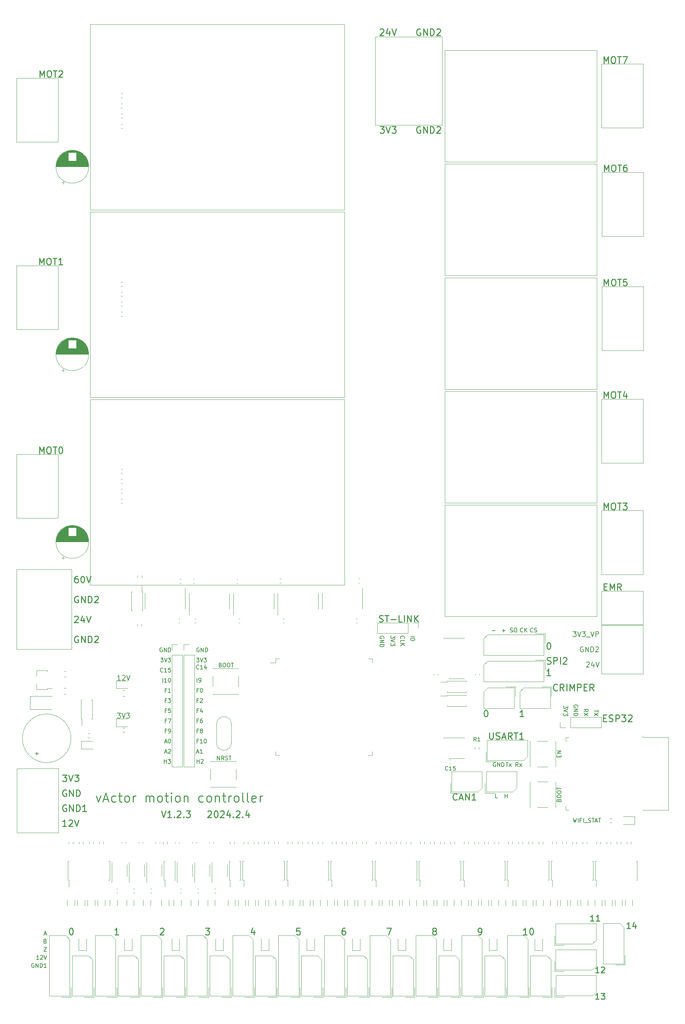
<source format=gbr>
%TF.GenerationSoftware,KiCad,Pcbnew,7.0.10*%
%TF.CreationDate,2024-02-14T22:06:42+09:00*%
%TF.ProjectId,crimping_machine,6372696d-7069-46e6-975f-6d616368696e,rev?*%
%TF.SameCoordinates,Original*%
%TF.FileFunction,Legend,Top*%
%TF.FilePolarity,Positive*%
%FSLAX46Y46*%
G04 Gerber Fmt 4.6, Leading zero omitted, Abs format (unit mm)*
G04 Created by KiCad (PCBNEW 7.0.10) date 2024-02-14 22:06:42*
%MOMM*%
%LPD*%
G01*
G04 APERTURE LIST*
%ADD10C,0.254000*%
%ADD11C,0.152400*%
%ADD12C,0.279400*%
%ADD13C,0.150000*%
%ADD14C,0.100000*%
%ADD15C,0.120000*%
G04 APERTURE END LIST*
D10*
X-398125323Y-92133742D02*
X-397968085Y-92133742D01*
X-397968085Y-92133742D02*
X-397810847Y-92212361D01*
X-397810847Y-92212361D02*
X-397732228Y-92290980D01*
X-397732228Y-92290980D02*
X-397653609Y-92448218D01*
X-397653609Y-92448218D02*
X-397574990Y-92762694D01*
X-397574990Y-92762694D02*
X-397574990Y-93155789D01*
X-397574990Y-93155789D02*
X-397653609Y-93470265D01*
X-397653609Y-93470265D02*
X-397732228Y-93627503D01*
X-397732228Y-93627503D02*
X-397810847Y-93706123D01*
X-397810847Y-93706123D02*
X-397968085Y-93784742D01*
X-397968085Y-93784742D02*
X-398125323Y-93784742D01*
X-398125323Y-93784742D02*
X-398282561Y-93706123D01*
X-398282561Y-93706123D02*
X-398361180Y-93627503D01*
X-398361180Y-93627503D02*
X-398439799Y-93470265D01*
X-398439799Y-93470265D02*
X-398518418Y-93155789D01*
X-398518418Y-93155789D02*
X-398518418Y-92762694D01*
X-398518418Y-92762694D02*
X-398439799Y-92448218D01*
X-398439799Y-92448218D02*
X-398361180Y-92290980D01*
X-398361180Y-92290980D02*
X-398282561Y-92212361D01*
X-398282561Y-92212361D02*
X-398125323Y-92133742D01*
D11*
X-379714454Y-103911642D02*
X-379714454Y-103572975D01*
X-379182264Y-103427832D02*
X-379182264Y-103911642D01*
X-379182264Y-103911642D02*
X-380198264Y-103911642D01*
X-380198264Y-103911642D02*
X-380198264Y-103427832D01*
X-379182264Y-102992404D02*
X-380198264Y-102992404D01*
X-380198264Y-102992404D02*
X-379182264Y-102411832D01*
X-379182264Y-102411832D02*
X-380198264Y-102411832D01*
X-373660403Y-76333915D02*
X-373781356Y-76273439D01*
X-373781356Y-76273439D02*
X-373962784Y-76273439D01*
X-373962784Y-76273439D02*
X-374144213Y-76333915D01*
X-374144213Y-76333915D02*
X-374265165Y-76454867D01*
X-374265165Y-76454867D02*
X-374325642Y-76575820D01*
X-374325642Y-76575820D02*
X-374386118Y-76817724D01*
X-374386118Y-76817724D02*
X-374386118Y-76999153D01*
X-374386118Y-76999153D02*
X-374325642Y-77241058D01*
X-374325642Y-77241058D02*
X-374265165Y-77362010D01*
X-374265165Y-77362010D02*
X-374144213Y-77482963D01*
X-374144213Y-77482963D02*
X-373962784Y-77543439D01*
X-373962784Y-77543439D02*
X-373841832Y-77543439D01*
X-373841832Y-77543439D02*
X-373660403Y-77482963D01*
X-373660403Y-77482963D02*
X-373599927Y-77422486D01*
X-373599927Y-77422486D02*
X-373599927Y-76999153D01*
X-373599927Y-76999153D02*
X-373841832Y-76999153D01*
X-373055642Y-77543439D02*
X-373055642Y-76273439D01*
X-373055642Y-76273439D02*
X-372329927Y-77543439D01*
X-372329927Y-77543439D02*
X-372329927Y-76273439D01*
X-371725166Y-77543439D02*
X-371725166Y-76273439D01*
X-371725166Y-76273439D02*
X-371422785Y-76273439D01*
X-371422785Y-76273439D02*
X-371241356Y-76333915D01*
X-371241356Y-76333915D02*
X-371120404Y-76454867D01*
X-371120404Y-76454867D02*
X-371059927Y-76575820D01*
X-371059927Y-76575820D02*
X-370999451Y-76817724D01*
X-370999451Y-76817724D02*
X-370999451Y-76999153D01*
X-370999451Y-76999153D02*
X-371059927Y-77241058D01*
X-371059927Y-77241058D02*
X-371120404Y-77362010D01*
X-371120404Y-77362010D02*
X-371241356Y-77482963D01*
X-371241356Y-77482963D02*
X-371422785Y-77543439D01*
X-371422785Y-77543439D02*
X-371725166Y-77543439D01*
X-370515642Y-76394391D02*
X-370455166Y-76333915D01*
X-370455166Y-76333915D02*
X-370334213Y-76273439D01*
X-370334213Y-76273439D02*
X-370031832Y-76273439D01*
X-370031832Y-76273439D02*
X-369910880Y-76333915D01*
X-369910880Y-76333915D02*
X-369850404Y-76394391D01*
X-369850404Y-76394391D02*
X-369789927Y-76515343D01*
X-369789927Y-76515343D02*
X-369789927Y-76636296D01*
X-369789927Y-76636296D02*
X-369850404Y-76817724D01*
X-369850404Y-76817724D02*
X-370576118Y-77543439D01*
X-370576118Y-77543439D02*
X-369789927Y-77543439D01*
D10*
X-468387337Y-146783742D02*
X-467365290Y-146783742D01*
X-467365290Y-146783742D02*
X-467915623Y-147412694D01*
X-467915623Y-147412694D02*
X-467679766Y-147412694D01*
X-467679766Y-147412694D02*
X-467522528Y-147491313D01*
X-467522528Y-147491313D02*
X-467443909Y-147569932D01*
X-467443909Y-147569932D02*
X-467365290Y-147727170D01*
X-467365290Y-147727170D02*
X-467365290Y-148120265D01*
X-467365290Y-148120265D02*
X-467443909Y-148277503D01*
X-467443909Y-148277503D02*
X-467522528Y-148356123D01*
X-467522528Y-148356123D02*
X-467679766Y-148434742D01*
X-467679766Y-148434742D02*
X-468151480Y-148434742D01*
X-468151480Y-148434742D02*
X-468308718Y-148356123D01*
X-468308718Y-148356123D02*
X-468387337Y-148277503D01*
D11*
X-479038404Y-85159113D02*
X-479038404Y-84143113D01*
X-478022403Y-85159113D02*
X-478602975Y-85159113D01*
X-478312689Y-85159113D02*
X-478312689Y-84143113D01*
X-478312689Y-84143113D02*
X-478409451Y-84288256D01*
X-478409451Y-84288256D02*
X-478506213Y-84385018D01*
X-478506213Y-84385018D02*
X-478602975Y-84433399D01*
X-477393451Y-84143113D02*
X-477296689Y-84143113D01*
X-477296689Y-84143113D02*
X-477199927Y-84191494D01*
X-477199927Y-84191494D02*
X-477151546Y-84239875D01*
X-477151546Y-84239875D02*
X-477103165Y-84336637D01*
X-477103165Y-84336637D02*
X-477054784Y-84530161D01*
X-477054784Y-84530161D02*
X-477054784Y-84772066D01*
X-477054784Y-84772066D02*
X-477103165Y-84965590D01*
X-477103165Y-84965590D02*
X-477151546Y-85062352D01*
X-477151546Y-85062352D02*
X-477199927Y-85110733D01*
X-477199927Y-85110733D02*
X-477296689Y-85159113D01*
X-477296689Y-85159113D02*
X-477393451Y-85159113D01*
X-477393451Y-85159113D02*
X-477490213Y-85110733D01*
X-477490213Y-85110733D02*
X-477538594Y-85062352D01*
X-477538594Y-85062352D02*
X-477586975Y-84965590D01*
X-477586975Y-84965590D02*
X-477635356Y-84772066D01*
X-477635356Y-84772066D02*
X-477635356Y-84530161D01*
X-477635356Y-84530161D02*
X-477586975Y-84336637D01*
X-477586975Y-84336637D02*
X-477538594Y-84239875D01*
X-477538594Y-84239875D02*
X-477490213Y-84191494D01*
X-477490213Y-84191494D02*
X-477393451Y-84143113D01*
X-388770260Y-72520974D02*
X-388818641Y-72569355D01*
X-388818641Y-72569355D02*
X-388963784Y-72617735D01*
X-388963784Y-72617735D02*
X-389060546Y-72617735D01*
X-389060546Y-72617735D02*
X-389205689Y-72569355D01*
X-389205689Y-72569355D02*
X-389302451Y-72472593D01*
X-389302451Y-72472593D02*
X-389350832Y-72375831D01*
X-389350832Y-72375831D02*
X-389399213Y-72182307D01*
X-389399213Y-72182307D02*
X-389399213Y-72037164D01*
X-389399213Y-72037164D02*
X-389350832Y-71843640D01*
X-389350832Y-71843640D02*
X-389302451Y-71746878D01*
X-389302451Y-71746878D02*
X-389205689Y-71650116D01*
X-389205689Y-71650116D02*
X-389060546Y-71601735D01*
X-389060546Y-71601735D02*
X-388963784Y-71601735D01*
X-388963784Y-71601735D02*
X-388818641Y-71650116D01*
X-388818641Y-71650116D02*
X-388770260Y-71698497D01*
X-388334832Y-72617735D02*
X-388334832Y-71601735D01*
X-387754260Y-72617735D02*
X-388189689Y-72037164D01*
X-387754260Y-71601735D02*
X-388334832Y-72182307D01*
X-490418308Y-92906651D02*
X-489632117Y-92906651D01*
X-489632117Y-92906651D02*
X-490055451Y-93390460D01*
X-490055451Y-93390460D02*
X-489874022Y-93390460D01*
X-489874022Y-93390460D02*
X-489753070Y-93450936D01*
X-489753070Y-93450936D02*
X-489692594Y-93511413D01*
X-489692594Y-93511413D02*
X-489632117Y-93632365D01*
X-489632117Y-93632365D02*
X-489632117Y-93934746D01*
X-489632117Y-93934746D02*
X-489692594Y-94055698D01*
X-489692594Y-94055698D02*
X-489753070Y-94116175D01*
X-489753070Y-94116175D02*
X-489874022Y-94176651D01*
X-489874022Y-94176651D02*
X-490236879Y-94176651D01*
X-490236879Y-94176651D02*
X-490357832Y-94116175D01*
X-490357832Y-94116175D02*
X-490418308Y-94055698D01*
X-489269260Y-92906651D02*
X-488845927Y-94176651D01*
X-488845927Y-94176651D02*
X-488422593Y-92906651D01*
X-488120213Y-92906651D02*
X-487334022Y-92906651D01*
X-487334022Y-92906651D02*
X-487757356Y-93390460D01*
X-487757356Y-93390460D02*
X-487575927Y-93390460D01*
X-487575927Y-93390460D02*
X-487454975Y-93450936D01*
X-487454975Y-93450936D02*
X-487394499Y-93511413D01*
X-487394499Y-93511413D02*
X-487334022Y-93632365D01*
X-487334022Y-93632365D02*
X-487334022Y-93934746D01*
X-487334022Y-93934746D02*
X-487394499Y-94055698D01*
X-487394499Y-94055698D02*
X-487454975Y-94116175D01*
X-487454975Y-94116175D02*
X-487575927Y-94176651D01*
X-487575927Y-94176651D02*
X-487938784Y-94176651D01*
X-487938784Y-94176651D02*
X-488059737Y-94116175D01*
X-488059737Y-94116175D02*
X-488120213Y-94055698D01*
D10*
X-382365323Y-75243742D02*
X-382208085Y-75243742D01*
X-382208085Y-75243742D02*
X-382050847Y-75322361D01*
X-382050847Y-75322361D02*
X-381972228Y-75400980D01*
X-381972228Y-75400980D02*
X-381893609Y-75558218D01*
X-381893609Y-75558218D02*
X-381814990Y-75872694D01*
X-381814990Y-75872694D02*
X-381814990Y-76265789D01*
X-381814990Y-76265789D02*
X-381893609Y-76580265D01*
X-381893609Y-76580265D02*
X-381972228Y-76737503D01*
X-381972228Y-76737503D02*
X-382050847Y-76816123D01*
X-382050847Y-76816123D02*
X-382208085Y-76894742D01*
X-382208085Y-76894742D02*
X-382365323Y-76894742D01*
X-382365323Y-76894742D02*
X-382522561Y-76816123D01*
X-382522561Y-76816123D02*
X-382601180Y-76737503D01*
X-382601180Y-76737503D02*
X-382679799Y-76580265D01*
X-382679799Y-76580265D02*
X-382758418Y-76265789D01*
X-382758418Y-76265789D02*
X-382758418Y-75872694D01*
X-382758418Y-75872694D02*
X-382679799Y-75558218D01*
X-382679799Y-75558218D02*
X-382601180Y-75400980D01*
X-382601180Y-75400980D02*
X-382522561Y-75322361D01*
X-382522561Y-75322361D02*
X-382365323Y-75243742D01*
D11*
X-393963784Y-72230688D02*
X-393189689Y-72230688D01*
X-393576736Y-72617735D02*
X-393576736Y-71843640D01*
D10*
X-399871480Y-148434742D02*
X-399557004Y-148434742D01*
X-399557004Y-148434742D02*
X-399399766Y-148356123D01*
X-399399766Y-148356123D02*
X-399321147Y-148277503D01*
X-399321147Y-148277503D02*
X-399163909Y-148041646D01*
X-399163909Y-148041646D02*
X-399085290Y-147727170D01*
X-399085290Y-147727170D02*
X-399085290Y-147098218D01*
X-399085290Y-147098218D02*
X-399163909Y-146940980D01*
X-399163909Y-146940980D02*
X-399242528Y-146862361D01*
X-399242528Y-146862361D02*
X-399399766Y-146783742D01*
X-399399766Y-146783742D02*
X-399714242Y-146783742D01*
X-399714242Y-146783742D02*
X-399871480Y-146862361D01*
X-399871480Y-146862361D02*
X-399950099Y-146940980D01*
X-399950099Y-146940980D02*
X-400028718Y-147098218D01*
X-400028718Y-147098218D02*
X-400028718Y-147491313D01*
X-400028718Y-147491313D02*
X-399950099Y-147648551D01*
X-399950099Y-147648551D02*
X-399871480Y-147727170D01*
X-399871480Y-147727170D02*
X-399714242Y-147805789D01*
X-399714242Y-147805789D02*
X-399399766Y-147805789D01*
X-399399766Y-147805789D02*
X-399242528Y-147727170D01*
X-399242528Y-147727170D02*
X-399163909Y-147648551D01*
X-399163909Y-147648551D02*
X-399085290Y-147491313D01*
X-414474990Y53987638D02*
X-414632228Y54066257D01*
X-414632228Y54066257D02*
X-414868085Y54066257D01*
X-414868085Y54066257D02*
X-415103942Y53987638D01*
X-415103942Y53987638D02*
X-415261180Y53830400D01*
X-415261180Y53830400D02*
X-415339799Y53673162D01*
X-415339799Y53673162D02*
X-415418418Y53358686D01*
X-415418418Y53358686D02*
X-415418418Y53122829D01*
X-415418418Y53122829D02*
X-415339799Y52808353D01*
X-415339799Y52808353D02*
X-415261180Y52651115D01*
X-415261180Y52651115D02*
X-415103942Y52493877D01*
X-415103942Y52493877D02*
X-414868085Y52415257D01*
X-414868085Y52415257D02*
X-414710847Y52415257D01*
X-414710847Y52415257D02*
X-414474990Y52493877D01*
X-414474990Y52493877D02*
X-414396371Y52572496D01*
X-414396371Y52572496D02*
X-414396371Y53122829D01*
X-414396371Y53122829D02*
X-414710847Y53122829D01*
X-413688799Y52415257D02*
X-413688799Y54066257D01*
X-413688799Y54066257D02*
X-412745371Y52415257D01*
X-412745371Y52415257D02*
X-412745371Y54066257D01*
X-411959180Y52415257D02*
X-411959180Y54066257D01*
X-411959180Y54066257D02*
X-411566085Y54066257D01*
X-411566085Y54066257D02*
X-411330228Y53987638D01*
X-411330228Y53987638D02*
X-411172990Y53830400D01*
X-411172990Y53830400D02*
X-411094371Y53673162D01*
X-411094371Y53673162D02*
X-411015752Y53358686D01*
X-411015752Y53358686D02*
X-411015752Y53122829D01*
X-411015752Y53122829D02*
X-411094371Y52808353D01*
X-411094371Y52808353D02*
X-411172990Y52651115D01*
X-411172990Y52651115D02*
X-411330228Y52493877D01*
X-411330228Y52493877D02*
X-411566085Y52415257D01*
X-411566085Y52415257D02*
X-411959180Y52415257D01*
X-410386799Y53909019D02*
X-410308180Y53987638D01*
X-410308180Y53987638D02*
X-410150942Y54066257D01*
X-410150942Y54066257D02*
X-409757847Y54066257D01*
X-409757847Y54066257D02*
X-409600609Y53987638D01*
X-409600609Y53987638D02*
X-409521990Y53909019D01*
X-409521990Y53909019D02*
X-409443371Y53751781D01*
X-409443371Y53751781D02*
X-409443371Y53594543D01*
X-409443371Y53594543D02*
X-409521990Y53358686D01*
X-409521990Y53358686D02*
X-410465418Y52415257D01*
X-410465418Y52415257D02*
X-409443371Y52415257D01*
X-397149799Y-97773742D02*
X-397149799Y-99110265D01*
X-397149799Y-99110265D02*
X-397071180Y-99267503D01*
X-397071180Y-99267503D02*
X-396992561Y-99346123D01*
X-396992561Y-99346123D02*
X-396835323Y-99424742D01*
X-396835323Y-99424742D02*
X-396520847Y-99424742D01*
X-396520847Y-99424742D02*
X-396363609Y-99346123D01*
X-396363609Y-99346123D02*
X-396284990Y-99267503D01*
X-396284990Y-99267503D02*
X-396206371Y-99110265D01*
X-396206371Y-99110265D02*
X-396206371Y-97773742D01*
X-395498799Y-99346123D02*
X-395262942Y-99424742D01*
X-395262942Y-99424742D02*
X-394869847Y-99424742D01*
X-394869847Y-99424742D02*
X-394712609Y-99346123D01*
X-394712609Y-99346123D02*
X-394633990Y-99267503D01*
X-394633990Y-99267503D02*
X-394555371Y-99110265D01*
X-394555371Y-99110265D02*
X-394555371Y-98953027D01*
X-394555371Y-98953027D02*
X-394633990Y-98795789D01*
X-394633990Y-98795789D02*
X-394712609Y-98717170D01*
X-394712609Y-98717170D02*
X-394869847Y-98638551D01*
X-394869847Y-98638551D02*
X-395184323Y-98559932D01*
X-395184323Y-98559932D02*
X-395341561Y-98481313D01*
X-395341561Y-98481313D02*
X-395420180Y-98402694D01*
X-395420180Y-98402694D02*
X-395498799Y-98245456D01*
X-395498799Y-98245456D02*
X-395498799Y-98088218D01*
X-395498799Y-98088218D02*
X-395420180Y-97930980D01*
X-395420180Y-97930980D02*
X-395341561Y-97852361D01*
X-395341561Y-97852361D02*
X-395184323Y-97773742D01*
X-395184323Y-97773742D02*
X-394791228Y-97773742D01*
X-394791228Y-97773742D02*
X-394555371Y-97852361D01*
X-393926418Y-98953027D02*
X-393140228Y-98953027D01*
X-394083656Y-99424742D02*
X-393533323Y-97773742D01*
X-393533323Y-97773742D02*
X-392982990Y-99424742D01*
X-391489228Y-99424742D02*
X-392039561Y-98638551D01*
X-392432656Y-99424742D02*
X-392432656Y-97773742D01*
X-392432656Y-97773742D02*
X-391803704Y-97773742D01*
X-391803704Y-97773742D02*
X-391646466Y-97852361D01*
X-391646466Y-97852361D02*
X-391567847Y-97930980D01*
X-391567847Y-97930980D02*
X-391489228Y-98088218D01*
X-391489228Y-98088218D02*
X-391489228Y-98324075D01*
X-391489228Y-98324075D02*
X-391567847Y-98481313D01*
X-391567847Y-98481313D02*
X-391646466Y-98559932D01*
X-391646466Y-98559932D02*
X-391803704Y-98638551D01*
X-391803704Y-98638551D02*
X-392432656Y-98638551D01*
X-391017513Y-97773742D02*
X-390074085Y-97773742D01*
X-390545799Y-99424742D02*
X-390545799Y-97773742D01*
X-388658942Y-99424742D02*
X-389602370Y-99424742D01*
X-389130656Y-99424742D02*
X-389130656Y-97773742D01*
X-389130656Y-97773742D02*
X-389287894Y-98009599D01*
X-389287894Y-98009599D02*
X-389445132Y-98166837D01*
X-389445132Y-98166837D02*
X-389602370Y-98245456D01*
D11*
X-465357832Y-104667735D02*
X-465357832Y-103651735D01*
X-465357832Y-103651735D02*
X-464777260Y-104667735D01*
X-464777260Y-104667735D02*
X-464777260Y-103651735D01*
X-463712879Y-104667735D02*
X-464051546Y-104183926D01*
X-464293451Y-104667735D02*
X-464293451Y-103651735D01*
X-464293451Y-103651735D02*
X-463906403Y-103651735D01*
X-463906403Y-103651735D02*
X-463809641Y-103700116D01*
X-463809641Y-103700116D02*
X-463761260Y-103748497D01*
X-463761260Y-103748497D02*
X-463712879Y-103845259D01*
X-463712879Y-103845259D02*
X-463712879Y-103990402D01*
X-463712879Y-103990402D02*
X-463761260Y-104087164D01*
X-463761260Y-104087164D02*
X-463809641Y-104135545D01*
X-463809641Y-104135545D02*
X-463906403Y-104183926D01*
X-463906403Y-104183926D02*
X-464293451Y-104183926D01*
X-463325832Y-104619355D02*
X-463180689Y-104667735D01*
X-463180689Y-104667735D02*
X-462938784Y-104667735D01*
X-462938784Y-104667735D02*
X-462842022Y-104619355D01*
X-462842022Y-104619355D02*
X-462793641Y-104570974D01*
X-462793641Y-104570974D02*
X-462745260Y-104474212D01*
X-462745260Y-104474212D02*
X-462745260Y-104377450D01*
X-462745260Y-104377450D02*
X-462793641Y-104280688D01*
X-462793641Y-104280688D02*
X-462842022Y-104232307D01*
X-462842022Y-104232307D02*
X-462938784Y-104183926D01*
X-462938784Y-104183926D02*
X-463132308Y-104135545D01*
X-463132308Y-104135545D02*
X-463229070Y-104087164D01*
X-463229070Y-104087164D02*
X-463277451Y-104038783D01*
X-463277451Y-104038783D02*
X-463325832Y-103942021D01*
X-463325832Y-103942021D02*
X-463325832Y-103845259D01*
X-463325832Y-103845259D02*
X-463277451Y-103748497D01*
X-463277451Y-103748497D02*
X-463229070Y-103700116D01*
X-463229070Y-103700116D02*
X-463132308Y-103651735D01*
X-463132308Y-103651735D02*
X-462890403Y-103651735D01*
X-462890403Y-103651735D02*
X-462745260Y-103700116D01*
X-462454975Y-103651735D02*
X-461874403Y-103651735D01*
X-462164689Y-104667735D02*
X-462164689Y-103651735D01*
X-372813737Y-80204391D02*
X-372753261Y-80143915D01*
X-372753261Y-80143915D02*
X-372632308Y-80083439D01*
X-372632308Y-80083439D02*
X-372329927Y-80083439D01*
X-372329927Y-80083439D02*
X-372208975Y-80143915D01*
X-372208975Y-80143915D02*
X-372148499Y-80204391D01*
X-372148499Y-80204391D02*
X-372088022Y-80325343D01*
X-372088022Y-80325343D02*
X-372088022Y-80446296D01*
X-372088022Y-80446296D02*
X-372148499Y-80627724D01*
X-372148499Y-80627724D02*
X-372874213Y-81353439D01*
X-372874213Y-81353439D02*
X-372088022Y-81353439D01*
X-370999451Y-80506772D02*
X-370999451Y-81353439D01*
X-371301832Y-80022963D02*
X-371604213Y-80930105D01*
X-371604213Y-80930105D02*
X-370818022Y-80930105D01*
X-370515641Y-80083439D02*
X-370092308Y-81353439D01*
X-370092308Y-81353439D02*
X-369668974Y-80083439D01*
X-478651356Y-105479113D02*
X-478651356Y-104463113D01*
X-478651356Y-104946923D02*
X-478070784Y-104946923D01*
X-478070784Y-105479113D02*
X-478070784Y-104463113D01*
X-477683737Y-104463113D02*
X-477054784Y-104463113D01*
X-477054784Y-104463113D02*
X-477393451Y-104850161D01*
X-477393451Y-104850161D02*
X-477248308Y-104850161D01*
X-477248308Y-104850161D02*
X-477151546Y-104898542D01*
X-477151546Y-104898542D02*
X-477103165Y-104946923D01*
X-477103165Y-104946923D02*
X-477054784Y-105043685D01*
X-477054784Y-105043685D02*
X-477054784Y-105285590D01*
X-477054784Y-105285590D02*
X-477103165Y-105382352D01*
X-477103165Y-105382352D02*
X-477151546Y-105430733D01*
X-477151546Y-105430733D02*
X-477248308Y-105479113D01*
X-477248308Y-105479113D02*
X-477538594Y-105479113D01*
X-477538594Y-105479113D02*
X-477635356Y-105430733D01*
X-477635356Y-105430733D02*
X-477683737Y-105382352D01*
X-508709451Y-148227450D02*
X-508225641Y-148227450D01*
X-508806213Y-148517735D02*
X-508467546Y-147501735D01*
X-508467546Y-147501735D02*
X-508128879Y-148517735D01*
D10*
X-500224990Y-63662361D02*
X-500382228Y-63583742D01*
X-500382228Y-63583742D02*
X-500618085Y-63583742D01*
X-500618085Y-63583742D02*
X-500853942Y-63662361D01*
X-500853942Y-63662361D02*
X-501011180Y-63819599D01*
X-501011180Y-63819599D02*
X-501089799Y-63976837D01*
X-501089799Y-63976837D02*
X-501168418Y-64291313D01*
X-501168418Y-64291313D02*
X-501168418Y-64527170D01*
X-501168418Y-64527170D02*
X-501089799Y-64841646D01*
X-501089799Y-64841646D02*
X-501011180Y-64998884D01*
X-501011180Y-64998884D02*
X-500853942Y-65156123D01*
X-500853942Y-65156123D02*
X-500618085Y-65234742D01*
X-500618085Y-65234742D02*
X-500460847Y-65234742D01*
X-500460847Y-65234742D02*
X-500224990Y-65156123D01*
X-500224990Y-65156123D02*
X-500146371Y-65077503D01*
X-500146371Y-65077503D02*
X-500146371Y-64527170D01*
X-500146371Y-64527170D02*
X-500460847Y-64527170D01*
X-499438799Y-65234742D02*
X-499438799Y-63583742D01*
X-499438799Y-63583742D02*
X-498495371Y-65234742D01*
X-498495371Y-65234742D02*
X-498495371Y-63583742D01*
X-497709180Y-65234742D02*
X-497709180Y-63583742D01*
X-497709180Y-63583742D02*
X-497316085Y-63583742D01*
X-497316085Y-63583742D02*
X-497080228Y-63662361D01*
X-497080228Y-63662361D02*
X-496922990Y-63819599D01*
X-496922990Y-63819599D02*
X-496844371Y-63976837D01*
X-496844371Y-63976837D02*
X-496765752Y-64291313D01*
X-496765752Y-64291313D02*
X-496765752Y-64527170D01*
X-496765752Y-64527170D02*
X-496844371Y-64841646D01*
X-496844371Y-64841646D02*
X-496922990Y-64998884D01*
X-496922990Y-64998884D02*
X-497080228Y-65156123D01*
X-497080228Y-65156123D02*
X-497316085Y-65234742D01*
X-497316085Y-65234742D02*
X-497709180Y-65234742D01*
X-496136799Y-63740980D02*
X-496058180Y-63662361D01*
X-496058180Y-63662361D02*
X-495900942Y-63583742D01*
X-495900942Y-63583742D02*
X-495507847Y-63583742D01*
X-495507847Y-63583742D02*
X-495350609Y-63662361D01*
X-495350609Y-63662361D02*
X-495271990Y-63740980D01*
X-495271990Y-63740980D02*
X-495193371Y-63898218D01*
X-495193371Y-63898218D02*
X-495193371Y-64055456D01*
X-495193371Y-64055456D02*
X-495271990Y-64291313D01*
X-495271990Y-64291313D02*
X-496215418Y-65234742D01*
X-496215418Y-65234742D02*
X-495193371Y-65234742D01*
X-424774418Y-69978723D02*
X-424538561Y-70057342D01*
X-424538561Y-70057342D02*
X-424145466Y-70057342D01*
X-424145466Y-70057342D02*
X-423988228Y-69978723D01*
X-423988228Y-69978723D02*
X-423909609Y-69900103D01*
X-423909609Y-69900103D02*
X-423830990Y-69742865D01*
X-423830990Y-69742865D02*
X-423830990Y-69585627D01*
X-423830990Y-69585627D02*
X-423909609Y-69428389D01*
X-423909609Y-69428389D02*
X-423988228Y-69349770D01*
X-423988228Y-69349770D02*
X-424145466Y-69271151D01*
X-424145466Y-69271151D02*
X-424459942Y-69192532D01*
X-424459942Y-69192532D02*
X-424617180Y-69113913D01*
X-424617180Y-69113913D02*
X-424695799Y-69035294D01*
X-424695799Y-69035294D02*
X-424774418Y-68878056D01*
X-424774418Y-68878056D02*
X-424774418Y-68720818D01*
X-424774418Y-68720818D02*
X-424695799Y-68563580D01*
X-424695799Y-68563580D02*
X-424617180Y-68484961D01*
X-424617180Y-68484961D02*
X-424459942Y-68406342D01*
X-424459942Y-68406342D02*
X-424066847Y-68406342D01*
X-424066847Y-68406342D02*
X-423830990Y-68484961D01*
X-423359275Y-68406342D02*
X-422415847Y-68406342D01*
X-422887561Y-70057342D02*
X-422887561Y-68406342D01*
X-421865513Y-69428389D02*
X-420607609Y-69428389D01*
X-419035228Y-70057342D02*
X-419821418Y-70057342D01*
X-419821418Y-70057342D02*
X-419821418Y-68406342D01*
X-418484894Y-70057342D02*
X-418484894Y-68406342D01*
X-417698704Y-70057342D02*
X-417698704Y-68406342D01*
X-417698704Y-68406342D02*
X-416755276Y-70057342D01*
X-416755276Y-70057342D02*
X-416755276Y-68406342D01*
X-415969085Y-70057342D02*
X-415969085Y-68406342D01*
X-415025657Y-70057342D02*
X-415733228Y-69113913D01*
X-415025657Y-68406342D02*
X-415969085Y-69349770D01*
D11*
X-470119165Y-92246923D02*
X-470457832Y-92246923D01*
X-470457832Y-92779113D02*
X-470457832Y-91763113D01*
X-470457832Y-91763113D02*
X-469974022Y-91763113D01*
X-469151546Y-92101780D02*
X-469151546Y-92779113D01*
X-469393451Y-91714733D02*
X-469635356Y-92440447D01*
X-469635356Y-92440447D02*
X-469006403Y-92440447D01*
X-470119165Y-94786923D02*
X-470457832Y-94786923D01*
X-470457832Y-95319113D02*
X-470457832Y-94303113D01*
X-470457832Y-94303113D02*
X-469974022Y-94303113D01*
X-469151546Y-94303113D02*
X-469345070Y-94303113D01*
X-469345070Y-94303113D02*
X-469441832Y-94351494D01*
X-469441832Y-94351494D02*
X-469490213Y-94399875D01*
X-469490213Y-94399875D02*
X-469586975Y-94545018D01*
X-469586975Y-94545018D02*
X-469635356Y-94738542D01*
X-469635356Y-94738542D02*
X-469635356Y-95125590D01*
X-469635356Y-95125590D02*
X-469586975Y-95222352D01*
X-469586975Y-95222352D02*
X-469538594Y-95270733D01*
X-469538594Y-95270733D02*
X-469441832Y-95319113D01*
X-469441832Y-95319113D02*
X-469248308Y-95319113D01*
X-469248308Y-95319113D02*
X-469151546Y-95270733D01*
X-469151546Y-95270733D02*
X-469103165Y-95222352D01*
X-469103165Y-95222352D02*
X-469054784Y-95125590D01*
X-469054784Y-95125590D02*
X-469054784Y-94883685D01*
X-469054784Y-94883685D02*
X-469103165Y-94786923D01*
X-469103165Y-94786923D02*
X-469151546Y-94738542D01*
X-469151546Y-94738542D02*
X-469248308Y-94690161D01*
X-469248308Y-94690161D02*
X-469441832Y-94690161D01*
X-469441832Y-94690161D02*
X-469538594Y-94738542D01*
X-469538594Y-94738542D02*
X-469586975Y-94786923D01*
X-469586975Y-94786923D02*
X-469635356Y-94883685D01*
D10*
X-509926799Y19435257D02*
X-509926799Y21086257D01*
X-509926799Y21086257D02*
X-509376466Y19906972D01*
X-509376466Y19906972D02*
X-508826133Y21086257D01*
X-508826133Y21086257D02*
X-508826133Y19435257D01*
X-507725466Y21086257D02*
X-507410990Y21086257D01*
X-507410990Y21086257D02*
X-507253752Y21007638D01*
X-507253752Y21007638D02*
X-507096514Y20850400D01*
X-507096514Y20850400D02*
X-507017895Y20535924D01*
X-507017895Y20535924D02*
X-507017895Y19985591D01*
X-507017895Y19985591D02*
X-507096514Y19671115D01*
X-507096514Y19671115D02*
X-507253752Y19513877D01*
X-507253752Y19513877D02*
X-507410990Y19435257D01*
X-507410990Y19435257D02*
X-507725466Y19435257D01*
X-507725466Y19435257D02*
X-507882704Y19513877D01*
X-507882704Y19513877D02*
X-508039942Y19671115D01*
X-508039942Y19671115D02*
X-508118561Y19985591D01*
X-508118561Y19985591D02*
X-508118561Y20535924D01*
X-508118561Y20535924D02*
X-508039942Y20850400D01*
X-508039942Y20850400D02*
X-507882704Y21007638D01*
X-507882704Y21007638D02*
X-507725466Y21086257D01*
X-506546180Y21086257D02*
X-505602752Y21086257D01*
X-506074466Y19435257D02*
X-506074466Y21086257D01*
X-504187609Y19435257D02*
X-505131037Y19435257D01*
X-504659323Y19435257D02*
X-504659323Y21086257D01*
X-504659323Y21086257D02*
X-504816561Y20850400D01*
X-504816561Y20850400D02*
X-504973799Y20693162D01*
X-504973799Y20693162D02*
X-505131037Y20614543D01*
X-382708418Y-80505123D02*
X-382472561Y-80583742D01*
X-382472561Y-80583742D02*
X-382079466Y-80583742D01*
X-382079466Y-80583742D02*
X-381922228Y-80505123D01*
X-381922228Y-80505123D02*
X-381843609Y-80426503D01*
X-381843609Y-80426503D02*
X-381764990Y-80269265D01*
X-381764990Y-80269265D02*
X-381764990Y-80112027D01*
X-381764990Y-80112027D02*
X-381843609Y-79954789D01*
X-381843609Y-79954789D02*
X-381922228Y-79876170D01*
X-381922228Y-79876170D02*
X-382079466Y-79797551D01*
X-382079466Y-79797551D02*
X-382393942Y-79718932D01*
X-382393942Y-79718932D02*
X-382551180Y-79640313D01*
X-382551180Y-79640313D02*
X-382629799Y-79561694D01*
X-382629799Y-79561694D02*
X-382708418Y-79404456D01*
X-382708418Y-79404456D02*
X-382708418Y-79247218D01*
X-382708418Y-79247218D02*
X-382629799Y-79089980D01*
X-382629799Y-79089980D02*
X-382551180Y-79011361D01*
X-382551180Y-79011361D02*
X-382393942Y-78932742D01*
X-382393942Y-78932742D02*
X-382000847Y-78932742D01*
X-382000847Y-78932742D02*
X-381764990Y-79011361D01*
X-381057418Y-80583742D02*
X-381057418Y-78932742D01*
X-381057418Y-78932742D02*
X-380428466Y-78932742D01*
X-380428466Y-78932742D02*
X-380271228Y-79011361D01*
X-380271228Y-79011361D02*
X-380192609Y-79089980D01*
X-380192609Y-79089980D02*
X-380113990Y-79247218D01*
X-380113990Y-79247218D02*
X-380113990Y-79483075D01*
X-380113990Y-79483075D02*
X-380192609Y-79640313D01*
X-380192609Y-79640313D02*
X-380271228Y-79718932D01*
X-380271228Y-79718932D02*
X-380428466Y-79797551D01*
X-380428466Y-79797551D02*
X-381057418Y-79797551D01*
X-379406418Y-80583742D02*
X-379406418Y-78932742D01*
X-378698847Y-79089980D02*
X-378620228Y-79011361D01*
X-378620228Y-79011361D02*
X-378462990Y-78932742D01*
X-378462990Y-78932742D02*
X-378069895Y-78932742D01*
X-378069895Y-78932742D02*
X-377912657Y-79011361D01*
X-377912657Y-79011361D02*
X-377834038Y-79089980D01*
X-377834038Y-79089980D02*
X-377755419Y-79247218D01*
X-377755419Y-79247218D02*
X-377755419Y-79404456D01*
X-377755419Y-79404456D02*
X-377834038Y-79640313D01*
X-377834038Y-79640313D02*
X-378777466Y-80583742D01*
X-378777466Y-80583742D02*
X-377755419Y-80583742D01*
X-503224990Y-121281410D02*
X-504168418Y-121281410D01*
X-503696704Y-121281410D02*
X-503696704Y-119630410D01*
X-503696704Y-119630410D02*
X-503853942Y-119866267D01*
X-503853942Y-119866267D02*
X-504011180Y-120023505D01*
X-504011180Y-120023505D02*
X-504168418Y-120102124D01*
X-502596037Y-119787648D02*
X-502517418Y-119709029D01*
X-502517418Y-119709029D02*
X-502360180Y-119630410D01*
X-502360180Y-119630410D02*
X-501967085Y-119630410D01*
X-501967085Y-119630410D02*
X-501809847Y-119709029D01*
X-501809847Y-119709029D02*
X-501731228Y-119787648D01*
X-501731228Y-119787648D02*
X-501652609Y-119944886D01*
X-501652609Y-119944886D02*
X-501652609Y-120102124D01*
X-501652609Y-120102124D02*
X-501731228Y-120337981D01*
X-501731228Y-120337981D02*
X-502674656Y-121281410D01*
X-502674656Y-121281410D02*
X-501652609Y-121281410D01*
X-501180894Y-119630410D02*
X-500630561Y-121281410D01*
X-500630561Y-121281410D02*
X-500080228Y-119630410D01*
X-387705290Y-148434742D02*
X-388648718Y-148434742D01*
X-388177004Y-148434742D02*
X-388177004Y-146783742D01*
X-388177004Y-146783742D02*
X-388334242Y-147019599D01*
X-388334242Y-147019599D02*
X-388491480Y-147176837D01*
X-388491480Y-147176837D02*
X-388648718Y-147255456D01*
X-386683242Y-146783742D02*
X-386526004Y-146783742D01*
X-386526004Y-146783742D02*
X-386368766Y-146862361D01*
X-386368766Y-146862361D02*
X-386290147Y-146940980D01*
X-386290147Y-146940980D02*
X-386211528Y-147098218D01*
X-386211528Y-147098218D02*
X-386132909Y-147412694D01*
X-386132909Y-147412694D02*
X-386132909Y-147805789D01*
X-386132909Y-147805789D02*
X-386211528Y-148120265D01*
X-386211528Y-148120265D02*
X-386290147Y-148277503D01*
X-386290147Y-148277503D02*
X-386368766Y-148356123D01*
X-386368766Y-148356123D02*
X-386526004Y-148434742D01*
X-386526004Y-148434742D02*
X-386683242Y-148434742D01*
X-386683242Y-148434742D02*
X-386840480Y-148356123D01*
X-386840480Y-148356123D02*
X-386919099Y-148277503D01*
X-386919099Y-148277503D02*
X-386997718Y-148120265D01*
X-386997718Y-148120265D02*
X-387076337Y-147805789D01*
X-387076337Y-147805789D02*
X-387076337Y-147412694D01*
X-387076337Y-147412694D02*
X-386997718Y-147098218D01*
X-386997718Y-147098218D02*
X-386919099Y-146940980D01*
X-386919099Y-146940980D02*
X-386840480Y-146862361D01*
X-386840480Y-146862361D02*
X-386683242Y-146783742D01*
X-500382228Y-58583742D02*
X-500696704Y-58583742D01*
X-500696704Y-58583742D02*
X-500853942Y-58662361D01*
X-500853942Y-58662361D02*
X-500932561Y-58740980D01*
X-500932561Y-58740980D02*
X-501089799Y-58976837D01*
X-501089799Y-58976837D02*
X-501168418Y-59291313D01*
X-501168418Y-59291313D02*
X-501168418Y-59920265D01*
X-501168418Y-59920265D02*
X-501089799Y-60077503D01*
X-501089799Y-60077503D02*
X-501011180Y-60156123D01*
X-501011180Y-60156123D02*
X-500853942Y-60234742D01*
X-500853942Y-60234742D02*
X-500539466Y-60234742D01*
X-500539466Y-60234742D02*
X-500382228Y-60156123D01*
X-500382228Y-60156123D02*
X-500303609Y-60077503D01*
X-500303609Y-60077503D02*
X-500224990Y-59920265D01*
X-500224990Y-59920265D02*
X-500224990Y-59527170D01*
X-500224990Y-59527170D02*
X-500303609Y-59369932D01*
X-500303609Y-59369932D02*
X-500382228Y-59291313D01*
X-500382228Y-59291313D02*
X-500539466Y-59212694D01*
X-500539466Y-59212694D02*
X-500853942Y-59212694D01*
X-500853942Y-59212694D02*
X-501011180Y-59291313D01*
X-501011180Y-59291313D02*
X-501089799Y-59369932D01*
X-501089799Y-59369932D02*
X-501168418Y-59527170D01*
X-499202942Y-58583742D02*
X-499045704Y-58583742D01*
X-499045704Y-58583742D02*
X-498888466Y-58662361D01*
X-498888466Y-58662361D02*
X-498809847Y-58740980D01*
X-498809847Y-58740980D02*
X-498731228Y-58898218D01*
X-498731228Y-58898218D02*
X-498652609Y-59212694D01*
X-498652609Y-59212694D02*
X-498652609Y-59605789D01*
X-498652609Y-59605789D02*
X-498731228Y-59920265D01*
X-498731228Y-59920265D02*
X-498809847Y-60077503D01*
X-498809847Y-60077503D02*
X-498888466Y-60156123D01*
X-498888466Y-60156123D02*
X-499045704Y-60234742D01*
X-499045704Y-60234742D02*
X-499202942Y-60234742D01*
X-499202942Y-60234742D02*
X-499360180Y-60156123D01*
X-499360180Y-60156123D02*
X-499438799Y-60077503D01*
X-499438799Y-60077503D02*
X-499517418Y-59920265D01*
X-499517418Y-59920265D02*
X-499596037Y-59605789D01*
X-499596037Y-59605789D02*
X-499596037Y-59212694D01*
X-499596037Y-59212694D02*
X-499517418Y-58898218D01*
X-499517418Y-58898218D02*
X-499438799Y-58740980D01*
X-499438799Y-58740980D02*
X-499360180Y-58662361D01*
X-499360180Y-58662361D02*
X-499202942Y-58583742D01*
X-498180894Y-58583742D02*
X-497630561Y-60234742D01*
X-497630561Y-60234742D02*
X-497080228Y-58583742D01*
X-361810456Y-146806500D02*
X-362652285Y-146806500D01*
X-362231371Y-146806500D02*
X-362231371Y-145333300D01*
X-362231371Y-145333300D02*
X-362371675Y-145543757D01*
X-362371675Y-145543757D02*
X-362511980Y-145684062D01*
X-362511980Y-145684062D02*
X-362652285Y-145754214D01*
X-360547713Y-145824367D02*
X-360547713Y-146806500D01*
X-360898475Y-145263148D02*
X-361249237Y-146315433D01*
X-361249237Y-146315433D02*
X-360337256Y-146315433D01*
D11*
X-386246069Y-72520974D02*
X-386294450Y-72569355D01*
X-386294450Y-72569355D02*
X-386439593Y-72617735D01*
X-386439593Y-72617735D02*
X-386536355Y-72617735D01*
X-386536355Y-72617735D02*
X-386681498Y-72569355D01*
X-386681498Y-72569355D02*
X-386778260Y-72472593D01*
X-386778260Y-72472593D02*
X-386826641Y-72375831D01*
X-386826641Y-72375831D02*
X-386875022Y-72182307D01*
X-386875022Y-72182307D02*
X-386875022Y-72037164D01*
X-386875022Y-72037164D02*
X-386826641Y-71843640D01*
X-386826641Y-71843640D02*
X-386778260Y-71746878D01*
X-386778260Y-71746878D02*
X-386681498Y-71650116D01*
X-386681498Y-71650116D02*
X-386536355Y-71601735D01*
X-386536355Y-71601735D02*
X-386439593Y-71601735D01*
X-386439593Y-71601735D02*
X-386294450Y-71650116D01*
X-386294450Y-71650116D02*
X-386246069Y-71698497D01*
X-385859022Y-72569355D02*
X-385713879Y-72617735D01*
X-385713879Y-72617735D02*
X-385471974Y-72617735D01*
X-385471974Y-72617735D02*
X-385375212Y-72569355D01*
X-385375212Y-72569355D02*
X-385326831Y-72520974D01*
X-385326831Y-72520974D02*
X-385278450Y-72424212D01*
X-385278450Y-72424212D02*
X-385278450Y-72327450D01*
X-385278450Y-72327450D02*
X-385326831Y-72230688D01*
X-385326831Y-72230688D02*
X-385375212Y-72182307D01*
X-385375212Y-72182307D02*
X-385471974Y-72133926D01*
X-385471974Y-72133926D02*
X-385665498Y-72085545D01*
X-385665498Y-72085545D02*
X-385762260Y-72037164D01*
X-385762260Y-72037164D02*
X-385810641Y-71988783D01*
X-385810641Y-71988783D02*
X-385859022Y-71892021D01*
X-385859022Y-71892021D02*
X-385859022Y-71795259D01*
X-385859022Y-71795259D02*
X-385810641Y-71698497D01*
X-385810641Y-71698497D02*
X-385762260Y-71650116D01*
X-385762260Y-71650116D02*
X-385665498Y-71601735D01*
X-385665498Y-71601735D02*
X-385423593Y-71601735D01*
X-385423593Y-71601735D02*
X-385278450Y-71650116D01*
X-393032022Y-105301735D02*
X-392451450Y-105301735D01*
X-392741736Y-106317735D02*
X-392741736Y-105301735D01*
X-392209546Y-106317735D02*
X-391677355Y-105640402D01*
X-392209546Y-105640402D02*
X-391677355Y-106317735D01*
X-478119165Y-87166923D02*
X-478457832Y-87166923D01*
X-478457832Y-87699113D02*
X-478457832Y-86683113D01*
X-478457832Y-86683113D02*
X-477974022Y-86683113D01*
X-477054784Y-87699113D02*
X-477635356Y-87699113D01*
X-477345070Y-87699113D02*
X-477345070Y-86683113D01*
X-477345070Y-86683113D02*
X-477441832Y-86828256D01*
X-477441832Y-86828256D02*
X-477538594Y-86925018D01*
X-477538594Y-86925018D02*
X-477635356Y-86973399D01*
X-470119165Y-97326923D02*
X-470457832Y-97326923D01*
X-470457832Y-97859113D02*
X-470457832Y-96843113D01*
X-470457832Y-96843113D02*
X-469974022Y-96843113D01*
X-469441832Y-97278542D02*
X-469538594Y-97230161D01*
X-469538594Y-97230161D02*
X-469586975Y-97181780D01*
X-469586975Y-97181780D02*
X-469635356Y-97085018D01*
X-469635356Y-97085018D02*
X-469635356Y-97036637D01*
X-469635356Y-97036637D02*
X-469586975Y-96939875D01*
X-469586975Y-96939875D02*
X-469538594Y-96891494D01*
X-469538594Y-96891494D02*
X-469441832Y-96843113D01*
X-469441832Y-96843113D02*
X-469248308Y-96843113D01*
X-469248308Y-96843113D02*
X-469151546Y-96891494D01*
X-469151546Y-96891494D02*
X-469103165Y-96939875D01*
X-469103165Y-96939875D02*
X-469054784Y-97036637D01*
X-469054784Y-97036637D02*
X-469054784Y-97085018D01*
X-469054784Y-97085018D02*
X-469103165Y-97181780D01*
X-469103165Y-97181780D02*
X-469151546Y-97230161D01*
X-469151546Y-97230161D02*
X-469248308Y-97278542D01*
X-469248308Y-97278542D02*
X-469441832Y-97278542D01*
X-469441832Y-97278542D02*
X-469538594Y-97326923D01*
X-469538594Y-97326923D02*
X-469586975Y-97375304D01*
X-469586975Y-97375304D02*
X-469635356Y-97472066D01*
X-469635356Y-97472066D02*
X-469635356Y-97665590D01*
X-469635356Y-97665590D02*
X-469586975Y-97762352D01*
X-469586975Y-97762352D02*
X-469538594Y-97810733D01*
X-469538594Y-97810733D02*
X-469441832Y-97859113D01*
X-469441832Y-97859113D02*
X-469248308Y-97859113D01*
X-469248308Y-97859113D02*
X-469151546Y-97810733D01*
X-469151546Y-97810733D02*
X-469103165Y-97762352D01*
X-469103165Y-97762352D02*
X-469054784Y-97665590D01*
X-469054784Y-97665590D02*
X-469054784Y-97472066D01*
X-469054784Y-97472066D02*
X-469103165Y-97375304D01*
X-469103165Y-97375304D02*
X-469151546Y-97326923D01*
X-469151546Y-97326923D02*
X-469248308Y-97278542D01*
D10*
X-509876799Y66425257D02*
X-509876799Y68076257D01*
X-509876799Y68076257D02*
X-509326466Y66896972D01*
X-509326466Y66896972D02*
X-508776133Y68076257D01*
X-508776133Y68076257D02*
X-508776133Y66425257D01*
X-507675466Y68076257D02*
X-507360990Y68076257D01*
X-507360990Y68076257D02*
X-507203752Y67997638D01*
X-507203752Y67997638D02*
X-507046514Y67840400D01*
X-507046514Y67840400D02*
X-506967895Y67525924D01*
X-506967895Y67525924D02*
X-506967895Y66975591D01*
X-506967895Y66975591D02*
X-507046514Y66661115D01*
X-507046514Y66661115D02*
X-507203752Y66503877D01*
X-507203752Y66503877D02*
X-507360990Y66425257D01*
X-507360990Y66425257D02*
X-507675466Y66425257D01*
X-507675466Y66425257D02*
X-507832704Y66503877D01*
X-507832704Y66503877D02*
X-507989942Y66661115D01*
X-507989942Y66661115D02*
X-508068561Y66975591D01*
X-508068561Y66975591D02*
X-508068561Y67525924D01*
X-508068561Y67525924D02*
X-507989942Y67840400D01*
X-507989942Y67840400D02*
X-507832704Y67997638D01*
X-507832704Y67997638D02*
X-507675466Y68076257D01*
X-506496180Y68076257D02*
X-505552752Y68076257D01*
X-506024466Y66425257D02*
X-506024466Y68076257D01*
X-505081037Y67919019D02*
X-505002418Y67997638D01*
X-505002418Y67997638D02*
X-504845180Y68076257D01*
X-504845180Y68076257D02*
X-504452085Y68076257D01*
X-504452085Y68076257D02*
X-504294847Y67997638D01*
X-504294847Y67997638D02*
X-504216228Y67919019D01*
X-504216228Y67919019D02*
X-504137609Y67761781D01*
X-504137609Y67761781D02*
X-504137609Y67604543D01*
X-504137609Y67604543D02*
X-504216228Y67368686D01*
X-504216228Y67368686D02*
X-505159656Y66425257D01*
X-505159656Y66425257D02*
X-504137609Y66425257D01*
D11*
X-470457832Y-85159113D02*
X-470457832Y-84143113D01*
X-469925641Y-85159113D02*
X-469732117Y-85159113D01*
X-469732117Y-85159113D02*
X-469635355Y-85110733D01*
X-469635355Y-85110733D02*
X-469586974Y-85062352D01*
X-469586974Y-85062352D02*
X-469490212Y-84917209D01*
X-469490212Y-84917209D02*
X-469441831Y-84723685D01*
X-469441831Y-84723685D02*
X-469441831Y-84336637D01*
X-469441831Y-84336637D02*
X-469490212Y-84239875D01*
X-469490212Y-84239875D02*
X-469538593Y-84191494D01*
X-469538593Y-84191494D02*
X-469635355Y-84143113D01*
X-469635355Y-84143113D02*
X-469828879Y-84143113D01*
X-469828879Y-84143113D02*
X-469925641Y-84191494D01*
X-469925641Y-84191494D02*
X-469974022Y-84239875D01*
X-469974022Y-84239875D02*
X-470022403Y-84336637D01*
X-470022403Y-84336637D02*
X-470022403Y-84578542D01*
X-470022403Y-84578542D02*
X-469974022Y-84675304D01*
X-469974022Y-84675304D02*
X-469925641Y-84723685D01*
X-469925641Y-84723685D02*
X-469828879Y-84772066D01*
X-469828879Y-84772066D02*
X-469635355Y-84772066D01*
X-469635355Y-84772066D02*
X-469538593Y-84723685D01*
X-469538593Y-84723685D02*
X-469490212Y-84675304D01*
X-469490212Y-84675304D02*
X-469441831Y-84578542D01*
D10*
X-479688718Y-146940980D02*
X-479610099Y-146862361D01*
X-479610099Y-146862361D02*
X-479452861Y-146783742D01*
X-479452861Y-146783742D02*
X-479059766Y-146783742D01*
X-479059766Y-146783742D02*
X-478902528Y-146862361D01*
X-478902528Y-146862361D02*
X-478823909Y-146940980D01*
X-478823909Y-146940980D02*
X-478745290Y-147098218D01*
X-478745290Y-147098218D02*
X-478745290Y-147255456D01*
X-478745290Y-147255456D02*
X-478823909Y-147491313D01*
X-478823909Y-147491313D02*
X-479767337Y-148434742D01*
X-479767337Y-148434742D02*
X-478745290Y-148434742D01*
X-490125290Y-148434742D02*
X-491068718Y-148434742D01*
X-490597004Y-148434742D02*
X-490597004Y-146783742D01*
X-490597004Y-146783742D02*
X-490754242Y-147019599D01*
X-490754242Y-147019599D02*
X-490911480Y-147176837D01*
X-490911480Y-147176837D02*
X-491068718Y-147255456D01*
D11*
X-377543113Y-91085405D02*
X-377543113Y-91714358D01*
X-377543113Y-91714358D02*
X-377930161Y-91375691D01*
X-377930161Y-91375691D02*
X-377930161Y-91520834D01*
X-377930161Y-91520834D02*
X-377978542Y-91617596D01*
X-377978542Y-91617596D02*
X-378026923Y-91665977D01*
X-378026923Y-91665977D02*
X-378123685Y-91714358D01*
X-378123685Y-91714358D02*
X-378365590Y-91714358D01*
X-378365590Y-91714358D02*
X-378462352Y-91665977D01*
X-378462352Y-91665977D02*
X-378510733Y-91617596D01*
X-378510733Y-91617596D02*
X-378559113Y-91520834D01*
X-378559113Y-91520834D02*
X-378559113Y-91230548D01*
X-378559113Y-91230548D02*
X-378510733Y-91133786D01*
X-378510733Y-91133786D02*
X-378462352Y-91085405D01*
X-377543113Y-92004643D02*
X-378559113Y-92343310D01*
X-378559113Y-92343310D02*
X-377543113Y-92681977D01*
X-377543113Y-92923881D02*
X-377543113Y-93552834D01*
X-377543113Y-93552834D02*
X-377930161Y-93214167D01*
X-377930161Y-93214167D02*
X-377930161Y-93359310D01*
X-377930161Y-93359310D02*
X-377978542Y-93456072D01*
X-377978542Y-93456072D02*
X-378026923Y-93504453D01*
X-378026923Y-93504453D02*
X-378123685Y-93552834D01*
X-378123685Y-93552834D02*
X-378365590Y-93552834D01*
X-378365590Y-93552834D02*
X-378462352Y-93504453D01*
X-378462352Y-93504453D02*
X-378510733Y-93456072D01*
X-378510733Y-93456072D02*
X-378559113Y-93359310D01*
X-378559113Y-93359310D02*
X-378559113Y-93069024D01*
X-378559113Y-93069024D02*
X-378510733Y-92972262D01*
X-378510733Y-92972262D02*
X-378462352Y-92923881D01*
D10*
X-456142528Y-147334075D02*
X-456142528Y-148434742D01*
X-456535623Y-146705123D02*
X-456928718Y-147884408D01*
X-456928718Y-147884408D02*
X-455906671Y-147884408D01*
D11*
X-376154594Y-119251735D02*
X-375912689Y-120267735D01*
X-375912689Y-120267735D02*
X-375719165Y-119542021D01*
X-375719165Y-119542021D02*
X-375525641Y-120267735D01*
X-375525641Y-120267735D02*
X-375283737Y-119251735D01*
X-374896689Y-120267735D02*
X-374896689Y-119251735D01*
X-374074212Y-119735545D02*
X-374412879Y-119735545D01*
X-374412879Y-120267735D02*
X-374412879Y-119251735D01*
X-374412879Y-119251735D02*
X-373929069Y-119251735D01*
X-373542022Y-120267735D02*
X-373542022Y-119251735D01*
X-373300117Y-120364497D02*
X-372526021Y-120364497D01*
X-372332498Y-120219355D02*
X-372187355Y-120267735D01*
X-372187355Y-120267735D02*
X-371945450Y-120267735D01*
X-371945450Y-120267735D02*
X-371848688Y-120219355D01*
X-371848688Y-120219355D02*
X-371800307Y-120170974D01*
X-371800307Y-120170974D02*
X-371751926Y-120074212D01*
X-371751926Y-120074212D02*
X-371751926Y-119977450D01*
X-371751926Y-119977450D02*
X-371800307Y-119880688D01*
X-371800307Y-119880688D02*
X-371848688Y-119832307D01*
X-371848688Y-119832307D02*
X-371945450Y-119783926D01*
X-371945450Y-119783926D02*
X-372138974Y-119735545D01*
X-372138974Y-119735545D02*
X-372235736Y-119687164D01*
X-372235736Y-119687164D02*
X-372284117Y-119638783D01*
X-372284117Y-119638783D02*
X-372332498Y-119542021D01*
X-372332498Y-119542021D02*
X-372332498Y-119445259D01*
X-372332498Y-119445259D02*
X-372284117Y-119348497D01*
X-372284117Y-119348497D02*
X-372235736Y-119300116D01*
X-372235736Y-119300116D02*
X-372138974Y-119251735D01*
X-372138974Y-119251735D02*
X-371897069Y-119251735D01*
X-371897069Y-119251735D02*
X-371751926Y-119300116D01*
X-371461641Y-119251735D02*
X-370881069Y-119251735D01*
X-371171355Y-120267735D02*
X-371171355Y-119251735D01*
X-370590784Y-119977450D02*
X-370106974Y-119977450D01*
X-370687546Y-120267735D02*
X-370348879Y-119251735D01*
X-370348879Y-119251735D02*
X-370010212Y-120267735D01*
X-369816689Y-119251735D02*
X-369236117Y-119251735D01*
X-369526403Y-120267735D02*
X-369526403Y-119251735D01*
D10*
X-369710456Y-157956500D02*
X-370552285Y-157956500D01*
X-370131371Y-157956500D02*
X-370131371Y-156483300D01*
X-370131371Y-156483300D02*
X-370271675Y-156693757D01*
X-370271675Y-156693757D02*
X-370411980Y-156834062D01*
X-370411980Y-156834062D02*
X-370552285Y-156904214D01*
X-369149237Y-156623605D02*
X-369079085Y-156553452D01*
X-369079085Y-156553452D02*
X-368938780Y-156483300D01*
X-368938780Y-156483300D02*
X-368588018Y-156483300D01*
X-368588018Y-156483300D02*
X-368447713Y-156553452D01*
X-368447713Y-156553452D02*
X-368377561Y-156623605D01*
X-368377561Y-156623605D02*
X-368307408Y-156763909D01*
X-368307408Y-156763909D02*
X-368307408Y-156904214D01*
X-368307408Y-156904214D02*
X-368377561Y-157114671D01*
X-368377561Y-157114671D02*
X-369219389Y-157956500D01*
X-369219389Y-157956500D02*
X-368307408Y-157956500D01*
D11*
X-470119165Y-99866923D02*
X-470457832Y-99866923D01*
X-470457832Y-100399113D02*
X-470457832Y-99383113D01*
X-470457832Y-99383113D02*
X-469974022Y-99383113D01*
X-469054784Y-100399113D02*
X-469635356Y-100399113D01*
X-469345070Y-100399113D02*
X-469345070Y-99383113D01*
X-469345070Y-99383113D02*
X-469441832Y-99528256D01*
X-469441832Y-99528256D02*
X-469538594Y-99625018D01*
X-469538594Y-99625018D02*
X-469635356Y-99673399D01*
X-468425832Y-99383113D02*
X-468329070Y-99383113D01*
X-468329070Y-99383113D02*
X-468232308Y-99431494D01*
X-468232308Y-99431494D02*
X-468183927Y-99479875D01*
X-468183927Y-99479875D02*
X-468135546Y-99576637D01*
X-468135546Y-99576637D02*
X-468087165Y-99770161D01*
X-468087165Y-99770161D02*
X-468087165Y-100012066D01*
X-468087165Y-100012066D02*
X-468135546Y-100205590D01*
X-468135546Y-100205590D02*
X-468183927Y-100302352D01*
X-468183927Y-100302352D02*
X-468232308Y-100350733D01*
X-468232308Y-100350733D02*
X-468329070Y-100399113D01*
X-468329070Y-100399113D02*
X-468425832Y-100399113D01*
X-468425832Y-100399113D02*
X-468522594Y-100350733D01*
X-468522594Y-100350733D02*
X-468570975Y-100302352D01*
X-468570975Y-100302352D02*
X-468619356Y-100205590D01*
X-468619356Y-100205590D02*
X-468667737Y-100012066D01*
X-468667737Y-100012066D02*
X-468667737Y-99770161D01*
X-468667737Y-99770161D02*
X-468619356Y-99576637D01*
X-468619356Y-99576637D02*
X-468570975Y-99479875D01*
X-468570975Y-99479875D02*
X-468522594Y-99431494D01*
X-468522594Y-99431494D02*
X-468425832Y-99383113D01*
X-478990022Y-82522352D02*
X-479038403Y-82570733D01*
X-479038403Y-82570733D02*
X-479183546Y-82619113D01*
X-479183546Y-82619113D02*
X-479280308Y-82619113D01*
X-479280308Y-82619113D02*
X-479425451Y-82570733D01*
X-479425451Y-82570733D02*
X-479522213Y-82473971D01*
X-479522213Y-82473971D02*
X-479570594Y-82377209D01*
X-479570594Y-82377209D02*
X-479618975Y-82183685D01*
X-479618975Y-82183685D02*
X-479618975Y-82038542D01*
X-479618975Y-82038542D02*
X-479570594Y-81845018D01*
X-479570594Y-81845018D02*
X-479522213Y-81748256D01*
X-479522213Y-81748256D02*
X-479425451Y-81651494D01*
X-479425451Y-81651494D02*
X-479280308Y-81603113D01*
X-479280308Y-81603113D02*
X-479183546Y-81603113D01*
X-479183546Y-81603113D02*
X-479038403Y-81651494D01*
X-479038403Y-81651494D02*
X-478990022Y-81699875D01*
X-478022403Y-82619113D02*
X-478602975Y-82619113D01*
X-478312689Y-82619113D02*
X-478312689Y-81603113D01*
X-478312689Y-81603113D02*
X-478409451Y-81748256D01*
X-478409451Y-81748256D02*
X-478506213Y-81845018D01*
X-478506213Y-81845018D02*
X-478602975Y-81893399D01*
X-477103165Y-81603113D02*
X-477586975Y-81603113D01*
X-477586975Y-81603113D02*
X-477635356Y-82086923D01*
X-477635356Y-82086923D02*
X-477586975Y-82038542D01*
X-477586975Y-82038542D02*
X-477490213Y-81990161D01*
X-477490213Y-81990161D02*
X-477248308Y-81990161D01*
X-477248308Y-81990161D02*
X-477151546Y-82038542D01*
X-477151546Y-82038542D02*
X-477103165Y-82086923D01*
X-477103165Y-82086923D02*
X-477054784Y-82183685D01*
X-477054784Y-82183685D02*
X-477054784Y-82425590D01*
X-477054784Y-82425590D02*
X-477103165Y-82522352D01*
X-477103165Y-82522352D02*
X-477151546Y-82570733D01*
X-477151546Y-82570733D02*
X-477248308Y-82619113D01*
X-477248308Y-82619113D02*
X-477490213Y-82619113D01*
X-477490213Y-82619113D02*
X-477586975Y-82570733D01*
X-477586975Y-82570733D02*
X-477635356Y-82522352D01*
D10*
X-411094242Y-147491313D02*
X-411251480Y-147412694D01*
X-411251480Y-147412694D02*
X-411330099Y-147334075D01*
X-411330099Y-147334075D02*
X-411408718Y-147176837D01*
X-411408718Y-147176837D02*
X-411408718Y-147098218D01*
X-411408718Y-147098218D02*
X-411330099Y-146940980D01*
X-411330099Y-146940980D02*
X-411251480Y-146862361D01*
X-411251480Y-146862361D02*
X-411094242Y-146783742D01*
X-411094242Y-146783742D02*
X-410779766Y-146783742D01*
X-410779766Y-146783742D02*
X-410622528Y-146862361D01*
X-410622528Y-146862361D02*
X-410543909Y-146940980D01*
X-410543909Y-146940980D02*
X-410465290Y-147098218D01*
X-410465290Y-147098218D02*
X-410465290Y-147176837D01*
X-410465290Y-147176837D02*
X-410543909Y-147334075D01*
X-410543909Y-147334075D02*
X-410622528Y-147412694D01*
X-410622528Y-147412694D02*
X-410779766Y-147491313D01*
X-410779766Y-147491313D02*
X-411094242Y-147491313D01*
X-411094242Y-147491313D02*
X-411251480Y-147569932D01*
X-411251480Y-147569932D02*
X-411330099Y-147648551D01*
X-411330099Y-147648551D02*
X-411408718Y-147805789D01*
X-411408718Y-147805789D02*
X-411408718Y-148120265D01*
X-411408718Y-148120265D02*
X-411330099Y-148277503D01*
X-411330099Y-148277503D02*
X-411251480Y-148356123D01*
X-411251480Y-148356123D02*
X-411094242Y-148434742D01*
X-411094242Y-148434742D02*
X-410779766Y-148434742D01*
X-410779766Y-148434742D02*
X-410622528Y-148356123D01*
X-410622528Y-148356123D02*
X-410543909Y-148277503D01*
X-410543909Y-148277503D02*
X-410465290Y-148120265D01*
X-410465290Y-148120265D02*
X-410465290Y-147805789D01*
X-410465290Y-147805789D02*
X-410543909Y-147648551D01*
X-410543909Y-147648551D02*
X-410622528Y-147569932D01*
X-410622528Y-147569932D02*
X-410779766Y-147491313D01*
D11*
X-508854594Y-151551735D02*
X-508177260Y-151551735D01*
X-508177260Y-151551735D02*
X-508854594Y-152567735D01*
X-508854594Y-152567735D02*
X-508177260Y-152567735D01*
X-393257832Y-114167735D02*
X-393257832Y-113151735D01*
X-393257832Y-113635545D02*
X-392677260Y-113635545D01*
X-392677260Y-114167735D02*
X-392677260Y-113151735D01*
D10*
X-368459799Y69952257D02*
X-368459799Y71603257D01*
X-368459799Y71603257D02*
X-367909466Y70423972D01*
X-367909466Y70423972D02*
X-367359133Y71603257D01*
X-367359133Y71603257D02*
X-367359133Y69952257D01*
X-366258466Y71603257D02*
X-365943990Y71603257D01*
X-365943990Y71603257D02*
X-365786752Y71524638D01*
X-365786752Y71524638D02*
X-365629514Y71367400D01*
X-365629514Y71367400D02*
X-365550895Y71052924D01*
X-365550895Y71052924D02*
X-365550895Y70502591D01*
X-365550895Y70502591D02*
X-365629514Y70188115D01*
X-365629514Y70188115D02*
X-365786752Y70030877D01*
X-365786752Y70030877D02*
X-365943990Y69952257D01*
X-365943990Y69952257D02*
X-366258466Y69952257D01*
X-366258466Y69952257D02*
X-366415704Y70030877D01*
X-366415704Y70030877D02*
X-366572942Y70188115D01*
X-366572942Y70188115D02*
X-366651561Y70502591D01*
X-366651561Y70502591D02*
X-366651561Y71052924D01*
X-366651561Y71052924D02*
X-366572942Y71367400D01*
X-366572942Y71367400D02*
X-366415704Y71524638D01*
X-366415704Y71524638D02*
X-366258466Y71603257D01*
X-365079180Y71603257D02*
X-364135752Y71603257D01*
X-364607466Y69952257D02*
X-364607466Y71603257D01*
X-363742656Y71603257D02*
X-362641990Y71603257D01*
X-362641990Y71603257D02*
X-363349561Y69952257D01*
D11*
X-423617316Y-74174358D02*
X-423568935Y-74077596D01*
X-423568935Y-74077596D02*
X-423568935Y-73932453D01*
X-423568935Y-73932453D02*
X-423617316Y-73787310D01*
X-423617316Y-73787310D02*
X-423714078Y-73690548D01*
X-423714078Y-73690548D02*
X-423810840Y-73642167D01*
X-423810840Y-73642167D02*
X-424004364Y-73593786D01*
X-424004364Y-73593786D02*
X-424149507Y-73593786D01*
X-424149507Y-73593786D02*
X-424343031Y-73642167D01*
X-424343031Y-73642167D02*
X-424439793Y-73690548D01*
X-424439793Y-73690548D02*
X-424536555Y-73787310D01*
X-424536555Y-73787310D02*
X-424584935Y-73932453D01*
X-424584935Y-73932453D02*
X-424584935Y-74029215D01*
X-424584935Y-74029215D02*
X-424536555Y-74174358D01*
X-424536555Y-74174358D02*
X-424488174Y-74222739D01*
X-424488174Y-74222739D02*
X-424149507Y-74222739D01*
X-424149507Y-74222739D02*
X-424149507Y-74029215D01*
X-424584935Y-74658167D02*
X-423568935Y-74658167D01*
X-423568935Y-74658167D02*
X-424584935Y-75238739D01*
X-424584935Y-75238739D02*
X-423568935Y-75238739D01*
X-424584935Y-75722548D02*
X-423568935Y-75722548D01*
X-423568935Y-75722548D02*
X-423568935Y-75964453D01*
X-423568935Y-75964453D02*
X-423617316Y-76109596D01*
X-423617316Y-76109596D02*
X-423714078Y-76206358D01*
X-423714078Y-76206358D02*
X-423810840Y-76254739D01*
X-423810840Y-76254739D02*
X-424004364Y-76303120D01*
X-424004364Y-76303120D02*
X-424149507Y-76303120D01*
X-424149507Y-76303120D02*
X-424343031Y-76254739D01*
X-424343031Y-76254739D02*
X-424439793Y-76206358D01*
X-424439793Y-76206358D02*
X-424536555Y-76109596D01*
X-424536555Y-76109596D02*
X-424584935Y-75964453D01*
X-424584935Y-75964453D02*
X-424584935Y-75722548D01*
X-478119165Y-89706923D02*
X-478457832Y-89706923D01*
X-478457832Y-90239113D02*
X-478457832Y-89223113D01*
X-478457832Y-89223113D02*
X-477974022Y-89223113D01*
X-477683737Y-89223113D02*
X-477054784Y-89223113D01*
X-477054784Y-89223113D02*
X-477393451Y-89610161D01*
X-477393451Y-89610161D02*
X-477248308Y-89610161D01*
X-477248308Y-89610161D02*
X-477151546Y-89658542D01*
X-477151546Y-89658542D02*
X-477103165Y-89706923D01*
X-477103165Y-89706923D02*
X-477054784Y-89803685D01*
X-477054784Y-89803685D02*
X-477054784Y-90045590D01*
X-477054784Y-90045590D02*
X-477103165Y-90142352D01*
X-477103165Y-90142352D02*
X-477151546Y-90190733D01*
X-477151546Y-90190733D02*
X-477248308Y-90239113D01*
X-477248308Y-90239113D02*
X-477538594Y-90239113D01*
X-477538594Y-90239113D02*
X-477635356Y-90190733D01*
X-477635356Y-90190733D02*
X-477683737Y-90142352D01*
X-375051494Y-91424072D02*
X-375003113Y-91327310D01*
X-375003113Y-91327310D02*
X-375003113Y-91182167D01*
X-375003113Y-91182167D02*
X-375051494Y-91037024D01*
X-375051494Y-91037024D02*
X-375148256Y-90940262D01*
X-375148256Y-90940262D02*
X-375245018Y-90891881D01*
X-375245018Y-90891881D02*
X-375438542Y-90843500D01*
X-375438542Y-90843500D02*
X-375583685Y-90843500D01*
X-375583685Y-90843500D02*
X-375777209Y-90891881D01*
X-375777209Y-90891881D02*
X-375873971Y-90940262D01*
X-375873971Y-90940262D02*
X-375970733Y-91037024D01*
X-375970733Y-91037024D02*
X-376019113Y-91182167D01*
X-376019113Y-91182167D02*
X-376019113Y-91278929D01*
X-376019113Y-91278929D02*
X-375970733Y-91424072D01*
X-375970733Y-91424072D02*
X-375922352Y-91472453D01*
X-375922352Y-91472453D02*
X-375583685Y-91472453D01*
X-375583685Y-91472453D02*
X-375583685Y-91278929D01*
X-376019113Y-91907881D02*
X-375003113Y-91907881D01*
X-375003113Y-91907881D02*
X-376019113Y-92488453D01*
X-376019113Y-92488453D02*
X-375003113Y-92488453D01*
X-376019113Y-92972262D02*
X-375003113Y-92972262D01*
X-375003113Y-92972262D02*
X-375003113Y-93214167D01*
X-375003113Y-93214167D02*
X-375051494Y-93359310D01*
X-375051494Y-93359310D02*
X-375148256Y-93456072D01*
X-375148256Y-93456072D02*
X-375245018Y-93504453D01*
X-375245018Y-93504453D02*
X-375438542Y-93552834D01*
X-375438542Y-93552834D02*
X-375583685Y-93552834D01*
X-375583685Y-93552834D02*
X-375777209Y-93504453D01*
X-375777209Y-93504453D02*
X-375873971Y-93456072D01*
X-375873971Y-93456072D02*
X-375970733Y-93359310D01*
X-375970733Y-93359310D02*
X-376019113Y-93214167D01*
X-376019113Y-93214167D02*
X-376019113Y-92972262D01*
D10*
X-503224990Y-115942361D02*
X-503382228Y-115863742D01*
X-503382228Y-115863742D02*
X-503618085Y-115863742D01*
X-503618085Y-115863742D02*
X-503853942Y-115942361D01*
X-503853942Y-115942361D02*
X-504011180Y-116099599D01*
X-504011180Y-116099599D02*
X-504089799Y-116256837D01*
X-504089799Y-116256837D02*
X-504168418Y-116571313D01*
X-504168418Y-116571313D02*
X-504168418Y-116807170D01*
X-504168418Y-116807170D02*
X-504089799Y-117121646D01*
X-504089799Y-117121646D02*
X-504011180Y-117278884D01*
X-504011180Y-117278884D02*
X-503853942Y-117436123D01*
X-503853942Y-117436123D02*
X-503618085Y-117514742D01*
X-503618085Y-117514742D02*
X-503460847Y-117514742D01*
X-503460847Y-117514742D02*
X-503224990Y-117436123D01*
X-503224990Y-117436123D02*
X-503146371Y-117357503D01*
X-503146371Y-117357503D02*
X-503146371Y-116807170D01*
X-503146371Y-116807170D02*
X-503460847Y-116807170D01*
X-502438799Y-117514742D02*
X-502438799Y-115863742D01*
X-502438799Y-115863742D02*
X-501495371Y-117514742D01*
X-501495371Y-117514742D02*
X-501495371Y-115863742D01*
X-500709180Y-117514742D02*
X-500709180Y-115863742D01*
X-500709180Y-115863742D02*
X-500316085Y-115863742D01*
X-500316085Y-115863742D02*
X-500080228Y-115942361D01*
X-500080228Y-115942361D02*
X-499922990Y-116099599D01*
X-499922990Y-116099599D02*
X-499844371Y-116256837D01*
X-499844371Y-116256837D02*
X-499765752Y-116571313D01*
X-499765752Y-116571313D02*
X-499765752Y-116807170D01*
X-499765752Y-116807170D02*
X-499844371Y-117121646D01*
X-499844371Y-117121646D02*
X-499922990Y-117278884D01*
X-499922990Y-117278884D02*
X-500080228Y-117436123D01*
X-500080228Y-117436123D02*
X-500316085Y-117514742D01*
X-500316085Y-117514742D02*
X-500709180Y-117514742D01*
X-498193371Y-117514742D02*
X-499136799Y-117514742D01*
X-498665085Y-117514742D02*
X-498665085Y-115863742D01*
X-498665085Y-115863742D02*
X-498822323Y-116099599D01*
X-498822323Y-116099599D02*
X-498979561Y-116256837D01*
X-498979561Y-116256837D02*
X-499136799Y-116335456D01*
X-414474990Y78437638D02*
X-414632228Y78516257D01*
X-414632228Y78516257D02*
X-414868085Y78516257D01*
X-414868085Y78516257D02*
X-415103942Y78437638D01*
X-415103942Y78437638D02*
X-415261180Y78280400D01*
X-415261180Y78280400D02*
X-415339799Y78123162D01*
X-415339799Y78123162D02*
X-415418418Y77808686D01*
X-415418418Y77808686D02*
X-415418418Y77572829D01*
X-415418418Y77572829D02*
X-415339799Y77258353D01*
X-415339799Y77258353D02*
X-415261180Y77101115D01*
X-415261180Y77101115D02*
X-415103942Y76943877D01*
X-415103942Y76943877D02*
X-414868085Y76865257D01*
X-414868085Y76865257D02*
X-414710847Y76865257D01*
X-414710847Y76865257D02*
X-414474990Y76943877D01*
X-414474990Y76943877D02*
X-414396371Y77022496D01*
X-414396371Y77022496D02*
X-414396371Y77572829D01*
X-414396371Y77572829D02*
X-414710847Y77572829D01*
X-413688799Y76865257D02*
X-413688799Y78516257D01*
X-413688799Y78516257D02*
X-412745371Y76865257D01*
X-412745371Y76865257D02*
X-412745371Y78516257D01*
X-411959180Y76865257D02*
X-411959180Y78516257D01*
X-411959180Y78516257D02*
X-411566085Y78516257D01*
X-411566085Y78516257D02*
X-411330228Y78437638D01*
X-411330228Y78437638D02*
X-411172990Y78280400D01*
X-411172990Y78280400D02*
X-411094371Y78123162D01*
X-411094371Y78123162D02*
X-411015752Y77808686D01*
X-411015752Y77808686D02*
X-411015752Y77572829D01*
X-411015752Y77572829D02*
X-411094371Y77258353D01*
X-411094371Y77258353D02*
X-411172990Y77101115D01*
X-411172990Y77101115D02*
X-411330228Y76943877D01*
X-411330228Y76943877D02*
X-411566085Y76865257D01*
X-411566085Y76865257D02*
X-411959180Y76865257D01*
X-410386799Y78359019D02*
X-410308180Y78437638D01*
X-410308180Y78437638D02*
X-410150942Y78516257D01*
X-410150942Y78516257D02*
X-409757847Y78516257D01*
X-409757847Y78516257D02*
X-409600609Y78437638D01*
X-409600609Y78437638D02*
X-409521990Y78359019D01*
X-409521990Y78359019D02*
X-409443371Y78201781D01*
X-409443371Y78201781D02*
X-409443371Y78044543D01*
X-409443371Y78044543D02*
X-409521990Y77808686D01*
X-409521990Y77808686D02*
X-410465418Y76865257D01*
X-410465418Y76865257D02*
X-409443371Y76865257D01*
D11*
X-508467546Y-150010545D02*
X-508322403Y-150058926D01*
X-508322403Y-150058926D02*
X-508274022Y-150107307D01*
X-508274022Y-150107307D02*
X-508225641Y-150204069D01*
X-508225641Y-150204069D02*
X-508225641Y-150349212D01*
X-508225641Y-150349212D02*
X-508274022Y-150445974D01*
X-508274022Y-150445974D02*
X-508322403Y-150494355D01*
X-508322403Y-150494355D02*
X-508419165Y-150542735D01*
X-508419165Y-150542735D02*
X-508806213Y-150542735D01*
X-508806213Y-150542735D02*
X-508806213Y-149526735D01*
X-508806213Y-149526735D02*
X-508467546Y-149526735D01*
X-508467546Y-149526735D02*
X-508370784Y-149575116D01*
X-508370784Y-149575116D02*
X-508322403Y-149623497D01*
X-508322403Y-149623497D02*
X-508274022Y-149720259D01*
X-508274022Y-149720259D02*
X-508274022Y-149817021D01*
X-508274022Y-149817021D02*
X-508322403Y-149913783D01*
X-508322403Y-149913783D02*
X-508370784Y-149962164D01*
X-508370784Y-149962164D02*
X-508467546Y-150010545D01*
X-508467546Y-150010545D02*
X-508806213Y-150010545D01*
D12*
X-495691716Y-113631708D02*
X-495147430Y-115155708D01*
X-495147430Y-115155708D02*
X-494603145Y-113631708D01*
X-493841145Y-114502565D02*
X-492752574Y-114502565D01*
X-494058859Y-115155708D02*
X-493296859Y-112869708D01*
X-493296859Y-112869708D02*
X-492534859Y-115155708D01*
X-490793145Y-115046851D02*
X-491010859Y-115155708D01*
X-491010859Y-115155708D02*
X-491446287Y-115155708D01*
X-491446287Y-115155708D02*
X-491664002Y-115046851D01*
X-491664002Y-115046851D02*
X-491772859Y-114937993D01*
X-491772859Y-114937993D02*
X-491881716Y-114720279D01*
X-491881716Y-114720279D02*
X-491881716Y-114067136D01*
X-491881716Y-114067136D02*
X-491772859Y-113849422D01*
X-491772859Y-113849422D02*
X-491664002Y-113740565D01*
X-491664002Y-113740565D02*
X-491446287Y-113631708D01*
X-491446287Y-113631708D02*
X-491010859Y-113631708D01*
X-491010859Y-113631708D02*
X-490793145Y-113740565D01*
X-490140001Y-113631708D02*
X-489269144Y-113631708D01*
X-489813430Y-112869708D02*
X-489813430Y-114829136D01*
X-489813430Y-114829136D02*
X-489704573Y-115046851D01*
X-489704573Y-115046851D02*
X-489486858Y-115155708D01*
X-489486858Y-115155708D02*
X-489269144Y-115155708D01*
X-488180572Y-115155708D02*
X-488398287Y-115046851D01*
X-488398287Y-115046851D02*
X-488507144Y-114937993D01*
X-488507144Y-114937993D02*
X-488616001Y-114720279D01*
X-488616001Y-114720279D02*
X-488616001Y-114067136D01*
X-488616001Y-114067136D02*
X-488507144Y-113849422D01*
X-488507144Y-113849422D02*
X-488398287Y-113740565D01*
X-488398287Y-113740565D02*
X-488180572Y-113631708D01*
X-488180572Y-113631708D02*
X-487854001Y-113631708D01*
X-487854001Y-113631708D02*
X-487636287Y-113740565D01*
X-487636287Y-113740565D02*
X-487527430Y-113849422D01*
X-487527430Y-113849422D02*
X-487418572Y-114067136D01*
X-487418572Y-114067136D02*
X-487418572Y-114720279D01*
X-487418572Y-114720279D02*
X-487527430Y-114937993D01*
X-487527430Y-114937993D02*
X-487636287Y-115046851D01*
X-487636287Y-115046851D02*
X-487854001Y-115155708D01*
X-487854001Y-115155708D02*
X-488180572Y-115155708D01*
X-486438858Y-115155708D02*
X-486438858Y-113631708D01*
X-486438858Y-114067136D02*
X-486330001Y-113849422D01*
X-486330001Y-113849422D02*
X-486221144Y-113740565D01*
X-486221144Y-113740565D02*
X-486003429Y-113631708D01*
X-486003429Y-113631708D02*
X-485785715Y-113631708D01*
X-483282001Y-115155708D02*
X-483282001Y-113631708D01*
X-483282001Y-113849422D02*
X-483173144Y-113740565D01*
X-483173144Y-113740565D02*
X-482955429Y-113631708D01*
X-482955429Y-113631708D02*
X-482628858Y-113631708D01*
X-482628858Y-113631708D02*
X-482411144Y-113740565D01*
X-482411144Y-113740565D02*
X-482302287Y-113958279D01*
X-482302287Y-113958279D02*
X-482302287Y-115155708D01*
X-482302287Y-113958279D02*
X-482193429Y-113740565D01*
X-482193429Y-113740565D02*
X-481975715Y-113631708D01*
X-481975715Y-113631708D02*
X-481649144Y-113631708D01*
X-481649144Y-113631708D02*
X-481431429Y-113740565D01*
X-481431429Y-113740565D02*
X-481322572Y-113958279D01*
X-481322572Y-113958279D02*
X-481322572Y-115155708D01*
X-479907429Y-115155708D02*
X-480125144Y-115046851D01*
X-480125144Y-115046851D02*
X-480234001Y-114937993D01*
X-480234001Y-114937993D02*
X-480342858Y-114720279D01*
X-480342858Y-114720279D02*
X-480342858Y-114067136D01*
X-480342858Y-114067136D02*
X-480234001Y-113849422D01*
X-480234001Y-113849422D02*
X-480125144Y-113740565D01*
X-480125144Y-113740565D02*
X-479907429Y-113631708D01*
X-479907429Y-113631708D02*
X-479580858Y-113631708D01*
X-479580858Y-113631708D02*
X-479363144Y-113740565D01*
X-479363144Y-113740565D02*
X-479254287Y-113849422D01*
X-479254287Y-113849422D02*
X-479145429Y-114067136D01*
X-479145429Y-114067136D02*
X-479145429Y-114720279D01*
X-479145429Y-114720279D02*
X-479254287Y-114937993D01*
X-479254287Y-114937993D02*
X-479363144Y-115046851D01*
X-479363144Y-115046851D02*
X-479580858Y-115155708D01*
X-479580858Y-115155708D02*
X-479907429Y-115155708D01*
X-478492286Y-113631708D02*
X-477621429Y-113631708D01*
X-478165715Y-112869708D02*
X-478165715Y-114829136D01*
X-478165715Y-114829136D02*
X-478056858Y-115046851D01*
X-478056858Y-115046851D02*
X-477839143Y-115155708D01*
X-477839143Y-115155708D02*
X-477621429Y-115155708D01*
X-476859429Y-115155708D02*
X-476859429Y-113631708D01*
X-476859429Y-112869708D02*
X-476968286Y-112978565D01*
X-476968286Y-112978565D02*
X-476859429Y-113087422D01*
X-476859429Y-113087422D02*
X-476750572Y-112978565D01*
X-476750572Y-112978565D02*
X-476859429Y-112869708D01*
X-476859429Y-112869708D02*
X-476859429Y-113087422D01*
X-475444286Y-115155708D02*
X-475662001Y-115046851D01*
X-475662001Y-115046851D02*
X-475770858Y-114937993D01*
X-475770858Y-114937993D02*
X-475879715Y-114720279D01*
X-475879715Y-114720279D02*
X-475879715Y-114067136D01*
X-475879715Y-114067136D02*
X-475770858Y-113849422D01*
X-475770858Y-113849422D02*
X-475662001Y-113740565D01*
X-475662001Y-113740565D02*
X-475444286Y-113631708D01*
X-475444286Y-113631708D02*
X-475117715Y-113631708D01*
X-475117715Y-113631708D02*
X-474900001Y-113740565D01*
X-474900001Y-113740565D02*
X-474791144Y-113849422D01*
X-474791144Y-113849422D02*
X-474682286Y-114067136D01*
X-474682286Y-114067136D02*
X-474682286Y-114720279D01*
X-474682286Y-114720279D02*
X-474791144Y-114937993D01*
X-474791144Y-114937993D02*
X-474900001Y-115046851D01*
X-474900001Y-115046851D02*
X-475117715Y-115155708D01*
X-475117715Y-115155708D02*
X-475444286Y-115155708D01*
X-473702572Y-113631708D02*
X-473702572Y-115155708D01*
X-473702572Y-113849422D02*
X-473593715Y-113740565D01*
X-473593715Y-113740565D02*
X-473376000Y-113631708D01*
X-473376000Y-113631708D02*
X-473049429Y-113631708D01*
X-473049429Y-113631708D02*
X-472831715Y-113740565D01*
X-472831715Y-113740565D02*
X-472722858Y-113958279D01*
X-472722858Y-113958279D02*
X-472722858Y-115155708D01*
X-468912858Y-115046851D02*
X-469130572Y-115155708D01*
X-469130572Y-115155708D02*
X-469566000Y-115155708D01*
X-469566000Y-115155708D02*
X-469783715Y-115046851D01*
X-469783715Y-115046851D02*
X-469892572Y-114937993D01*
X-469892572Y-114937993D02*
X-470001429Y-114720279D01*
X-470001429Y-114720279D02*
X-470001429Y-114067136D01*
X-470001429Y-114067136D02*
X-469892572Y-113849422D01*
X-469892572Y-113849422D02*
X-469783715Y-113740565D01*
X-469783715Y-113740565D02*
X-469566000Y-113631708D01*
X-469566000Y-113631708D02*
X-469130572Y-113631708D01*
X-469130572Y-113631708D02*
X-468912858Y-113740565D01*
X-467606571Y-115155708D02*
X-467824286Y-115046851D01*
X-467824286Y-115046851D02*
X-467933143Y-114937993D01*
X-467933143Y-114937993D02*
X-468042000Y-114720279D01*
X-468042000Y-114720279D02*
X-468042000Y-114067136D01*
X-468042000Y-114067136D02*
X-467933143Y-113849422D01*
X-467933143Y-113849422D02*
X-467824286Y-113740565D01*
X-467824286Y-113740565D02*
X-467606571Y-113631708D01*
X-467606571Y-113631708D02*
X-467280000Y-113631708D01*
X-467280000Y-113631708D02*
X-467062286Y-113740565D01*
X-467062286Y-113740565D02*
X-466953429Y-113849422D01*
X-466953429Y-113849422D02*
X-466844571Y-114067136D01*
X-466844571Y-114067136D02*
X-466844571Y-114720279D01*
X-466844571Y-114720279D02*
X-466953429Y-114937993D01*
X-466953429Y-114937993D02*
X-467062286Y-115046851D01*
X-467062286Y-115046851D02*
X-467280000Y-115155708D01*
X-467280000Y-115155708D02*
X-467606571Y-115155708D01*
X-465864857Y-113631708D02*
X-465864857Y-115155708D01*
X-465864857Y-113849422D02*
X-465756000Y-113740565D01*
X-465756000Y-113740565D02*
X-465538285Y-113631708D01*
X-465538285Y-113631708D02*
X-465211714Y-113631708D01*
X-465211714Y-113631708D02*
X-464994000Y-113740565D01*
X-464994000Y-113740565D02*
X-464885143Y-113958279D01*
X-464885143Y-113958279D02*
X-464885143Y-115155708D01*
X-464123142Y-113631708D02*
X-463252285Y-113631708D01*
X-463796571Y-112869708D02*
X-463796571Y-114829136D01*
X-463796571Y-114829136D02*
X-463687714Y-115046851D01*
X-463687714Y-115046851D02*
X-463469999Y-115155708D01*
X-463469999Y-115155708D02*
X-463252285Y-115155708D01*
X-462490285Y-115155708D02*
X-462490285Y-113631708D01*
X-462490285Y-114067136D02*
X-462381428Y-113849422D01*
X-462381428Y-113849422D02*
X-462272571Y-113740565D01*
X-462272571Y-113740565D02*
X-462054856Y-113631708D01*
X-462054856Y-113631708D02*
X-461837142Y-113631708D01*
X-460748570Y-115155708D02*
X-460966285Y-115046851D01*
X-460966285Y-115046851D02*
X-461075142Y-114937993D01*
X-461075142Y-114937993D02*
X-461183999Y-114720279D01*
X-461183999Y-114720279D02*
X-461183999Y-114067136D01*
X-461183999Y-114067136D02*
X-461075142Y-113849422D01*
X-461075142Y-113849422D02*
X-460966285Y-113740565D01*
X-460966285Y-113740565D02*
X-460748570Y-113631708D01*
X-460748570Y-113631708D02*
X-460421999Y-113631708D01*
X-460421999Y-113631708D02*
X-460204285Y-113740565D01*
X-460204285Y-113740565D02*
X-460095428Y-113849422D01*
X-460095428Y-113849422D02*
X-459986570Y-114067136D01*
X-459986570Y-114067136D02*
X-459986570Y-114720279D01*
X-459986570Y-114720279D02*
X-460095428Y-114937993D01*
X-460095428Y-114937993D02*
X-460204285Y-115046851D01*
X-460204285Y-115046851D02*
X-460421999Y-115155708D01*
X-460421999Y-115155708D02*
X-460748570Y-115155708D01*
X-458680284Y-115155708D02*
X-458897999Y-115046851D01*
X-458897999Y-115046851D02*
X-459006856Y-114829136D01*
X-459006856Y-114829136D02*
X-459006856Y-112869708D01*
X-457482855Y-115155708D02*
X-457700570Y-115046851D01*
X-457700570Y-115046851D02*
X-457809427Y-114829136D01*
X-457809427Y-114829136D02*
X-457809427Y-112869708D01*
X-455741141Y-115046851D02*
X-455958855Y-115155708D01*
X-455958855Y-115155708D02*
X-456394284Y-115155708D01*
X-456394284Y-115155708D02*
X-456611998Y-115046851D01*
X-456611998Y-115046851D02*
X-456720855Y-114829136D01*
X-456720855Y-114829136D02*
X-456720855Y-113958279D01*
X-456720855Y-113958279D02*
X-456611998Y-113740565D01*
X-456611998Y-113740565D02*
X-456394284Y-113631708D01*
X-456394284Y-113631708D02*
X-455958855Y-113631708D01*
X-455958855Y-113631708D02*
X-455741141Y-113740565D01*
X-455741141Y-113740565D02*
X-455632284Y-113958279D01*
X-455632284Y-113958279D02*
X-455632284Y-114175993D01*
X-455632284Y-114175993D02*
X-456720855Y-114393708D01*
X-454652569Y-115155708D02*
X-454652569Y-113631708D01*
X-454652569Y-114067136D02*
X-454543712Y-113849422D01*
X-454543712Y-113849422D02*
X-454434855Y-113740565D01*
X-454434855Y-113740565D02*
X-454217140Y-113631708D01*
X-454217140Y-113631708D02*
X-453999426Y-113631708D01*
D11*
X-470119165Y-89706923D02*
X-470457832Y-89706923D01*
X-470457832Y-90239113D02*
X-470457832Y-89223113D01*
X-470457832Y-89223113D02*
X-469974022Y-89223113D01*
X-469635356Y-89319875D02*
X-469586975Y-89271494D01*
X-469586975Y-89271494D02*
X-469490213Y-89223113D01*
X-469490213Y-89223113D02*
X-469248308Y-89223113D01*
X-469248308Y-89223113D02*
X-469151546Y-89271494D01*
X-469151546Y-89271494D02*
X-469103165Y-89319875D01*
X-469103165Y-89319875D02*
X-469054784Y-89416637D01*
X-469054784Y-89416637D02*
X-469054784Y-89513399D01*
X-469054784Y-89513399D02*
X-469103165Y-89658542D01*
X-469103165Y-89658542D02*
X-469683737Y-90239113D01*
X-469683737Y-90239113D02*
X-469054784Y-90239113D01*
X-510064117Y-154592735D02*
X-510644689Y-154592735D01*
X-510354403Y-154592735D02*
X-510354403Y-153576735D01*
X-510354403Y-153576735D02*
X-510451165Y-153721878D01*
X-510451165Y-153721878D02*
X-510547927Y-153818640D01*
X-510547927Y-153818640D02*
X-510644689Y-153867021D01*
X-509677070Y-153673497D02*
X-509628689Y-153625116D01*
X-509628689Y-153625116D02*
X-509531927Y-153576735D01*
X-509531927Y-153576735D02*
X-509290022Y-153576735D01*
X-509290022Y-153576735D02*
X-509193260Y-153625116D01*
X-509193260Y-153625116D02*
X-509144879Y-153673497D01*
X-509144879Y-153673497D02*
X-509096498Y-153770259D01*
X-509096498Y-153770259D02*
X-509096498Y-153867021D01*
X-509096498Y-153867021D02*
X-509144879Y-154012164D01*
X-509144879Y-154012164D02*
X-509725451Y-154592735D01*
X-509725451Y-154592735D02*
X-509096498Y-154592735D01*
X-508806213Y-153576735D02*
X-508467546Y-154592735D01*
X-508467546Y-154592735D02*
X-508128879Y-153576735D01*
X-511322022Y-155650116D02*
X-511418784Y-155601735D01*
X-511418784Y-155601735D02*
X-511563927Y-155601735D01*
X-511563927Y-155601735D02*
X-511709070Y-155650116D01*
X-511709070Y-155650116D02*
X-511805832Y-155746878D01*
X-511805832Y-155746878D02*
X-511854213Y-155843640D01*
X-511854213Y-155843640D02*
X-511902594Y-156037164D01*
X-511902594Y-156037164D02*
X-511902594Y-156182307D01*
X-511902594Y-156182307D02*
X-511854213Y-156375831D01*
X-511854213Y-156375831D02*
X-511805832Y-156472593D01*
X-511805832Y-156472593D02*
X-511709070Y-156569355D01*
X-511709070Y-156569355D02*
X-511563927Y-156617735D01*
X-511563927Y-156617735D02*
X-511467165Y-156617735D01*
X-511467165Y-156617735D02*
X-511322022Y-156569355D01*
X-511322022Y-156569355D02*
X-511273641Y-156520974D01*
X-511273641Y-156520974D02*
X-511273641Y-156182307D01*
X-511273641Y-156182307D02*
X-511467165Y-156182307D01*
X-510838213Y-156617735D02*
X-510838213Y-155601735D01*
X-510838213Y-155601735D02*
X-510257641Y-156617735D01*
X-510257641Y-156617735D02*
X-510257641Y-155601735D01*
X-509773832Y-156617735D02*
X-509773832Y-155601735D01*
X-509773832Y-155601735D02*
X-509531927Y-155601735D01*
X-509531927Y-155601735D02*
X-509386784Y-155650116D01*
X-509386784Y-155650116D02*
X-509290022Y-155746878D01*
X-509290022Y-155746878D02*
X-509241641Y-155843640D01*
X-509241641Y-155843640D02*
X-509193260Y-156037164D01*
X-509193260Y-156037164D02*
X-509193260Y-156182307D01*
X-509193260Y-156182307D02*
X-509241641Y-156375831D01*
X-509241641Y-156375831D02*
X-509290022Y-156472593D01*
X-509290022Y-156472593D02*
X-509386784Y-156569355D01*
X-509386784Y-156569355D02*
X-509531927Y-156617735D01*
X-509531927Y-156617735D02*
X-509773832Y-156617735D01*
X-508225641Y-156617735D02*
X-508806213Y-156617735D01*
X-508515927Y-156617735D02*
X-508515927Y-155601735D01*
X-508515927Y-155601735D02*
X-508612689Y-155746878D01*
X-508612689Y-155746878D02*
X-508709451Y-155843640D01*
X-508709451Y-155843640D02*
X-508806213Y-155892021D01*
X-396463784Y-72230688D02*
X-395689689Y-72230688D01*
X-478506213Y-100108828D02*
X-478022403Y-100108828D01*
X-478602975Y-100399113D02*
X-478264308Y-99383113D01*
X-478264308Y-99383113D02*
X-477925641Y-100399113D01*
X-477393451Y-99383113D02*
X-477296689Y-99383113D01*
X-477296689Y-99383113D02*
X-477199927Y-99431494D01*
X-477199927Y-99431494D02*
X-477151546Y-99479875D01*
X-477151546Y-99479875D02*
X-477103165Y-99576637D01*
X-477103165Y-99576637D02*
X-477054784Y-99770161D01*
X-477054784Y-99770161D02*
X-477054784Y-100012066D01*
X-477054784Y-100012066D02*
X-477103165Y-100205590D01*
X-477103165Y-100205590D02*
X-477151546Y-100302352D01*
X-477151546Y-100302352D02*
X-477199927Y-100350733D01*
X-477199927Y-100350733D02*
X-477296689Y-100399113D01*
X-477296689Y-100399113D02*
X-477393451Y-100399113D01*
X-477393451Y-100399113D02*
X-477490213Y-100350733D01*
X-477490213Y-100350733D02*
X-477538594Y-100302352D01*
X-477538594Y-100302352D02*
X-477586975Y-100205590D01*
X-477586975Y-100205590D02*
X-477635356Y-100012066D01*
X-477635356Y-100012066D02*
X-477635356Y-99770161D01*
X-477635356Y-99770161D02*
X-477586975Y-99576637D01*
X-477586975Y-99576637D02*
X-477538594Y-99479875D01*
X-477538594Y-99479875D02*
X-477490213Y-99431494D01*
X-477490213Y-99431494D02*
X-477393451Y-99383113D01*
D10*
X-479375656Y-117383742D02*
X-478825323Y-119034742D01*
X-478825323Y-119034742D02*
X-478274990Y-117383742D01*
X-476859847Y-119034742D02*
X-477803275Y-119034742D01*
X-477331561Y-119034742D02*
X-477331561Y-117383742D01*
X-477331561Y-117383742D02*
X-477488799Y-117619599D01*
X-477488799Y-117619599D02*
X-477646037Y-117776837D01*
X-477646037Y-117776837D02*
X-477803275Y-117855456D01*
X-476152275Y-118877503D02*
X-476073656Y-118956123D01*
X-476073656Y-118956123D02*
X-476152275Y-119034742D01*
X-476152275Y-119034742D02*
X-476230894Y-118956123D01*
X-476230894Y-118956123D02*
X-476152275Y-118877503D01*
X-476152275Y-118877503D02*
X-476152275Y-119034742D01*
X-475444704Y-117540980D02*
X-475366085Y-117462361D01*
X-475366085Y-117462361D02*
X-475208847Y-117383742D01*
X-475208847Y-117383742D02*
X-474815752Y-117383742D01*
X-474815752Y-117383742D02*
X-474658514Y-117462361D01*
X-474658514Y-117462361D02*
X-474579895Y-117540980D01*
X-474579895Y-117540980D02*
X-474501276Y-117698218D01*
X-474501276Y-117698218D02*
X-474501276Y-117855456D01*
X-474501276Y-117855456D02*
X-474579895Y-118091313D01*
X-474579895Y-118091313D02*
X-475523323Y-119034742D01*
X-475523323Y-119034742D02*
X-474501276Y-119034742D01*
X-473793704Y-118877503D02*
X-473715085Y-118956123D01*
X-473715085Y-118956123D02*
X-473793704Y-119034742D01*
X-473793704Y-119034742D02*
X-473872323Y-118956123D01*
X-473872323Y-118956123D02*
X-473793704Y-118877503D01*
X-473793704Y-118877503D02*
X-473793704Y-119034742D01*
X-473164752Y-117383742D02*
X-472142705Y-117383742D01*
X-472142705Y-117383742D02*
X-472693038Y-118012694D01*
X-472693038Y-118012694D02*
X-472457181Y-118012694D01*
X-472457181Y-118012694D02*
X-472299943Y-118091313D01*
X-472299943Y-118091313D02*
X-472221324Y-118169932D01*
X-472221324Y-118169932D02*
X-472142705Y-118327170D01*
X-472142705Y-118327170D02*
X-472142705Y-118720265D01*
X-472142705Y-118720265D02*
X-472221324Y-118877503D01*
X-472221324Y-118877503D02*
X-472299943Y-118956123D01*
X-472299943Y-118956123D02*
X-472457181Y-119034742D01*
X-472457181Y-119034742D02*
X-472928895Y-119034742D01*
X-472928895Y-119034742D02*
X-473086133Y-118956123D01*
X-473086133Y-118956123D02*
X-473164752Y-118877503D01*
X-467740037Y-117540980D02*
X-467661418Y-117462361D01*
X-467661418Y-117462361D02*
X-467504180Y-117383742D01*
X-467504180Y-117383742D02*
X-467111085Y-117383742D01*
X-467111085Y-117383742D02*
X-466953847Y-117462361D01*
X-466953847Y-117462361D02*
X-466875228Y-117540980D01*
X-466875228Y-117540980D02*
X-466796609Y-117698218D01*
X-466796609Y-117698218D02*
X-466796609Y-117855456D01*
X-466796609Y-117855456D02*
X-466875228Y-118091313D01*
X-466875228Y-118091313D02*
X-467818656Y-119034742D01*
X-467818656Y-119034742D02*
X-466796609Y-119034742D01*
X-465774561Y-117383742D02*
X-465617323Y-117383742D01*
X-465617323Y-117383742D02*
X-465460085Y-117462361D01*
X-465460085Y-117462361D02*
X-465381466Y-117540980D01*
X-465381466Y-117540980D02*
X-465302847Y-117698218D01*
X-465302847Y-117698218D02*
X-465224228Y-118012694D01*
X-465224228Y-118012694D02*
X-465224228Y-118405789D01*
X-465224228Y-118405789D02*
X-465302847Y-118720265D01*
X-465302847Y-118720265D02*
X-465381466Y-118877503D01*
X-465381466Y-118877503D02*
X-465460085Y-118956123D01*
X-465460085Y-118956123D02*
X-465617323Y-119034742D01*
X-465617323Y-119034742D02*
X-465774561Y-119034742D01*
X-465774561Y-119034742D02*
X-465931799Y-118956123D01*
X-465931799Y-118956123D02*
X-466010418Y-118877503D01*
X-466010418Y-118877503D02*
X-466089037Y-118720265D01*
X-466089037Y-118720265D02*
X-466167656Y-118405789D01*
X-466167656Y-118405789D02*
X-466167656Y-118012694D01*
X-466167656Y-118012694D02*
X-466089037Y-117698218D01*
X-466089037Y-117698218D02*
X-466010418Y-117540980D01*
X-466010418Y-117540980D02*
X-465931799Y-117462361D01*
X-465931799Y-117462361D02*
X-465774561Y-117383742D01*
X-464595275Y-117540980D02*
X-464516656Y-117462361D01*
X-464516656Y-117462361D02*
X-464359418Y-117383742D01*
X-464359418Y-117383742D02*
X-463966323Y-117383742D01*
X-463966323Y-117383742D02*
X-463809085Y-117462361D01*
X-463809085Y-117462361D02*
X-463730466Y-117540980D01*
X-463730466Y-117540980D02*
X-463651847Y-117698218D01*
X-463651847Y-117698218D02*
X-463651847Y-117855456D01*
X-463651847Y-117855456D02*
X-463730466Y-118091313D01*
X-463730466Y-118091313D02*
X-464673894Y-119034742D01*
X-464673894Y-119034742D02*
X-463651847Y-119034742D01*
X-462236704Y-117934075D02*
X-462236704Y-119034742D01*
X-462629799Y-117305123D02*
X-463022894Y-118484408D01*
X-463022894Y-118484408D02*
X-462000847Y-118484408D01*
X-461371894Y-118877503D02*
X-461293275Y-118956123D01*
X-461293275Y-118956123D02*
X-461371894Y-119034742D01*
X-461371894Y-119034742D02*
X-461450513Y-118956123D01*
X-461450513Y-118956123D02*
X-461371894Y-118877503D01*
X-461371894Y-118877503D02*
X-461371894Y-119034742D01*
X-460664323Y-117540980D02*
X-460585704Y-117462361D01*
X-460585704Y-117462361D02*
X-460428466Y-117383742D01*
X-460428466Y-117383742D02*
X-460035371Y-117383742D01*
X-460035371Y-117383742D02*
X-459878133Y-117462361D01*
X-459878133Y-117462361D02*
X-459799514Y-117540980D01*
X-459799514Y-117540980D02*
X-459720895Y-117698218D01*
X-459720895Y-117698218D02*
X-459720895Y-117855456D01*
X-459720895Y-117855456D02*
X-459799514Y-118091313D01*
X-459799514Y-118091313D02*
X-460742942Y-119034742D01*
X-460742942Y-119034742D02*
X-459720895Y-119034742D01*
X-459013323Y-118877503D02*
X-458934704Y-118956123D01*
X-458934704Y-118956123D02*
X-459013323Y-119034742D01*
X-459013323Y-119034742D02*
X-459091942Y-118956123D01*
X-459091942Y-118956123D02*
X-459013323Y-118877503D01*
X-459013323Y-118877503D02*
X-459013323Y-119034742D01*
X-457519562Y-117934075D02*
X-457519562Y-119034742D01*
X-457912657Y-117305123D02*
X-458305752Y-118484408D01*
X-458305752Y-118484408D02*
X-457283705Y-118484408D01*
X-509915799Y-27837742D02*
X-509915799Y-26186742D01*
X-509915799Y-26186742D02*
X-509365466Y-27366027D01*
X-509365466Y-27366027D02*
X-508815133Y-26186742D01*
X-508815133Y-26186742D02*
X-508815133Y-27837742D01*
X-507714466Y-26186742D02*
X-507399990Y-26186742D01*
X-507399990Y-26186742D02*
X-507242752Y-26265361D01*
X-507242752Y-26265361D02*
X-507085514Y-26422599D01*
X-507085514Y-26422599D02*
X-507006895Y-26737075D01*
X-507006895Y-26737075D02*
X-507006895Y-27287408D01*
X-507006895Y-27287408D02*
X-507085514Y-27601884D01*
X-507085514Y-27601884D02*
X-507242752Y-27759123D01*
X-507242752Y-27759123D02*
X-507399990Y-27837742D01*
X-507399990Y-27837742D02*
X-507714466Y-27837742D01*
X-507714466Y-27837742D02*
X-507871704Y-27759123D01*
X-507871704Y-27759123D02*
X-508028942Y-27601884D01*
X-508028942Y-27601884D02*
X-508107561Y-27287408D01*
X-508107561Y-27287408D02*
X-508107561Y-26737075D01*
X-508107561Y-26737075D02*
X-508028942Y-26422599D01*
X-508028942Y-26422599D02*
X-507871704Y-26265361D01*
X-507871704Y-26265361D02*
X-507714466Y-26186742D01*
X-506535180Y-26186742D02*
X-505591752Y-26186742D01*
X-506063466Y-27837742D02*
X-506063466Y-26186742D01*
X-504726942Y-26186742D02*
X-504569704Y-26186742D01*
X-504569704Y-26186742D02*
X-504412466Y-26265361D01*
X-504412466Y-26265361D02*
X-504333847Y-26343980D01*
X-504333847Y-26343980D02*
X-504255228Y-26501218D01*
X-504255228Y-26501218D02*
X-504176609Y-26815694D01*
X-504176609Y-26815694D02*
X-504176609Y-27208789D01*
X-504176609Y-27208789D02*
X-504255228Y-27523265D01*
X-504255228Y-27523265D02*
X-504333847Y-27680503D01*
X-504333847Y-27680503D02*
X-504412466Y-27759123D01*
X-504412466Y-27759123D02*
X-504569704Y-27837742D01*
X-504569704Y-27837742D02*
X-504726942Y-27837742D01*
X-504726942Y-27837742D02*
X-504884180Y-27759123D01*
X-504884180Y-27759123D02*
X-504962799Y-27680503D01*
X-504962799Y-27680503D02*
X-505041418Y-27523265D01*
X-505041418Y-27523265D02*
X-505120037Y-27208789D01*
X-505120037Y-27208789D02*
X-505120037Y-26815694D01*
X-505120037Y-26815694D02*
X-505041418Y-26501218D01*
X-505041418Y-26501218D02*
X-504962799Y-26343980D01*
X-504962799Y-26343980D02*
X-504884180Y-26265361D01*
X-504884180Y-26265361D02*
X-504726942Y-26186742D01*
X-422867337Y-146783742D02*
X-421766671Y-146783742D01*
X-421766671Y-146783742D02*
X-422474242Y-148434742D01*
X-433382528Y-146783742D02*
X-433697004Y-146783742D01*
X-433697004Y-146783742D02*
X-433854242Y-146862361D01*
X-433854242Y-146862361D02*
X-433932861Y-146940980D01*
X-433932861Y-146940980D02*
X-434090099Y-147176837D01*
X-434090099Y-147176837D02*
X-434168718Y-147491313D01*
X-434168718Y-147491313D02*
X-434168718Y-148120265D01*
X-434168718Y-148120265D02*
X-434090099Y-148277503D01*
X-434090099Y-148277503D02*
X-434011480Y-148356123D01*
X-434011480Y-148356123D02*
X-433854242Y-148434742D01*
X-433854242Y-148434742D02*
X-433539766Y-148434742D01*
X-433539766Y-148434742D02*
X-433382528Y-148356123D01*
X-433382528Y-148356123D02*
X-433303909Y-148277503D01*
X-433303909Y-148277503D02*
X-433225290Y-148120265D01*
X-433225290Y-148120265D02*
X-433225290Y-147727170D01*
X-433225290Y-147727170D02*
X-433303909Y-147569932D01*
X-433303909Y-147569932D02*
X-433382528Y-147491313D01*
X-433382528Y-147491313D02*
X-433539766Y-147412694D01*
X-433539766Y-147412694D02*
X-433854242Y-147412694D01*
X-433854242Y-147412694D02*
X-434011480Y-147491313D01*
X-434011480Y-147491313D02*
X-434090099Y-147569932D01*
X-434090099Y-147569932D02*
X-434168718Y-147727170D01*
D11*
X-373479113Y-92585215D02*
X-372995304Y-92246548D01*
X-373479113Y-92004643D02*
X-372463113Y-92004643D01*
X-372463113Y-92004643D02*
X-372463113Y-92391691D01*
X-372463113Y-92391691D02*
X-372511494Y-92488453D01*
X-372511494Y-92488453D02*
X-372559875Y-92536834D01*
X-372559875Y-92536834D02*
X-372656637Y-92585215D01*
X-372656637Y-92585215D02*
X-372801780Y-92585215D01*
X-372801780Y-92585215D02*
X-372898542Y-92536834D01*
X-372898542Y-92536834D02*
X-372946923Y-92488453D01*
X-372946923Y-92488453D02*
X-372995304Y-92391691D01*
X-372995304Y-92391691D02*
X-372995304Y-92004643D01*
X-372463113Y-92923881D02*
X-373479113Y-93601215D01*
X-372463113Y-93601215D02*
X-373479113Y-92923881D01*
X-391899213Y-72569355D02*
X-391754070Y-72617735D01*
X-391754070Y-72617735D02*
X-391512165Y-72617735D01*
X-391512165Y-72617735D02*
X-391415403Y-72569355D01*
X-391415403Y-72569355D02*
X-391367022Y-72520974D01*
X-391367022Y-72520974D02*
X-391318641Y-72424212D01*
X-391318641Y-72424212D02*
X-391318641Y-72327450D01*
X-391318641Y-72327450D02*
X-391367022Y-72230688D01*
X-391367022Y-72230688D02*
X-391415403Y-72182307D01*
X-391415403Y-72182307D02*
X-391512165Y-72133926D01*
X-391512165Y-72133926D02*
X-391705689Y-72085545D01*
X-391705689Y-72085545D02*
X-391802451Y-72037164D01*
X-391802451Y-72037164D02*
X-391850832Y-71988783D01*
X-391850832Y-71988783D02*
X-391899213Y-71892021D01*
X-391899213Y-71892021D02*
X-391899213Y-71795259D01*
X-391899213Y-71795259D02*
X-391850832Y-71698497D01*
X-391850832Y-71698497D02*
X-391802451Y-71650116D01*
X-391802451Y-71650116D02*
X-391705689Y-71601735D01*
X-391705689Y-71601735D02*
X-391463784Y-71601735D01*
X-391463784Y-71601735D02*
X-391318641Y-71650116D01*
X-390689689Y-71601735D02*
X-390496165Y-71601735D01*
X-390496165Y-71601735D02*
X-390399403Y-71650116D01*
X-390399403Y-71650116D02*
X-390302641Y-71746878D01*
X-390302641Y-71746878D02*
X-390254260Y-71940402D01*
X-390254260Y-71940402D02*
X-390254260Y-72279069D01*
X-390254260Y-72279069D02*
X-390302641Y-72472593D01*
X-390302641Y-72472593D02*
X-390399403Y-72569355D01*
X-390399403Y-72569355D02*
X-390496165Y-72617735D01*
X-390496165Y-72617735D02*
X-390689689Y-72617735D01*
X-390689689Y-72617735D02*
X-390786451Y-72569355D01*
X-390786451Y-72569355D02*
X-390883213Y-72472593D01*
X-390883213Y-72472593D02*
X-390931594Y-72279069D01*
X-390931594Y-72279069D02*
X-390931594Y-71940402D01*
X-390931594Y-71940402D02*
X-390883213Y-71746878D01*
X-390883213Y-71746878D02*
X-390786451Y-71650116D01*
X-390786451Y-71650116D02*
X-390689689Y-71601735D01*
X-395153070Y-114167735D02*
X-395636880Y-114167735D01*
X-395636880Y-114167735D02*
X-395636880Y-113151735D01*
D10*
X-405296371Y-114527503D02*
X-405374990Y-114606123D01*
X-405374990Y-114606123D02*
X-405610847Y-114684742D01*
X-405610847Y-114684742D02*
X-405768085Y-114684742D01*
X-405768085Y-114684742D02*
X-406003942Y-114606123D01*
X-406003942Y-114606123D02*
X-406161180Y-114448884D01*
X-406161180Y-114448884D02*
X-406239799Y-114291646D01*
X-406239799Y-114291646D02*
X-406318418Y-113977170D01*
X-406318418Y-113977170D02*
X-406318418Y-113741313D01*
X-406318418Y-113741313D02*
X-406239799Y-113426837D01*
X-406239799Y-113426837D02*
X-406161180Y-113269599D01*
X-406161180Y-113269599D02*
X-406003942Y-113112361D01*
X-406003942Y-113112361D02*
X-405768085Y-113033742D01*
X-405768085Y-113033742D02*
X-405610847Y-113033742D01*
X-405610847Y-113033742D02*
X-405374990Y-113112361D01*
X-405374990Y-113112361D02*
X-405296371Y-113190980D01*
X-404667418Y-114213027D02*
X-403881228Y-114213027D01*
X-404824656Y-114684742D02*
X-404274323Y-113033742D01*
X-404274323Y-113033742D02*
X-403723990Y-114684742D01*
X-403173656Y-114684742D02*
X-403173656Y-113033742D01*
X-403173656Y-113033742D02*
X-402230228Y-114684742D01*
X-402230228Y-114684742D02*
X-402230228Y-113033742D01*
X-400579228Y-114684742D02*
X-401522656Y-114684742D01*
X-401050942Y-114684742D02*
X-401050942Y-113033742D01*
X-401050942Y-113033742D02*
X-401208180Y-113269599D01*
X-401208180Y-113269599D02*
X-401365418Y-113426837D01*
X-401365418Y-113426837D02*
X-401522656Y-113505456D01*
D11*
X-478119165Y-97326923D02*
X-478457832Y-97326923D01*
X-478457832Y-97859113D02*
X-478457832Y-96843113D01*
X-478457832Y-96843113D02*
X-477974022Y-96843113D01*
X-477538594Y-97859113D02*
X-477345070Y-97859113D01*
X-477345070Y-97859113D02*
X-477248308Y-97810733D01*
X-477248308Y-97810733D02*
X-477199927Y-97762352D01*
X-477199927Y-97762352D02*
X-477103165Y-97617209D01*
X-477103165Y-97617209D02*
X-477054784Y-97423685D01*
X-477054784Y-97423685D02*
X-477054784Y-97036637D01*
X-477054784Y-97036637D02*
X-477103165Y-96939875D01*
X-477103165Y-96939875D02*
X-477151546Y-96891494D01*
X-477151546Y-96891494D02*
X-477248308Y-96843113D01*
X-477248308Y-96843113D02*
X-477441832Y-96843113D01*
X-477441832Y-96843113D02*
X-477538594Y-96891494D01*
X-477538594Y-96891494D02*
X-477586975Y-96939875D01*
X-477586975Y-96939875D02*
X-477635356Y-97036637D01*
X-477635356Y-97036637D02*
X-477635356Y-97278542D01*
X-477635356Y-97278542D02*
X-477586975Y-97375304D01*
X-477586975Y-97375304D02*
X-477538594Y-97423685D01*
X-477538594Y-97423685D02*
X-477441832Y-97472066D01*
X-477441832Y-97472066D02*
X-477248308Y-97472066D01*
X-477248308Y-97472066D02*
X-477151546Y-97423685D01*
X-477151546Y-97423685D02*
X-477103165Y-97375304D01*
X-477103165Y-97375304D02*
X-477054784Y-97278542D01*
D10*
X-380136371Y-87122503D02*
X-380214990Y-87201123D01*
X-380214990Y-87201123D02*
X-380450847Y-87279742D01*
X-380450847Y-87279742D02*
X-380608085Y-87279742D01*
X-380608085Y-87279742D02*
X-380843942Y-87201123D01*
X-380843942Y-87201123D02*
X-381001180Y-87043884D01*
X-381001180Y-87043884D02*
X-381079799Y-86886646D01*
X-381079799Y-86886646D02*
X-381158418Y-86572170D01*
X-381158418Y-86572170D02*
X-381158418Y-86336313D01*
X-381158418Y-86336313D02*
X-381079799Y-86021837D01*
X-381079799Y-86021837D02*
X-381001180Y-85864599D01*
X-381001180Y-85864599D02*
X-380843942Y-85707361D01*
X-380843942Y-85707361D02*
X-380608085Y-85628742D01*
X-380608085Y-85628742D02*
X-380450847Y-85628742D01*
X-380450847Y-85628742D02*
X-380214990Y-85707361D01*
X-380214990Y-85707361D02*
X-380136371Y-85785980D01*
X-378485371Y-87279742D02*
X-379035704Y-86493551D01*
X-379428799Y-87279742D02*
X-379428799Y-85628742D01*
X-379428799Y-85628742D02*
X-378799847Y-85628742D01*
X-378799847Y-85628742D02*
X-378642609Y-85707361D01*
X-378642609Y-85707361D02*
X-378563990Y-85785980D01*
X-378563990Y-85785980D02*
X-378485371Y-85943218D01*
X-378485371Y-85943218D02*
X-378485371Y-86179075D01*
X-378485371Y-86179075D02*
X-378563990Y-86336313D01*
X-378563990Y-86336313D02*
X-378642609Y-86414932D01*
X-378642609Y-86414932D02*
X-378799847Y-86493551D01*
X-378799847Y-86493551D02*
X-379428799Y-86493551D01*
X-377777799Y-87279742D02*
X-377777799Y-85628742D01*
X-376991609Y-87279742D02*
X-376991609Y-85628742D01*
X-376991609Y-85628742D02*
X-376441276Y-86808027D01*
X-376441276Y-86808027D02*
X-375890943Y-85628742D01*
X-375890943Y-85628742D02*
X-375890943Y-87279742D01*
X-375104752Y-87279742D02*
X-375104752Y-85628742D01*
X-375104752Y-85628742D02*
X-374475800Y-85628742D01*
X-374475800Y-85628742D02*
X-374318562Y-85707361D01*
X-374318562Y-85707361D02*
X-374239943Y-85785980D01*
X-374239943Y-85785980D02*
X-374161324Y-85943218D01*
X-374161324Y-85943218D02*
X-374161324Y-86179075D01*
X-374161324Y-86179075D02*
X-374239943Y-86336313D01*
X-374239943Y-86336313D02*
X-374318562Y-86414932D01*
X-374318562Y-86414932D02*
X-374475800Y-86493551D01*
X-374475800Y-86493551D02*
X-375104752Y-86493551D01*
X-373453752Y-86414932D02*
X-372903419Y-86414932D01*
X-372667562Y-87279742D02*
X-373453752Y-87279742D01*
X-373453752Y-87279742D02*
X-373453752Y-85628742D01*
X-373453752Y-85628742D02*
X-372667562Y-85628742D01*
X-371016562Y-87279742D02*
X-371566895Y-86493551D01*
X-371959990Y-87279742D02*
X-371959990Y-85628742D01*
X-371959990Y-85628742D02*
X-371331038Y-85628742D01*
X-371331038Y-85628742D02*
X-371173800Y-85707361D01*
X-371173800Y-85707361D02*
X-371095181Y-85785980D01*
X-371095181Y-85785980D02*
X-371016562Y-85943218D01*
X-371016562Y-85943218D02*
X-371016562Y-86179075D01*
X-371016562Y-86179075D02*
X-371095181Y-86336313D01*
X-371095181Y-86336313D02*
X-371173800Y-86414932D01*
X-371173800Y-86414932D02*
X-371331038Y-86493551D01*
X-371331038Y-86493551D02*
X-371959990Y-86493551D01*
D11*
X-489619617Y-84676651D02*
X-490345332Y-84676651D01*
X-489982475Y-84676651D02*
X-489982475Y-83406651D01*
X-489982475Y-83406651D02*
X-490103427Y-83588079D01*
X-490103427Y-83588079D02*
X-490224379Y-83709032D01*
X-490224379Y-83709032D02*
X-490345332Y-83769508D01*
X-489135808Y-83527603D02*
X-489075332Y-83467127D01*
X-489075332Y-83467127D02*
X-488954379Y-83406651D01*
X-488954379Y-83406651D02*
X-488651998Y-83406651D01*
X-488651998Y-83406651D02*
X-488531046Y-83467127D01*
X-488531046Y-83467127D02*
X-488470570Y-83527603D01*
X-488470570Y-83527603D02*
X-488410093Y-83648555D01*
X-488410093Y-83648555D02*
X-488410093Y-83769508D01*
X-488410093Y-83769508D02*
X-488470570Y-83950936D01*
X-488470570Y-83950936D02*
X-489196284Y-84676651D01*
X-489196284Y-84676651D02*
X-488410093Y-84676651D01*
X-488047236Y-83406651D02*
X-487623903Y-84676651D01*
X-487623903Y-84676651D02*
X-487200569Y-83406651D01*
D10*
X-369710456Y-164556500D02*
X-370552285Y-164556500D01*
X-370131371Y-164556500D02*
X-370131371Y-163083300D01*
X-370131371Y-163083300D02*
X-370271675Y-163293757D01*
X-370271675Y-163293757D02*
X-370411980Y-163434062D01*
X-370411980Y-163434062D02*
X-370552285Y-163504214D01*
X-369219389Y-163083300D02*
X-368307408Y-163083300D01*
X-368307408Y-163083300D02*
X-368798475Y-163644519D01*
X-368798475Y-163644519D02*
X-368588018Y-163644519D01*
X-368588018Y-163644519D02*
X-368447713Y-163714671D01*
X-368447713Y-163714671D02*
X-368377561Y-163784824D01*
X-368377561Y-163784824D02*
X-368307408Y-163925128D01*
X-368307408Y-163925128D02*
X-368307408Y-164275890D01*
X-368307408Y-164275890D02*
X-368377561Y-164416195D01*
X-368377561Y-164416195D02*
X-368447713Y-164486348D01*
X-368447713Y-164486348D02*
X-368588018Y-164556500D01*
X-368588018Y-164556500D02*
X-369008932Y-164556500D01*
X-369008932Y-164556500D02*
X-369149237Y-164486348D01*
X-369149237Y-164486348D02*
X-369219389Y-164416195D01*
X-504137037Y-108363742D02*
X-503114990Y-108363742D01*
X-503114990Y-108363742D02*
X-503665323Y-108992694D01*
X-503665323Y-108992694D02*
X-503429466Y-108992694D01*
X-503429466Y-108992694D02*
X-503272228Y-109071313D01*
X-503272228Y-109071313D02*
X-503193609Y-109149932D01*
X-503193609Y-109149932D02*
X-503114990Y-109307170D01*
X-503114990Y-109307170D02*
X-503114990Y-109700265D01*
X-503114990Y-109700265D02*
X-503193609Y-109857503D01*
X-503193609Y-109857503D02*
X-503272228Y-109936123D01*
X-503272228Y-109936123D02*
X-503429466Y-110014742D01*
X-503429466Y-110014742D02*
X-503901180Y-110014742D01*
X-503901180Y-110014742D02*
X-504058418Y-109936123D01*
X-504058418Y-109936123D02*
X-504137037Y-109857503D01*
X-502643275Y-108363742D02*
X-502092942Y-110014742D01*
X-502092942Y-110014742D02*
X-501542609Y-108363742D01*
X-501149513Y-108363742D02*
X-500127466Y-108363742D01*
X-500127466Y-108363742D02*
X-500677799Y-108992694D01*
X-500677799Y-108992694D02*
X-500441942Y-108992694D01*
X-500441942Y-108992694D02*
X-500284704Y-109071313D01*
X-500284704Y-109071313D02*
X-500206085Y-109149932D01*
X-500206085Y-109149932D02*
X-500127466Y-109307170D01*
X-500127466Y-109307170D02*
X-500127466Y-109700265D01*
X-500127466Y-109700265D02*
X-500206085Y-109857503D01*
X-500206085Y-109857503D02*
X-500284704Y-109936123D01*
X-500284704Y-109936123D02*
X-500441942Y-110014742D01*
X-500441942Y-110014742D02*
X-500913656Y-110014742D01*
X-500913656Y-110014742D02*
X-501070894Y-109936123D01*
X-501070894Y-109936123D02*
X-501149513Y-109857503D01*
X-502055623Y-146783742D02*
X-501898385Y-146783742D01*
X-501898385Y-146783742D02*
X-501741147Y-146862361D01*
X-501741147Y-146862361D02*
X-501662528Y-146940980D01*
X-501662528Y-146940980D02*
X-501583909Y-147098218D01*
X-501583909Y-147098218D02*
X-501505290Y-147412694D01*
X-501505290Y-147412694D02*
X-501505290Y-147805789D01*
X-501505290Y-147805789D02*
X-501583909Y-148120265D01*
X-501583909Y-148120265D02*
X-501662528Y-148277503D01*
X-501662528Y-148277503D02*
X-501741147Y-148356123D01*
X-501741147Y-148356123D02*
X-501898385Y-148434742D01*
X-501898385Y-148434742D02*
X-502055623Y-148434742D01*
X-502055623Y-148434742D02*
X-502212861Y-148356123D01*
X-502212861Y-148356123D02*
X-502291480Y-148277503D01*
X-502291480Y-148277503D02*
X-502370099Y-148120265D01*
X-502370099Y-148120265D02*
X-502448718Y-147805789D01*
X-502448718Y-147805789D02*
X-502448718Y-147412694D01*
X-502448718Y-147412694D02*
X-502370099Y-147098218D01*
X-502370099Y-147098218D02*
X-502291480Y-146940980D01*
X-502291480Y-146940980D02*
X-502212861Y-146862361D01*
X-502212861Y-146862361D02*
X-502055623Y-146783742D01*
D11*
X-469977260Y-81770974D02*
X-470025641Y-81819355D01*
X-470025641Y-81819355D02*
X-470170784Y-81867735D01*
X-470170784Y-81867735D02*
X-470267546Y-81867735D01*
X-470267546Y-81867735D02*
X-470412689Y-81819355D01*
X-470412689Y-81819355D02*
X-470509451Y-81722593D01*
X-470509451Y-81722593D02*
X-470557832Y-81625831D01*
X-470557832Y-81625831D02*
X-470606213Y-81432307D01*
X-470606213Y-81432307D02*
X-470606213Y-81287164D01*
X-470606213Y-81287164D02*
X-470557832Y-81093640D01*
X-470557832Y-81093640D02*
X-470509451Y-80996878D01*
X-470509451Y-80996878D02*
X-470412689Y-80900116D01*
X-470412689Y-80900116D02*
X-470267546Y-80851735D01*
X-470267546Y-80851735D02*
X-470170784Y-80851735D01*
X-470170784Y-80851735D02*
X-470025641Y-80900116D01*
X-470025641Y-80900116D02*
X-469977260Y-80948497D01*
X-469009641Y-81867735D02*
X-469590213Y-81867735D01*
X-469299927Y-81867735D02*
X-469299927Y-80851735D01*
X-469299927Y-80851735D02*
X-469396689Y-80996878D01*
X-469396689Y-80996878D02*
X-469493451Y-81093640D01*
X-469493451Y-81093640D02*
X-469590213Y-81142021D01*
X-468138784Y-81190402D02*
X-468138784Y-81867735D01*
X-468380689Y-80803355D02*
X-468622594Y-81529069D01*
X-468622594Y-81529069D02*
X-467993641Y-81529069D01*
X-469925641Y-76571494D02*
X-470022403Y-76523113D01*
X-470022403Y-76523113D02*
X-470167546Y-76523113D01*
X-470167546Y-76523113D02*
X-470312689Y-76571494D01*
X-470312689Y-76571494D02*
X-470409451Y-76668256D01*
X-470409451Y-76668256D02*
X-470457832Y-76765018D01*
X-470457832Y-76765018D02*
X-470506213Y-76958542D01*
X-470506213Y-76958542D02*
X-470506213Y-77103685D01*
X-470506213Y-77103685D02*
X-470457832Y-77297209D01*
X-470457832Y-77297209D02*
X-470409451Y-77393971D01*
X-470409451Y-77393971D02*
X-470312689Y-77490733D01*
X-470312689Y-77490733D02*
X-470167546Y-77539113D01*
X-470167546Y-77539113D02*
X-470070784Y-77539113D01*
X-470070784Y-77539113D02*
X-469925641Y-77490733D01*
X-469925641Y-77490733D02*
X-469877260Y-77442352D01*
X-469877260Y-77442352D02*
X-469877260Y-77103685D01*
X-469877260Y-77103685D02*
X-470070784Y-77103685D01*
X-469441832Y-77539113D02*
X-469441832Y-76523113D01*
X-469441832Y-76523113D02*
X-468861260Y-77539113D01*
X-468861260Y-77539113D02*
X-468861260Y-76523113D01*
X-468377451Y-77539113D02*
X-468377451Y-76523113D01*
X-468377451Y-76523113D02*
X-468135546Y-76523113D01*
X-468135546Y-76523113D02*
X-467990403Y-76571494D01*
X-467990403Y-76571494D02*
X-467893641Y-76668256D01*
X-467893641Y-76668256D02*
X-467845260Y-76765018D01*
X-467845260Y-76765018D02*
X-467796879Y-76958542D01*
X-467796879Y-76958542D02*
X-467796879Y-77103685D01*
X-467796879Y-77103685D02*
X-467845260Y-77297209D01*
X-467845260Y-77297209D02*
X-467893641Y-77393971D01*
X-467893641Y-77393971D02*
X-467990403Y-77490733D01*
X-467990403Y-77490733D02*
X-468135546Y-77539113D01*
X-468135546Y-77539113D02*
X-468377451Y-77539113D01*
D10*
X-368439799Y-41904742D02*
X-368439799Y-40253742D01*
X-368439799Y-40253742D02*
X-367889466Y-41433027D01*
X-367889466Y-41433027D02*
X-367339133Y-40253742D01*
X-367339133Y-40253742D02*
X-367339133Y-41904742D01*
X-366238466Y-40253742D02*
X-365923990Y-40253742D01*
X-365923990Y-40253742D02*
X-365766752Y-40332361D01*
X-365766752Y-40332361D02*
X-365609514Y-40489599D01*
X-365609514Y-40489599D02*
X-365530895Y-40804075D01*
X-365530895Y-40804075D02*
X-365530895Y-41354408D01*
X-365530895Y-41354408D02*
X-365609514Y-41668884D01*
X-365609514Y-41668884D02*
X-365766752Y-41826123D01*
X-365766752Y-41826123D02*
X-365923990Y-41904742D01*
X-365923990Y-41904742D02*
X-366238466Y-41904742D01*
X-366238466Y-41904742D02*
X-366395704Y-41826123D01*
X-366395704Y-41826123D02*
X-366552942Y-41668884D01*
X-366552942Y-41668884D02*
X-366631561Y-41354408D01*
X-366631561Y-41354408D02*
X-366631561Y-40804075D01*
X-366631561Y-40804075D02*
X-366552942Y-40489599D01*
X-366552942Y-40489599D02*
X-366395704Y-40332361D01*
X-366395704Y-40332361D02*
X-366238466Y-40253742D01*
X-365059180Y-40253742D02*
X-364115752Y-40253742D01*
X-364587466Y-41904742D02*
X-364587466Y-40253742D01*
X-363722656Y-40253742D02*
X-362700609Y-40253742D01*
X-362700609Y-40253742D02*
X-363250942Y-40882694D01*
X-363250942Y-40882694D02*
X-363015085Y-40882694D01*
X-363015085Y-40882694D02*
X-362857847Y-40961313D01*
X-362857847Y-40961313D02*
X-362779228Y-41039932D01*
X-362779228Y-41039932D02*
X-362700609Y-41197170D01*
X-362700609Y-41197170D02*
X-362700609Y-41590265D01*
X-362700609Y-41590265D02*
X-362779228Y-41747503D01*
X-362779228Y-41747503D02*
X-362857847Y-41826123D01*
X-362857847Y-41826123D02*
X-363015085Y-41904742D01*
X-363015085Y-41904742D02*
X-363486799Y-41904742D01*
X-363486799Y-41904742D02*
X-363644037Y-41826123D01*
X-363644037Y-41826123D02*
X-363722656Y-41747503D01*
D11*
X-420849113Y-73545405D02*
X-420849113Y-74174358D01*
X-420849113Y-74174358D02*
X-421236161Y-73835691D01*
X-421236161Y-73835691D02*
X-421236161Y-73980834D01*
X-421236161Y-73980834D02*
X-421284542Y-74077596D01*
X-421284542Y-74077596D02*
X-421332923Y-74125977D01*
X-421332923Y-74125977D02*
X-421429685Y-74174358D01*
X-421429685Y-74174358D02*
X-421671590Y-74174358D01*
X-421671590Y-74174358D02*
X-421768352Y-74125977D01*
X-421768352Y-74125977D02*
X-421816733Y-74077596D01*
X-421816733Y-74077596D02*
X-421865113Y-73980834D01*
X-421865113Y-73980834D02*
X-421865113Y-73690548D01*
X-421865113Y-73690548D02*
X-421816733Y-73593786D01*
X-421816733Y-73593786D02*
X-421768352Y-73545405D01*
X-420849113Y-74464643D02*
X-421865113Y-74803310D01*
X-421865113Y-74803310D02*
X-420849113Y-75141977D01*
X-420849113Y-75383881D02*
X-420849113Y-76012834D01*
X-420849113Y-76012834D02*
X-421236161Y-75674167D01*
X-421236161Y-75674167D02*
X-421236161Y-75819310D01*
X-421236161Y-75819310D02*
X-421284542Y-75916072D01*
X-421284542Y-75916072D02*
X-421332923Y-75964453D01*
X-421332923Y-75964453D02*
X-421429685Y-76012834D01*
X-421429685Y-76012834D02*
X-421671590Y-76012834D01*
X-421671590Y-76012834D02*
X-421768352Y-75964453D01*
X-421768352Y-75964453D02*
X-421816733Y-75916072D01*
X-421816733Y-75916072D02*
X-421865113Y-75819310D01*
X-421865113Y-75819310D02*
X-421865113Y-75529024D01*
X-421865113Y-75529024D02*
X-421816733Y-75432262D01*
X-421816733Y-75432262D02*
X-421768352Y-75383881D01*
D10*
X-368384799Y42810257D02*
X-368384799Y44461257D01*
X-368384799Y44461257D02*
X-367834466Y43281972D01*
X-367834466Y43281972D02*
X-367284133Y44461257D01*
X-367284133Y44461257D02*
X-367284133Y42810257D01*
X-366183466Y44461257D02*
X-365868990Y44461257D01*
X-365868990Y44461257D02*
X-365711752Y44382638D01*
X-365711752Y44382638D02*
X-365554514Y44225400D01*
X-365554514Y44225400D02*
X-365475895Y43910924D01*
X-365475895Y43910924D02*
X-365475895Y43360591D01*
X-365475895Y43360591D02*
X-365554514Y43046115D01*
X-365554514Y43046115D02*
X-365711752Y42888877D01*
X-365711752Y42888877D02*
X-365868990Y42810257D01*
X-365868990Y42810257D02*
X-366183466Y42810257D01*
X-366183466Y42810257D02*
X-366340704Y42888877D01*
X-366340704Y42888877D02*
X-366497942Y43046115D01*
X-366497942Y43046115D02*
X-366576561Y43360591D01*
X-366576561Y43360591D02*
X-366576561Y43910924D01*
X-366576561Y43910924D02*
X-366497942Y44225400D01*
X-366497942Y44225400D02*
X-366340704Y44382638D01*
X-366340704Y44382638D02*
X-366183466Y44461257D01*
X-365004180Y44461257D02*
X-364060752Y44461257D01*
X-364532466Y42810257D02*
X-364532466Y44461257D01*
X-362802847Y44461257D02*
X-363117323Y44461257D01*
X-363117323Y44461257D02*
X-363274561Y44382638D01*
X-363274561Y44382638D02*
X-363353180Y44304019D01*
X-363353180Y44304019D02*
X-363510418Y44068162D01*
X-363510418Y44068162D02*
X-363589037Y43753686D01*
X-363589037Y43753686D02*
X-363589037Y43124734D01*
X-363589037Y43124734D02*
X-363510418Y42967496D01*
X-363510418Y42967496D02*
X-363431799Y42888877D01*
X-363431799Y42888877D02*
X-363274561Y42810257D01*
X-363274561Y42810257D02*
X-362960085Y42810257D01*
X-362960085Y42810257D02*
X-362802847Y42888877D01*
X-362802847Y42888877D02*
X-362724228Y42967496D01*
X-362724228Y42967496D02*
X-362645609Y43124734D01*
X-362645609Y43124734D02*
X-362645609Y43517829D01*
X-362645609Y43517829D02*
X-362724228Y43675067D01*
X-362724228Y43675067D02*
X-362802847Y43753686D01*
X-362802847Y43753686D02*
X-362960085Y43832305D01*
X-362960085Y43832305D02*
X-363274561Y43832305D01*
X-363274561Y43832305D02*
X-363431799Y43753686D01*
X-363431799Y43753686D02*
X-363510418Y43675067D01*
X-363510418Y43675067D02*
X-363589037Y43517829D01*
X-368434799Y-13994742D02*
X-368434799Y-12343742D01*
X-368434799Y-12343742D02*
X-367884466Y-13523027D01*
X-367884466Y-13523027D02*
X-367334133Y-12343742D01*
X-367334133Y-12343742D02*
X-367334133Y-13994742D01*
X-366233466Y-12343742D02*
X-365918990Y-12343742D01*
X-365918990Y-12343742D02*
X-365761752Y-12422361D01*
X-365761752Y-12422361D02*
X-365604514Y-12579599D01*
X-365604514Y-12579599D02*
X-365525895Y-12894075D01*
X-365525895Y-12894075D02*
X-365525895Y-13444408D01*
X-365525895Y-13444408D02*
X-365604514Y-13758884D01*
X-365604514Y-13758884D02*
X-365761752Y-13916123D01*
X-365761752Y-13916123D02*
X-365918990Y-13994742D01*
X-365918990Y-13994742D02*
X-366233466Y-13994742D01*
X-366233466Y-13994742D02*
X-366390704Y-13916123D01*
X-366390704Y-13916123D02*
X-366547942Y-13758884D01*
X-366547942Y-13758884D02*
X-366626561Y-13444408D01*
X-366626561Y-13444408D02*
X-366626561Y-12894075D01*
X-366626561Y-12894075D02*
X-366547942Y-12579599D01*
X-366547942Y-12579599D02*
X-366390704Y-12422361D01*
X-366390704Y-12422361D02*
X-366233466Y-12343742D01*
X-365054180Y-12343742D02*
X-364110752Y-12343742D01*
X-364582466Y-13994742D02*
X-364582466Y-12343742D01*
X-362852847Y-12894075D02*
X-362852847Y-13994742D01*
X-363245942Y-12265123D02*
X-363639037Y-13444408D01*
X-363639037Y-13444408D02*
X-362616990Y-13444408D01*
D11*
X-478119165Y-92246923D02*
X-478457832Y-92246923D01*
X-478457832Y-92779113D02*
X-478457832Y-91763113D01*
X-478457832Y-91763113D02*
X-477974022Y-91763113D01*
X-477103165Y-91763113D02*
X-477586975Y-91763113D01*
X-477586975Y-91763113D02*
X-477635356Y-92246923D01*
X-477635356Y-92246923D02*
X-477586975Y-92198542D01*
X-477586975Y-92198542D02*
X-477490213Y-92150161D01*
X-477490213Y-92150161D02*
X-477248308Y-92150161D01*
X-477248308Y-92150161D02*
X-477151546Y-92198542D01*
X-477151546Y-92198542D02*
X-477103165Y-92246923D01*
X-477103165Y-92246923D02*
X-477054784Y-92343685D01*
X-477054784Y-92343685D02*
X-477054784Y-92585590D01*
X-477054784Y-92585590D02*
X-477103165Y-92682352D01*
X-477103165Y-92682352D02*
X-477151546Y-92730733D01*
X-477151546Y-92730733D02*
X-477248308Y-92779113D01*
X-477248308Y-92779113D02*
X-477490213Y-92779113D01*
X-477490213Y-92779113D02*
X-477586975Y-92730733D01*
X-477586975Y-92730733D02*
X-477635356Y-92682352D01*
D10*
X-368569799Y-94139932D02*
X-368019466Y-94139932D01*
X-367783609Y-95004742D02*
X-368569799Y-95004742D01*
X-368569799Y-95004742D02*
X-368569799Y-93353742D01*
X-368569799Y-93353742D02*
X-367783609Y-93353742D01*
X-367154656Y-94926123D02*
X-366918799Y-95004742D01*
X-366918799Y-95004742D02*
X-366525704Y-95004742D01*
X-366525704Y-95004742D02*
X-366368466Y-94926123D01*
X-366368466Y-94926123D02*
X-366289847Y-94847503D01*
X-366289847Y-94847503D02*
X-366211228Y-94690265D01*
X-366211228Y-94690265D02*
X-366211228Y-94533027D01*
X-366211228Y-94533027D02*
X-366289847Y-94375789D01*
X-366289847Y-94375789D02*
X-366368466Y-94297170D01*
X-366368466Y-94297170D02*
X-366525704Y-94218551D01*
X-366525704Y-94218551D02*
X-366840180Y-94139932D01*
X-366840180Y-94139932D02*
X-366997418Y-94061313D01*
X-366997418Y-94061313D02*
X-367076037Y-93982694D01*
X-367076037Y-93982694D02*
X-367154656Y-93825456D01*
X-367154656Y-93825456D02*
X-367154656Y-93668218D01*
X-367154656Y-93668218D02*
X-367076037Y-93510980D01*
X-367076037Y-93510980D02*
X-366997418Y-93432361D01*
X-366997418Y-93432361D02*
X-366840180Y-93353742D01*
X-366840180Y-93353742D02*
X-366447085Y-93353742D01*
X-366447085Y-93353742D02*
X-366211228Y-93432361D01*
X-365503656Y-95004742D02*
X-365503656Y-93353742D01*
X-365503656Y-93353742D02*
X-364874704Y-93353742D01*
X-364874704Y-93353742D02*
X-364717466Y-93432361D01*
X-364717466Y-93432361D02*
X-364638847Y-93510980D01*
X-364638847Y-93510980D02*
X-364560228Y-93668218D01*
X-364560228Y-93668218D02*
X-364560228Y-93904075D01*
X-364560228Y-93904075D02*
X-364638847Y-94061313D01*
X-364638847Y-94061313D02*
X-364717466Y-94139932D01*
X-364717466Y-94139932D02*
X-364874704Y-94218551D01*
X-364874704Y-94218551D02*
X-365503656Y-94218551D01*
X-364009894Y-93353742D02*
X-362987847Y-93353742D01*
X-362987847Y-93353742D02*
X-363538180Y-93982694D01*
X-363538180Y-93982694D02*
X-363302323Y-93982694D01*
X-363302323Y-93982694D02*
X-363145085Y-94061313D01*
X-363145085Y-94061313D02*
X-363066466Y-94139932D01*
X-363066466Y-94139932D02*
X-362987847Y-94297170D01*
X-362987847Y-94297170D02*
X-362987847Y-94690265D01*
X-362987847Y-94690265D02*
X-363066466Y-94847503D01*
X-363066466Y-94847503D02*
X-363145085Y-94926123D01*
X-363145085Y-94926123D02*
X-363302323Y-95004742D01*
X-363302323Y-95004742D02*
X-363774037Y-95004742D01*
X-363774037Y-95004742D02*
X-363931275Y-94926123D01*
X-363931275Y-94926123D02*
X-364009894Y-94847503D01*
X-362358894Y-93510980D02*
X-362280275Y-93432361D01*
X-362280275Y-93432361D02*
X-362123037Y-93353742D01*
X-362123037Y-93353742D02*
X-361729942Y-93353742D01*
X-361729942Y-93353742D02*
X-361572704Y-93432361D01*
X-361572704Y-93432361D02*
X-361494085Y-93510980D01*
X-361494085Y-93510980D02*
X-361415466Y-93668218D01*
X-361415466Y-93668218D02*
X-361415466Y-93825456D01*
X-361415466Y-93825456D02*
X-361494085Y-94061313D01*
X-361494085Y-94061313D02*
X-362437513Y-95004742D01*
X-362437513Y-95004742D02*
X-361415466Y-95004742D01*
D11*
X-416884935Y-73642167D02*
X-415868935Y-73642167D01*
X-415868935Y-74319501D02*
X-415868935Y-74513025D01*
X-415868935Y-74513025D02*
X-415917316Y-74609787D01*
X-415917316Y-74609787D02*
X-416014078Y-74706549D01*
X-416014078Y-74706549D02*
X-416207602Y-74754930D01*
X-416207602Y-74754930D02*
X-416546269Y-74754930D01*
X-416546269Y-74754930D02*
X-416739793Y-74706549D01*
X-416739793Y-74706549D02*
X-416836555Y-74609787D01*
X-416836555Y-74609787D02*
X-416884935Y-74513025D01*
X-416884935Y-74513025D02*
X-416884935Y-74319501D01*
X-416884935Y-74319501D02*
X-416836555Y-74222739D01*
X-416836555Y-74222739D02*
X-416739793Y-74125977D01*
X-416739793Y-74125977D02*
X-416546269Y-74077596D01*
X-416546269Y-74077596D02*
X-416207602Y-74077596D01*
X-416207602Y-74077596D02*
X-416014078Y-74125977D01*
X-416014078Y-74125977D02*
X-415917316Y-74222739D01*
X-415917316Y-74222739D02*
X-415868935Y-74319501D01*
X-478119165Y-94786923D02*
X-478457832Y-94786923D01*
X-478457832Y-95319113D02*
X-478457832Y-94303113D01*
X-478457832Y-94303113D02*
X-477974022Y-94303113D01*
X-477683737Y-94303113D02*
X-477006403Y-94303113D01*
X-477006403Y-94303113D02*
X-477441832Y-95319113D01*
X-470457832Y-105479113D02*
X-470457832Y-104463113D01*
X-470457832Y-104946923D02*
X-469877260Y-104946923D01*
X-469877260Y-105479113D02*
X-469877260Y-104463113D01*
X-469441832Y-104559875D02*
X-469393451Y-104511494D01*
X-469393451Y-104511494D02*
X-469296689Y-104463113D01*
X-469296689Y-104463113D02*
X-469054784Y-104463113D01*
X-469054784Y-104463113D02*
X-468958022Y-104511494D01*
X-468958022Y-104511494D02*
X-468909641Y-104559875D01*
X-468909641Y-104559875D02*
X-468861260Y-104656637D01*
X-468861260Y-104656637D02*
X-468861260Y-104753399D01*
X-468861260Y-104753399D02*
X-468909641Y-104898542D01*
X-468909641Y-104898542D02*
X-469490213Y-105479113D01*
X-469490213Y-105479113D02*
X-468861260Y-105479113D01*
X-395604593Y-105350116D02*
X-395701355Y-105301735D01*
X-395701355Y-105301735D02*
X-395846498Y-105301735D01*
X-395846498Y-105301735D02*
X-395991641Y-105350116D01*
X-395991641Y-105350116D02*
X-396088403Y-105446878D01*
X-396088403Y-105446878D02*
X-396136784Y-105543640D01*
X-396136784Y-105543640D02*
X-396185165Y-105737164D01*
X-396185165Y-105737164D02*
X-396185165Y-105882307D01*
X-396185165Y-105882307D02*
X-396136784Y-106075831D01*
X-396136784Y-106075831D02*
X-396088403Y-106172593D01*
X-396088403Y-106172593D02*
X-395991641Y-106269355D01*
X-395991641Y-106269355D02*
X-395846498Y-106317735D01*
X-395846498Y-106317735D02*
X-395749736Y-106317735D01*
X-395749736Y-106317735D02*
X-395604593Y-106269355D01*
X-395604593Y-106269355D02*
X-395556212Y-106220974D01*
X-395556212Y-106220974D02*
X-395556212Y-105882307D01*
X-395556212Y-105882307D02*
X-395749736Y-105882307D01*
X-395120784Y-106317735D02*
X-395120784Y-105301735D01*
X-395120784Y-105301735D02*
X-394540212Y-106317735D01*
X-394540212Y-106317735D02*
X-394540212Y-105301735D01*
X-394056403Y-106317735D02*
X-394056403Y-105301735D01*
X-394056403Y-105301735D02*
X-393814498Y-105301735D01*
X-393814498Y-105301735D02*
X-393669355Y-105350116D01*
X-393669355Y-105350116D02*
X-393572593Y-105446878D01*
X-393572593Y-105446878D02*
X-393524212Y-105543640D01*
X-393524212Y-105543640D02*
X-393475831Y-105737164D01*
X-393475831Y-105737164D02*
X-393475831Y-105882307D01*
X-393475831Y-105882307D02*
X-393524212Y-106075831D01*
X-393524212Y-106075831D02*
X-393572593Y-106172593D01*
X-393572593Y-106172593D02*
X-393669355Y-106269355D01*
X-393669355Y-106269355D02*
X-393814498Y-106317735D01*
X-393814498Y-106317735D02*
X-394056403Y-106317735D01*
D10*
X-503224990Y-112175695D02*
X-503382228Y-112097076D01*
X-503382228Y-112097076D02*
X-503618085Y-112097076D01*
X-503618085Y-112097076D02*
X-503853942Y-112175695D01*
X-503853942Y-112175695D02*
X-504011180Y-112332933D01*
X-504011180Y-112332933D02*
X-504089799Y-112490171D01*
X-504089799Y-112490171D02*
X-504168418Y-112804647D01*
X-504168418Y-112804647D02*
X-504168418Y-113040504D01*
X-504168418Y-113040504D02*
X-504089799Y-113354980D01*
X-504089799Y-113354980D02*
X-504011180Y-113512218D01*
X-504011180Y-113512218D02*
X-503853942Y-113669457D01*
X-503853942Y-113669457D02*
X-503618085Y-113748076D01*
X-503618085Y-113748076D02*
X-503460847Y-113748076D01*
X-503460847Y-113748076D02*
X-503224990Y-113669457D01*
X-503224990Y-113669457D02*
X-503146371Y-113590837D01*
X-503146371Y-113590837D02*
X-503146371Y-113040504D01*
X-503146371Y-113040504D02*
X-503460847Y-113040504D01*
X-502438799Y-113748076D02*
X-502438799Y-112097076D01*
X-502438799Y-112097076D02*
X-501495371Y-113748076D01*
X-501495371Y-113748076D02*
X-501495371Y-112097076D01*
X-500709180Y-113748076D02*
X-500709180Y-112097076D01*
X-500709180Y-112097076D02*
X-500316085Y-112097076D01*
X-500316085Y-112097076D02*
X-500080228Y-112175695D01*
X-500080228Y-112175695D02*
X-499922990Y-112332933D01*
X-499922990Y-112332933D02*
X-499844371Y-112490171D01*
X-499844371Y-112490171D02*
X-499765752Y-112804647D01*
X-499765752Y-112804647D02*
X-499765752Y-113040504D01*
X-499765752Y-113040504D02*
X-499844371Y-113354980D01*
X-499844371Y-113354980D02*
X-499922990Y-113512218D01*
X-499922990Y-113512218D02*
X-500080228Y-113669457D01*
X-500080228Y-113669457D02*
X-500316085Y-113748076D01*
X-500316085Y-113748076D02*
X-500709180Y-113748076D01*
D11*
X-479522213Y-79063113D02*
X-478893260Y-79063113D01*
X-478893260Y-79063113D02*
X-479231927Y-79450161D01*
X-479231927Y-79450161D02*
X-479086784Y-79450161D01*
X-479086784Y-79450161D02*
X-478990022Y-79498542D01*
X-478990022Y-79498542D02*
X-478941641Y-79546923D01*
X-478941641Y-79546923D02*
X-478893260Y-79643685D01*
X-478893260Y-79643685D02*
X-478893260Y-79885590D01*
X-478893260Y-79885590D02*
X-478941641Y-79982352D01*
X-478941641Y-79982352D02*
X-478990022Y-80030733D01*
X-478990022Y-80030733D02*
X-479086784Y-80079113D01*
X-479086784Y-80079113D02*
X-479377070Y-80079113D01*
X-479377070Y-80079113D02*
X-479473832Y-80030733D01*
X-479473832Y-80030733D02*
X-479522213Y-79982352D01*
X-478602975Y-79063113D02*
X-478264308Y-80079113D01*
X-478264308Y-80079113D02*
X-477925641Y-79063113D01*
X-477683737Y-79063113D02*
X-477054784Y-79063113D01*
X-477054784Y-79063113D02*
X-477393451Y-79450161D01*
X-477393451Y-79450161D02*
X-477248308Y-79450161D01*
X-477248308Y-79450161D02*
X-477151546Y-79498542D01*
X-477151546Y-79498542D02*
X-477103165Y-79546923D01*
X-477103165Y-79546923D02*
X-477054784Y-79643685D01*
X-477054784Y-79643685D02*
X-477054784Y-79885590D01*
X-477054784Y-79885590D02*
X-477103165Y-79982352D01*
X-477103165Y-79982352D02*
X-477151546Y-80030733D01*
X-477151546Y-80030733D02*
X-477248308Y-80079113D01*
X-477248308Y-80079113D02*
X-477538594Y-80079113D01*
X-477538594Y-80079113D02*
X-477635356Y-80030733D01*
X-477635356Y-80030733D02*
X-477683737Y-79982352D01*
D10*
X-368439799Y-61249932D02*
X-367889466Y-61249932D01*
X-367653609Y-62114742D02*
X-368439799Y-62114742D01*
X-368439799Y-62114742D02*
X-368439799Y-60463742D01*
X-368439799Y-60463742D02*
X-367653609Y-60463742D01*
X-366946037Y-62114742D02*
X-366946037Y-60463742D01*
X-366946037Y-60463742D02*
X-366395704Y-61643027D01*
X-366395704Y-61643027D02*
X-365845371Y-60463742D01*
X-365845371Y-60463742D02*
X-365845371Y-62114742D01*
X-364115752Y-62114742D02*
X-364666085Y-61328551D01*
X-365059180Y-62114742D02*
X-365059180Y-60463742D01*
X-365059180Y-60463742D02*
X-364430228Y-60463742D01*
X-364430228Y-60463742D02*
X-364272990Y-60542361D01*
X-364272990Y-60542361D02*
X-364194371Y-60620980D01*
X-364194371Y-60620980D02*
X-364115752Y-60778218D01*
X-364115752Y-60778218D02*
X-364115752Y-61014075D01*
X-364115752Y-61014075D02*
X-364194371Y-61171313D01*
X-364194371Y-61171313D02*
X-364272990Y-61249932D01*
X-364272990Y-61249932D02*
X-364430228Y-61328551D01*
X-364430228Y-61328551D02*
X-365059180Y-61328551D01*
D11*
X-389927260Y-106317735D02*
X-390265927Y-105833926D01*
X-390507832Y-106317735D02*
X-390507832Y-105301735D01*
X-390507832Y-105301735D02*
X-390120784Y-105301735D01*
X-390120784Y-105301735D02*
X-390024022Y-105350116D01*
X-390024022Y-105350116D02*
X-389975641Y-105398497D01*
X-389975641Y-105398497D02*
X-389927260Y-105495259D01*
X-389927260Y-105495259D02*
X-389927260Y-105640402D01*
X-389927260Y-105640402D02*
X-389975641Y-105737164D01*
X-389975641Y-105737164D02*
X-390024022Y-105785545D01*
X-390024022Y-105785545D02*
X-390120784Y-105833926D01*
X-390120784Y-105833926D02*
X-390507832Y-105833926D01*
X-389588594Y-106317735D02*
X-389056403Y-105640402D01*
X-389588594Y-105640402D02*
X-389056403Y-106317735D01*
X-369923113Y-92101405D02*
X-369923113Y-92681977D01*
X-370939113Y-92391691D02*
X-369923113Y-92391691D01*
X-369923113Y-92923881D02*
X-370939113Y-93601215D01*
X-369923113Y-93601215D02*
X-370939113Y-92923881D01*
X-419354842Y-74222739D02*
X-419403223Y-74174358D01*
X-419403223Y-74174358D02*
X-419451603Y-74029215D01*
X-419451603Y-74029215D02*
X-419451603Y-73932453D01*
X-419451603Y-73932453D02*
X-419403223Y-73787310D01*
X-419403223Y-73787310D02*
X-419306461Y-73690548D01*
X-419306461Y-73690548D02*
X-419209699Y-73642167D01*
X-419209699Y-73642167D02*
X-419016175Y-73593786D01*
X-419016175Y-73593786D02*
X-418871032Y-73593786D01*
X-418871032Y-73593786D02*
X-418677508Y-73642167D01*
X-418677508Y-73642167D02*
X-418580746Y-73690548D01*
X-418580746Y-73690548D02*
X-418483984Y-73787310D01*
X-418483984Y-73787310D02*
X-418435603Y-73932453D01*
X-418435603Y-73932453D02*
X-418435603Y-74029215D01*
X-418435603Y-74029215D02*
X-418483984Y-74174358D01*
X-418483984Y-74174358D02*
X-418532365Y-74222739D01*
X-419451603Y-75141977D02*
X-419451603Y-74658167D01*
X-419451603Y-74658167D02*
X-418435603Y-74658167D01*
X-419451603Y-75480643D02*
X-418435603Y-75480643D01*
X-419451603Y-76061215D02*
X-418871032Y-75625786D01*
X-418435603Y-76061215D02*
X-419016175Y-75480643D01*
D10*
X-388574990Y-93784742D02*
X-389518418Y-93784742D01*
X-389046704Y-93784742D02*
X-389046704Y-92133742D01*
X-389046704Y-92133742D02*
X-389203942Y-92369599D01*
X-389203942Y-92369599D02*
X-389361180Y-92526837D01*
X-389361180Y-92526837D02*
X-389518418Y-92605456D01*
X-500224990Y-73662361D02*
X-500382228Y-73583742D01*
X-500382228Y-73583742D02*
X-500618085Y-73583742D01*
X-500618085Y-73583742D02*
X-500853942Y-73662361D01*
X-500853942Y-73662361D02*
X-501011180Y-73819599D01*
X-501011180Y-73819599D02*
X-501089799Y-73976837D01*
X-501089799Y-73976837D02*
X-501168418Y-74291313D01*
X-501168418Y-74291313D02*
X-501168418Y-74527170D01*
X-501168418Y-74527170D02*
X-501089799Y-74841646D01*
X-501089799Y-74841646D02*
X-501011180Y-74998884D01*
X-501011180Y-74998884D02*
X-500853942Y-75156123D01*
X-500853942Y-75156123D02*
X-500618085Y-75234742D01*
X-500618085Y-75234742D02*
X-500460847Y-75234742D01*
X-500460847Y-75234742D02*
X-500224990Y-75156123D01*
X-500224990Y-75156123D02*
X-500146371Y-75077503D01*
X-500146371Y-75077503D02*
X-500146371Y-74527170D01*
X-500146371Y-74527170D02*
X-500460847Y-74527170D01*
X-499438799Y-75234742D02*
X-499438799Y-73583742D01*
X-499438799Y-73583742D02*
X-498495371Y-75234742D01*
X-498495371Y-75234742D02*
X-498495371Y-73583742D01*
X-497709180Y-75234742D02*
X-497709180Y-73583742D01*
X-497709180Y-73583742D02*
X-497316085Y-73583742D01*
X-497316085Y-73583742D02*
X-497080228Y-73662361D01*
X-497080228Y-73662361D02*
X-496922990Y-73819599D01*
X-496922990Y-73819599D02*
X-496844371Y-73976837D01*
X-496844371Y-73976837D02*
X-496765752Y-74291313D01*
X-496765752Y-74291313D02*
X-496765752Y-74527170D01*
X-496765752Y-74527170D02*
X-496844371Y-74841646D01*
X-496844371Y-74841646D02*
X-496922990Y-74998884D01*
X-496922990Y-74998884D02*
X-497080228Y-75156123D01*
X-497080228Y-75156123D02*
X-497316085Y-75234742D01*
X-497316085Y-75234742D02*
X-497709180Y-75234742D01*
X-496136799Y-73740980D02*
X-496058180Y-73662361D01*
X-496058180Y-73662361D02*
X-495900942Y-73583742D01*
X-495900942Y-73583742D02*
X-495507847Y-73583742D01*
X-495507847Y-73583742D02*
X-495350609Y-73662361D01*
X-495350609Y-73662361D02*
X-495271990Y-73740980D01*
X-495271990Y-73740980D02*
X-495193371Y-73898218D01*
X-495193371Y-73898218D02*
X-495193371Y-74055456D01*
X-495193371Y-74055456D02*
X-495271990Y-74291313D01*
X-495271990Y-74291313D02*
X-496215418Y-75234742D01*
X-496215418Y-75234742D02*
X-495193371Y-75234742D01*
D11*
X-478506213Y-102648828D02*
X-478022403Y-102648828D01*
X-478602975Y-102939113D02*
X-478264308Y-101923113D01*
X-478264308Y-101923113D02*
X-477925641Y-102939113D01*
X-477635356Y-102019875D02*
X-477586975Y-101971494D01*
X-477586975Y-101971494D02*
X-477490213Y-101923113D01*
X-477490213Y-101923113D02*
X-477248308Y-101923113D01*
X-477248308Y-101923113D02*
X-477151546Y-101971494D01*
X-477151546Y-101971494D02*
X-477103165Y-102019875D01*
X-477103165Y-102019875D02*
X-477054784Y-102116637D01*
X-477054784Y-102116637D02*
X-477054784Y-102213399D01*
X-477054784Y-102213399D02*
X-477103165Y-102358542D01*
X-477103165Y-102358542D02*
X-477683737Y-102939113D01*
X-477683737Y-102939113D02*
X-477054784Y-102939113D01*
X-376200403Y-72463439D02*
X-375414212Y-72463439D01*
X-375414212Y-72463439D02*
X-375837546Y-72947248D01*
X-375837546Y-72947248D02*
X-375656117Y-72947248D01*
X-375656117Y-72947248D02*
X-375535165Y-73007724D01*
X-375535165Y-73007724D02*
X-375474689Y-73068201D01*
X-375474689Y-73068201D02*
X-375414212Y-73189153D01*
X-375414212Y-73189153D02*
X-375414212Y-73491534D01*
X-375414212Y-73491534D02*
X-375474689Y-73612486D01*
X-375474689Y-73612486D02*
X-375535165Y-73672963D01*
X-375535165Y-73672963D02*
X-375656117Y-73733439D01*
X-375656117Y-73733439D02*
X-376018974Y-73733439D01*
X-376018974Y-73733439D02*
X-376139927Y-73672963D01*
X-376139927Y-73672963D02*
X-376200403Y-73612486D01*
X-375051355Y-72463439D02*
X-374628022Y-73733439D01*
X-374628022Y-73733439D02*
X-374204688Y-72463439D01*
X-373902308Y-72463439D02*
X-373116117Y-72463439D01*
X-373116117Y-72463439D02*
X-373539451Y-72947248D01*
X-373539451Y-72947248D02*
X-373358022Y-72947248D01*
X-373358022Y-72947248D02*
X-373237070Y-73007724D01*
X-373237070Y-73007724D02*
X-373176594Y-73068201D01*
X-373176594Y-73068201D02*
X-373116117Y-73189153D01*
X-373116117Y-73189153D02*
X-373116117Y-73491534D01*
X-373116117Y-73491534D02*
X-373176594Y-73612486D01*
X-373176594Y-73612486D02*
X-373237070Y-73672963D01*
X-373237070Y-73672963D02*
X-373358022Y-73733439D01*
X-373358022Y-73733439D02*
X-373720879Y-73733439D01*
X-373720879Y-73733439D02*
X-373841832Y-73672963D01*
X-373841832Y-73672963D02*
X-373902308Y-73612486D01*
X-372874213Y-73854391D02*
X-371906593Y-73854391D01*
X-371785641Y-72463439D02*
X-371362308Y-73733439D01*
X-371362308Y-73733439D02*
X-370938974Y-72463439D01*
X-370515642Y-73733439D02*
X-370515642Y-72463439D01*
X-370515642Y-72463439D02*
X-370031832Y-72463439D01*
X-370031832Y-72463439D02*
X-369910880Y-72523915D01*
X-369910880Y-72523915D02*
X-369850403Y-72584391D01*
X-369850403Y-72584391D02*
X-369789927Y-72705343D01*
X-369789927Y-72705343D02*
X-369789927Y-72886772D01*
X-369789927Y-72886772D02*
X-369850403Y-73007724D01*
X-369850403Y-73007724D02*
X-369910880Y-73068201D01*
X-369910880Y-73068201D02*
X-370031832Y-73128677D01*
X-370031832Y-73128677D02*
X-370515642Y-73128677D01*
X-470119165Y-87166923D02*
X-470457832Y-87166923D01*
X-470457832Y-87699113D02*
X-470457832Y-86683113D01*
X-470457832Y-86683113D02*
X-469974022Y-86683113D01*
X-469393451Y-86683113D02*
X-469296689Y-86683113D01*
X-469296689Y-86683113D02*
X-469199927Y-86731494D01*
X-469199927Y-86731494D02*
X-469151546Y-86779875D01*
X-469151546Y-86779875D02*
X-469103165Y-86876637D01*
X-469103165Y-86876637D02*
X-469054784Y-87070161D01*
X-469054784Y-87070161D02*
X-469054784Y-87312066D01*
X-469054784Y-87312066D02*
X-469103165Y-87505590D01*
X-469103165Y-87505590D02*
X-469151546Y-87602352D01*
X-469151546Y-87602352D02*
X-469199927Y-87650733D01*
X-469199927Y-87650733D02*
X-469296689Y-87699113D01*
X-469296689Y-87699113D02*
X-469393451Y-87699113D01*
X-469393451Y-87699113D02*
X-469490213Y-87650733D01*
X-469490213Y-87650733D02*
X-469538594Y-87602352D01*
X-469538594Y-87602352D02*
X-469586975Y-87505590D01*
X-469586975Y-87505590D02*
X-469635356Y-87312066D01*
X-469635356Y-87312066D02*
X-469635356Y-87070161D01*
X-469635356Y-87070161D02*
X-469586975Y-86876637D01*
X-469586975Y-86876637D02*
X-469538594Y-86779875D01*
X-469538594Y-86779875D02*
X-469490213Y-86731494D01*
X-469490213Y-86731494D02*
X-469393451Y-86683113D01*
X-479183546Y-76571494D02*
X-479280308Y-76523113D01*
X-479280308Y-76523113D02*
X-479425451Y-76523113D01*
X-479425451Y-76523113D02*
X-479570594Y-76571494D01*
X-479570594Y-76571494D02*
X-479667356Y-76668256D01*
X-479667356Y-76668256D02*
X-479715737Y-76765018D01*
X-479715737Y-76765018D02*
X-479764118Y-76958542D01*
X-479764118Y-76958542D02*
X-479764118Y-77103685D01*
X-479764118Y-77103685D02*
X-479715737Y-77297209D01*
X-479715737Y-77297209D02*
X-479667356Y-77393971D01*
X-479667356Y-77393971D02*
X-479570594Y-77490733D01*
X-479570594Y-77490733D02*
X-479425451Y-77539113D01*
X-479425451Y-77539113D02*
X-479328689Y-77539113D01*
X-479328689Y-77539113D02*
X-479183546Y-77490733D01*
X-479183546Y-77490733D02*
X-479135165Y-77442352D01*
X-479135165Y-77442352D02*
X-479135165Y-77103685D01*
X-479135165Y-77103685D02*
X-479328689Y-77103685D01*
X-478699737Y-77539113D02*
X-478699737Y-76523113D01*
X-478699737Y-76523113D02*
X-478119165Y-77539113D01*
X-478119165Y-77539113D02*
X-478119165Y-76523113D01*
X-477635356Y-77539113D02*
X-477635356Y-76523113D01*
X-477635356Y-76523113D02*
X-477393451Y-76523113D01*
X-477393451Y-76523113D02*
X-477248308Y-76571494D01*
X-477248308Y-76571494D02*
X-477151546Y-76668256D01*
X-477151546Y-76668256D02*
X-477103165Y-76765018D01*
X-477103165Y-76765018D02*
X-477054784Y-76958542D01*
X-477054784Y-76958542D02*
X-477054784Y-77103685D01*
X-477054784Y-77103685D02*
X-477103165Y-77297209D01*
X-477103165Y-77297209D02*
X-477151546Y-77393971D01*
X-477151546Y-77393971D02*
X-477248308Y-77490733D01*
X-477248308Y-77490733D02*
X-477393451Y-77539113D01*
X-477393451Y-77539113D02*
X-477635356Y-77539113D01*
X-464569165Y-80835545D02*
X-464424022Y-80883926D01*
X-464424022Y-80883926D02*
X-464375641Y-80932307D01*
X-464375641Y-80932307D02*
X-464327260Y-81029069D01*
X-464327260Y-81029069D02*
X-464327260Y-81174212D01*
X-464327260Y-81174212D02*
X-464375641Y-81270974D01*
X-464375641Y-81270974D02*
X-464424022Y-81319355D01*
X-464424022Y-81319355D02*
X-464520784Y-81367735D01*
X-464520784Y-81367735D02*
X-464907832Y-81367735D01*
X-464907832Y-81367735D02*
X-464907832Y-80351735D01*
X-464907832Y-80351735D02*
X-464569165Y-80351735D01*
X-464569165Y-80351735D02*
X-464472403Y-80400116D01*
X-464472403Y-80400116D02*
X-464424022Y-80448497D01*
X-464424022Y-80448497D02*
X-464375641Y-80545259D01*
X-464375641Y-80545259D02*
X-464375641Y-80642021D01*
X-464375641Y-80642021D02*
X-464424022Y-80738783D01*
X-464424022Y-80738783D02*
X-464472403Y-80787164D01*
X-464472403Y-80787164D02*
X-464569165Y-80835545D01*
X-464569165Y-80835545D02*
X-464907832Y-80835545D01*
X-463698308Y-80351735D02*
X-463504784Y-80351735D01*
X-463504784Y-80351735D02*
X-463408022Y-80400116D01*
X-463408022Y-80400116D02*
X-463311260Y-80496878D01*
X-463311260Y-80496878D02*
X-463262879Y-80690402D01*
X-463262879Y-80690402D02*
X-463262879Y-81029069D01*
X-463262879Y-81029069D02*
X-463311260Y-81222593D01*
X-463311260Y-81222593D02*
X-463408022Y-81319355D01*
X-463408022Y-81319355D02*
X-463504784Y-81367735D01*
X-463504784Y-81367735D02*
X-463698308Y-81367735D01*
X-463698308Y-81367735D02*
X-463795070Y-81319355D01*
X-463795070Y-81319355D02*
X-463891832Y-81222593D01*
X-463891832Y-81222593D02*
X-463940213Y-81029069D01*
X-463940213Y-81029069D02*
X-463940213Y-80690402D01*
X-463940213Y-80690402D02*
X-463891832Y-80496878D01*
X-463891832Y-80496878D02*
X-463795070Y-80400116D01*
X-463795070Y-80400116D02*
X-463698308Y-80351735D01*
X-462633927Y-80351735D02*
X-462440403Y-80351735D01*
X-462440403Y-80351735D02*
X-462343641Y-80400116D01*
X-462343641Y-80400116D02*
X-462246879Y-80496878D01*
X-462246879Y-80496878D02*
X-462198498Y-80690402D01*
X-462198498Y-80690402D02*
X-462198498Y-81029069D01*
X-462198498Y-81029069D02*
X-462246879Y-81222593D01*
X-462246879Y-81222593D02*
X-462343641Y-81319355D01*
X-462343641Y-81319355D02*
X-462440403Y-81367735D01*
X-462440403Y-81367735D02*
X-462633927Y-81367735D01*
X-462633927Y-81367735D02*
X-462730689Y-81319355D01*
X-462730689Y-81319355D02*
X-462827451Y-81222593D01*
X-462827451Y-81222593D02*
X-462875832Y-81029069D01*
X-462875832Y-81029069D02*
X-462875832Y-80690402D01*
X-462875832Y-80690402D02*
X-462827451Y-80496878D01*
X-462827451Y-80496878D02*
X-462730689Y-80400116D01*
X-462730689Y-80400116D02*
X-462633927Y-80351735D01*
X-461908213Y-80351735D02*
X-461327641Y-80351735D01*
X-461617927Y-81367735D02*
X-461617927Y-80351735D01*
X-379714454Y-114730594D02*
X-379666073Y-114585451D01*
X-379666073Y-114585451D02*
X-379617692Y-114537070D01*
X-379617692Y-114537070D02*
X-379520930Y-114488689D01*
X-379520930Y-114488689D02*
X-379375787Y-114488689D01*
X-379375787Y-114488689D02*
X-379279025Y-114537070D01*
X-379279025Y-114537070D02*
X-379230645Y-114585451D01*
X-379230645Y-114585451D02*
X-379182264Y-114682213D01*
X-379182264Y-114682213D02*
X-379182264Y-115069261D01*
X-379182264Y-115069261D02*
X-380198264Y-115069261D01*
X-380198264Y-115069261D02*
X-380198264Y-114730594D01*
X-380198264Y-114730594D02*
X-380149883Y-114633832D01*
X-380149883Y-114633832D02*
X-380101502Y-114585451D01*
X-380101502Y-114585451D02*
X-380004740Y-114537070D01*
X-380004740Y-114537070D02*
X-379907978Y-114537070D01*
X-379907978Y-114537070D02*
X-379811216Y-114585451D01*
X-379811216Y-114585451D02*
X-379762835Y-114633832D01*
X-379762835Y-114633832D02*
X-379714454Y-114730594D01*
X-379714454Y-114730594D02*
X-379714454Y-115069261D01*
X-380198264Y-113859737D02*
X-380198264Y-113666213D01*
X-380198264Y-113666213D02*
X-380149883Y-113569451D01*
X-380149883Y-113569451D02*
X-380053121Y-113472689D01*
X-380053121Y-113472689D02*
X-379859597Y-113424308D01*
X-379859597Y-113424308D02*
X-379520930Y-113424308D01*
X-379520930Y-113424308D02*
X-379327406Y-113472689D01*
X-379327406Y-113472689D02*
X-379230645Y-113569451D01*
X-379230645Y-113569451D02*
X-379182264Y-113666213D01*
X-379182264Y-113666213D02*
X-379182264Y-113859737D01*
X-379182264Y-113859737D02*
X-379230645Y-113956499D01*
X-379230645Y-113956499D02*
X-379327406Y-114053261D01*
X-379327406Y-114053261D02*
X-379520930Y-114101642D01*
X-379520930Y-114101642D02*
X-379859597Y-114101642D01*
X-379859597Y-114101642D02*
X-380053121Y-114053261D01*
X-380053121Y-114053261D02*
X-380149883Y-113956499D01*
X-380149883Y-113956499D02*
X-380198264Y-113859737D01*
X-380198264Y-112795356D02*
X-380198264Y-112601832D01*
X-380198264Y-112601832D02*
X-380149883Y-112505070D01*
X-380149883Y-112505070D02*
X-380053121Y-112408308D01*
X-380053121Y-112408308D02*
X-379859597Y-112359927D01*
X-379859597Y-112359927D02*
X-379520930Y-112359927D01*
X-379520930Y-112359927D02*
X-379327406Y-112408308D01*
X-379327406Y-112408308D02*
X-379230645Y-112505070D01*
X-379230645Y-112505070D02*
X-379182264Y-112601832D01*
X-379182264Y-112601832D02*
X-379182264Y-112795356D01*
X-379182264Y-112795356D02*
X-379230645Y-112892118D01*
X-379230645Y-112892118D02*
X-379327406Y-112988880D01*
X-379327406Y-112988880D02*
X-379520930Y-113037261D01*
X-379520930Y-113037261D02*
X-379859597Y-113037261D01*
X-379859597Y-113037261D02*
X-380053121Y-112988880D01*
X-380053121Y-112988880D02*
X-380149883Y-112892118D01*
X-380149883Y-112892118D02*
X-380198264Y-112795356D01*
X-380198264Y-112069642D02*
X-380198264Y-111489070D01*
X-379182264Y-111779356D02*
X-380198264Y-111779356D01*
D10*
X-370960456Y-144956500D02*
X-371802285Y-144956500D01*
X-371381371Y-144956500D02*
X-371381371Y-143483300D01*
X-371381371Y-143483300D02*
X-371521675Y-143693757D01*
X-371521675Y-143693757D02*
X-371661980Y-143834062D01*
X-371661980Y-143834062D02*
X-371802285Y-143904214D01*
X-369557408Y-144956500D02*
X-370399237Y-144956500D01*
X-369978323Y-144956500D02*
X-369978323Y-143483300D01*
X-369978323Y-143483300D02*
X-370118627Y-143693757D01*
X-370118627Y-143693757D02*
X-370258932Y-143834062D01*
X-370258932Y-143834062D02*
X-370399237Y-143904214D01*
D11*
X-470554594Y-79063113D02*
X-469925641Y-79063113D01*
X-469925641Y-79063113D02*
X-470264308Y-79450161D01*
X-470264308Y-79450161D02*
X-470119165Y-79450161D01*
X-470119165Y-79450161D02*
X-470022403Y-79498542D01*
X-470022403Y-79498542D02*
X-469974022Y-79546923D01*
X-469974022Y-79546923D02*
X-469925641Y-79643685D01*
X-469925641Y-79643685D02*
X-469925641Y-79885590D01*
X-469925641Y-79885590D02*
X-469974022Y-79982352D01*
X-469974022Y-79982352D02*
X-470022403Y-80030733D01*
X-470022403Y-80030733D02*
X-470119165Y-80079113D01*
X-470119165Y-80079113D02*
X-470409451Y-80079113D01*
X-470409451Y-80079113D02*
X-470506213Y-80030733D01*
X-470506213Y-80030733D02*
X-470554594Y-79982352D01*
X-469635356Y-79063113D02*
X-469296689Y-80079113D01*
X-469296689Y-80079113D02*
X-468958022Y-79063113D01*
X-468716118Y-79063113D02*
X-468087165Y-79063113D01*
X-468087165Y-79063113D02*
X-468425832Y-79450161D01*
X-468425832Y-79450161D02*
X-468280689Y-79450161D01*
X-468280689Y-79450161D02*
X-468183927Y-79498542D01*
X-468183927Y-79498542D02*
X-468135546Y-79546923D01*
X-468135546Y-79546923D02*
X-468087165Y-79643685D01*
X-468087165Y-79643685D02*
X-468087165Y-79885590D01*
X-468087165Y-79885590D02*
X-468135546Y-79982352D01*
X-468135546Y-79982352D02*
X-468183927Y-80030733D01*
X-468183927Y-80030733D02*
X-468280689Y-80079113D01*
X-468280689Y-80079113D02*
X-468570975Y-80079113D01*
X-468570975Y-80079113D02*
X-468667737Y-80030733D01*
X-468667737Y-80030733D02*
X-468716118Y-79982352D01*
D10*
X-501168418Y-68740980D02*
X-501089799Y-68662361D01*
X-501089799Y-68662361D02*
X-500932561Y-68583742D01*
X-500932561Y-68583742D02*
X-500539466Y-68583742D01*
X-500539466Y-68583742D02*
X-500382228Y-68662361D01*
X-500382228Y-68662361D02*
X-500303609Y-68740980D01*
X-500303609Y-68740980D02*
X-500224990Y-68898218D01*
X-500224990Y-68898218D02*
X-500224990Y-69055456D01*
X-500224990Y-69055456D02*
X-500303609Y-69291313D01*
X-500303609Y-69291313D02*
X-501247037Y-70234742D01*
X-501247037Y-70234742D02*
X-500224990Y-70234742D01*
X-498809847Y-69134075D02*
X-498809847Y-70234742D01*
X-499202942Y-68505123D02*
X-499596037Y-69684408D01*
X-499596037Y-69684408D02*
X-498573990Y-69684408D01*
X-498180894Y-68583742D02*
X-497630561Y-70234742D01*
X-497630561Y-70234742D02*
X-497080228Y-68583742D01*
X-424597037Y54066257D02*
X-423574990Y54066257D01*
X-423574990Y54066257D02*
X-424125323Y53437305D01*
X-424125323Y53437305D02*
X-423889466Y53437305D01*
X-423889466Y53437305D02*
X-423732228Y53358686D01*
X-423732228Y53358686D02*
X-423653609Y53280067D01*
X-423653609Y53280067D02*
X-423574990Y53122829D01*
X-423574990Y53122829D02*
X-423574990Y52729734D01*
X-423574990Y52729734D02*
X-423653609Y52572496D01*
X-423653609Y52572496D02*
X-423732228Y52493877D01*
X-423732228Y52493877D02*
X-423889466Y52415257D01*
X-423889466Y52415257D02*
X-424361180Y52415257D01*
X-424361180Y52415257D02*
X-424518418Y52493877D01*
X-424518418Y52493877D02*
X-424597037Y52572496D01*
X-423103275Y54066257D02*
X-422552942Y52415257D01*
X-422552942Y52415257D02*
X-422002609Y54066257D01*
X-421609513Y54066257D02*
X-420587466Y54066257D01*
X-420587466Y54066257D02*
X-421137799Y53437305D01*
X-421137799Y53437305D02*
X-420901942Y53437305D01*
X-420901942Y53437305D02*
X-420744704Y53358686D01*
X-420744704Y53358686D02*
X-420666085Y53280067D01*
X-420666085Y53280067D02*
X-420587466Y53122829D01*
X-420587466Y53122829D02*
X-420587466Y52729734D01*
X-420587466Y52729734D02*
X-420666085Y52572496D01*
X-420666085Y52572496D02*
X-420744704Y52493877D01*
X-420744704Y52493877D02*
X-420901942Y52415257D01*
X-420901942Y52415257D02*
X-421373656Y52415257D01*
X-421373656Y52415257D02*
X-421530894Y52493877D01*
X-421530894Y52493877D02*
X-421609513Y52572496D01*
X-444683909Y-146783742D02*
X-445470099Y-146783742D01*
X-445470099Y-146783742D02*
X-445548718Y-147569932D01*
X-445548718Y-147569932D02*
X-445470099Y-147491313D01*
X-445470099Y-147491313D02*
X-445312861Y-147412694D01*
X-445312861Y-147412694D02*
X-444919766Y-147412694D01*
X-444919766Y-147412694D02*
X-444762528Y-147491313D01*
X-444762528Y-147491313D02*
X-444683909Y-147569932D01*
X-444683909Y-147569932D02*
X-444605290Y-147727170D01*
X-444605290Y-147727170D02*
X-444605290Y-148120265D01*
X-444605290Y-148120265D02*
X-444683909Y-148277503D01*
X-444683909Y-148277503D02*
X-444762528Y-148356123D01*
X-444762528Y-148356123D02*
X-444919766Y-148434742D01*
X-444919766Y-148434742D02*
X-445312861Y-148434742D01*
X-445312861Y-148434742D02*
X-445470099Y-148356123D01*
X-445470099Y-148356123D02*
X-445548718Y-148277503D01*
D11*
X-470506213Y-102648828D02*
X-470022403Y-102648828D01*
X-470602975Y-102939113D02*
X-470264308Y-101923113D01*
X-470264308Y-101923113D02*
X-469925641Y-102939113D01*
X-469054784Y-102939113D02*
X-469635356Y-102939113D01*
X-469345070Y-102939113D02*
X-469345070Y-101923113D01*
X-469345070Y-101923113D02*
X-469441832Y-102068256D01*
X-469441832Y-102068256D02*
X-469538594Y-102165018D01*
X-469538594Y-102165018D02*
X-469635356Y-102213399D01*
D10*
X-424597037Y78359019D02*
X-424518418Y78437638D01*
X-424518418Y78437638D02*
X-424361180Y78516257D01*
X-424361180Y78516257D02*
X-423968085Y78516257D01*
X-423968085Y78516257D02*
X-423810847Y78437638D01*
X-423810847Y78437638D02*
X-423732228Y78359019D01*
X-423732228Y78359019D02*
X-423653609Y78201781D01*
X-423653609Y78201781D02*
X-423653609Y78044543D01*
X-423653609Y78044543D02*
X-423732228Y77808686D01*
X-423732228Y77808686D02*
X-424675656Y76865257D01*
X-424675656Y76865257D02*
X-423653609Y76865257D01*
X-422238466Y77965924D02*
X-422238466Y76865257D01*
X-422631561Y78594877D02*
X-423024656Y77415591D01*
X-423024656Y77415591D02*
X-422002609Y77415591D01*
X-421609513Y78516257D02*
X-421059180Y76865257D01*
X-421059180Y76865257D02*
X-420508847Y78516257D01*
X-368409799Y14185257D02*
X-368409799Y15836257D01*
X-368409799Y15836257D02*
X-367859466Y14656972D01*
X-367859466Y14656972D02*
X-367309133Y15836257D01*
X-367309133Y15836257D02*
X-367309133Y14185257D01*
X-366208466Y15836257D02*
X-365893990Y15836257D01*
X-365893990Y15836257D02*
X-365736752Y15757638D01*
X-365736752Y15757638D02*
X-365579514Y15600400D01*
X-365579514Y15600400D02*
X-365500895Y15285924D01*
X-365500895Y15285924D02*
X-365500895Y14735591D01*
X-365500895Y14735591D02*
X-365579514Y14421115D01*
X-365579514Y14421115D02*
X-365736752Y14263877D01*
X-365736752Y14263877D02*
X-365893990Y14185257D01*
X-365893990Y14185257D02*
X-366208466Y14185257D01*
X-366208466Y14185257D02*
X-366365704Y14263877D01*
X-366365704Y14263877D02*
X-366522942Y14421115D01*
X-366522942Y14421115D02*
X-366601561Y14735591D01*
X-366601561Y14735591D02*
X-366601561Y15285924D01*
X-366601561Y15285924D02*
X-366522942Y15600400D01*
X-366522942Y15600400D02*
X-366365704Y15757638D01*
X-366365704Y15757638D02*
X-366208466Y15836257D01*
X-365029180Y15836257D02*
X-364085752Y15836257D01*
X-364557466Y14185257D02*
X-364557466Y15836257D01*
X-362749228Y15836257D02*
X-363535418Y15836257D01*
X-363535418Y15836257D02*
X-363614037Y15050067D01*
X-363614037Y15050067D02*
X-363535418Y15128686D01*
X-363535418Y15128686D02*
X-363378180Y15207305D01*
X-363378180Y15207305D02*
X-362985085Y15207305D01*
X-362985085Y15207305D02*
X-362827847Y15128686D01*
X-362827847Y15128686D02*
X-362749228Y15050067D01*
X-362749228Y15050067D02*
X-362670609Y14892829D01*
X-362670609Y14892829D02*
X-362670609Y14499734D01*
X-362670609Y14499734D02*
X-362749228Y14342496D01*
X-362749228Y14342496D02*
X-362827847Y14263877D01*
X-362827847Y14263877D02*
X-362985085Y14185257D01*
X-362985085Y14185257D02*
X-363378180Y14185257D01*
X-363378180Y14185257D02*
X-363535418Y14263877D01*
X-363535418Y14263877D02*
X-363614037Y14342496D01*
X-381814990Y-83498742D02*
X-382758418Y-83498742D01*
X-382286704Y-83498742D02*
X-382286704Y-81847742D01*
X-382286704Y-81847742D02*
X-382443942Y-82083599D01*
X-382443942Y-82083599D02*
X-382601180Y-82240837D01*
X-382601180Y-82240837D02*
X-382758418Y-82319456D01*
D13*
X-400456266Y-99960819D02*
X-400789599Y-99484628D01*
X-401027694Y-99960819D02*
X-401027694Y-98960819D01*
X-401027694Y-98960819D02*
X-400646742Y-98960819D01*
X-400646742Y-98960819D02*
X-400551504Y-99008438D01*
X-400551504Y-99008438D02*
X-400503885Y-99056057D01*
X-400503885Y-99056057D02*
X-400456266Y-99151295D01*
X-400456266Y-99151295D02*
X-400456266Y-99294152D01*
X-400456266Y-99294152D02*
X-400503885Y-99389390D01*
X-400503885Y-99389390D02*
X-400551504Y-99437009D01*
X-400551504Y-99437009D02*
X-400646742Y-99484628D01*
X-400646742Y-99484628D02*
X-401027694Y-99484628D01*
X-399503885Y-99960819D02*
X-400075313Y-99960819D01*
X-399789599Y-99960819D02*
X-399789599Y-98960819D01*
X-399789599Y-98960819D02*
X-399884837Y-99103676D01*
X-399884837Y-99103676D02*
X-399980075Y-99198914D01*
X-399980075Y-99198914D02*
X-400075313Y-99246533D01*
X-407568857Y-107143980D02*
X-407616476Y-107191600D01*
X-407616476Y-107191600D02*
X-407759333Y-107239219D01*
X-407759333Y-107239219D02*
X-407854571Y-107239219D01*
X-407854571Y-107239219D02*
X-407997428Y-107191600D01*
X-407997428Y-107191600D02*
X-408092666Y-107096361D01*
X-408092666Y-107096361D02*
X-408140285Y-107001123D01*
X-408140285Y-107001123D02*
X-408187904Y-106810647D01*
X-408187904Y-106810647D02*
X-408187904Y-106667790D01*
X-408187904Y-106667790D02*
X-408140285Y-106477314D01*
X-408140285Y-106477314D02*
X-408092666Y-106382076D01*
X-408092666Y-106382076D02*
X-407997428Y-106286838D01*
X-407997428Y-106286838D02*
X-407854571Y-106239219D01*
X-407854571Y-106239219D02*
X-407759333Y-106239219D01*
X-407759333Y-106239219D02*
X-407616476Y-106286838D01*
X-407616476Y-106286838D02*
X-407568857Y-106334457D01*
X-406616476Y-107239219D02*
X-407187904Y-107239219D01*
X-406902190Y-107239219D02*
X-406902190Y-106239219D01*
X-406902190Y-106239219D02*
X-406997428Y-106382076D01*
X-406997428Y-106382076D02*
X-407092666Y-106477314D01*
X-407092666Y-106477314D02*
X-407187904Y-106524933D01*
X-405711714Y-106239219D02*
X-406187904Y-106239219D01*
X-406187904Y-106239219D02*
X-406235523Y-106715409D01*
X-406235523Y-106715409D02*
X-406187904Y-106667790D01*
X-406187904Y-106667790D02*
X-406092666Y-106620171D01*
X-406092666Y-106620171D02*
X-405854571Y-106620171D01*
X-405854571Y-106620171D02*
X-405759333Y-106667790D01*
X-405759333Y-106667790D02*
X-405711714Y-106715409D01*
X-405711714Y-106715409D02*
X-405664095Y-106810647D01*
X-405664095Y-106810647D02*
X-405664095Y-107048742D01*
X-405664095Y-107048742D02*
X-405711714Y-107143980D01*
X-405711714Y-107143980D02*
X-405759333Y-107191600D01*
X-405759333Y-107191600D02*
X-405854571Y-107239219D01*
X-405854571Y-107239219D02*
X-406092666Y-107239219D01*
X-406092666Y-107239219D02*
X-406187904Y-107191600D01*
X-406187904Y-107191600D02*
X-406235523Y-107143980D01*
X-510586133Y-103410951D02*
X-510586133Y-102649047D01*
X-510205180Y-103029999D02*
X-510967085Y-103029999D01*
D14*
%TO.C,J30*%
X-501900000Y-56900000D02*
X-515650000Y-56900000D01*
X-515650000Y-56900000D02*
X-515650000Y-76900000D01*
X-515650000Y-76900000D02*
X-501900000Y-76900000D01*
X-501900000Y-76900000D02*
X-501900000Y-56900000D01*
D15*
%TO.C,J23*%
X-389609580Y-164070000D02*
X-387199580Y-164070000D01*
X-387199580Y-164070000D02*
X-387199580Y-161660000D01*
X-392619580Y-163770000D02*
X-387499580Y-163770000D01*
X-387499580Y-163770000D02*
X-387499580Y-149650000D01*
X-387499580Y-149650000D02*
X-388499580Y-148650000D01*
X-392619580Y-148650000D02*
X-392619580Y-163770000D01*
X-388499580Y-148650000D02*
X-392619580Y-148650000D01*
%TO.C,R48*%
X-430890000Y-139734936D02*
X-430890000Y-141189064D01*
X-432710000Y-139734936D02*
X-432710000Y-141189064D01*
%TO.C,J28*%
X-365564000Y-155982000D02*
X-363154000Y-155982000D01*
X-363154000Y-155982000D02*
X-363154000Y-153572000D01*
X-368574000Y-155682000D02*
X-363454000Y-155682000D01*
X-363454000Y-155682000D02*
X-363454000Y-146562000D01*
X-363454000Y-146562000D02*
X-364454000Y-145562000D01*
X-368574000Y-145562000D02*
X-368574000Y-155682000D01*
X-364454000Y-145562000D02*
X-368574000Y-145562000D01*
%TO.C,D2*%
X-488640000Y-152355000D02*
X-486720000Y-152355000D01*
X-486720000Y-152355000D02*
X-486720000Y-149495000D01*
X-488640000Y-149495000D02*
X-488640000Y-152355000D01*
%TO.C,R54*%
X-422254000Y-139734936D02*
X-422254000Y-141189064D01*
X-424074000Y-139734936D02*
X-424074000Y-141189064D01*
%TO.C,C40*%
X-486429267Y-136904000D02*
X-486136733Y-136904000D01*
X-486429267Y-137924000D02*
X-486136733Y-137924000D01*
%TO.C,R75*%
X-395898900Y-125631024D02*
X-395898900Y-125121576D01*
X-394853900Y-125631024D02*
X-394853900Y-125121576D01*
%TO.C,R80*%
X-386186000Y-139734936D02*
X-386186000Y-141189064D01*
X-388006000Y-139734936D02*
X-388006000Y-141189064D01*
D14*
%TO.C,U29*%
X-433451000Y33147000D02*
X-497205000Y33147000D01*
X-497205000Y33147000D02*
X-497205000Y79629000D01*
X-497205000Y79629000D02*
X-433451000Y79629000D01*
X-433451000Y79629000D02*
X-433451000Y33147000D01*
D15*
%TO.C,R26*%
X-488622936Y-88685000D02*
X-489077064Y-88685000D01*
X-488622936Y-87215000D02*
X-489077064Y-87215000D01*
%TO.C,U10*%
X-436923830Y-134719000D02*
X-436643830Y-134719000D01*
X-436643830Y-134719000D02*
X-436643830Y-136384000D01*
X-426403830Y-134719000D02*
X-426683830Y-134719000D01*
X-436923830Y-132334000D02*
X-436923830Y-134719000D01*
X-436923830Y-132334000D02*
X-436923830Y-129949000D01*
X-426403830Y-132334000D02*
X-426403830Y-134719000D01*
X-426403830Y-132334000D02*
X-426403830Y-129949000D01*
X-436923830Y-129949000D02*
X-436643830Y-129949000D01*
X-426403830Y-129949000D02*
X-426683830Y-129949000D01*
%TO.C,R100*%
X-366507776Y-120322500D02*
X-367017224Y-120322500D01*
X-366507776Y-119277500D02*
X-367017224Y-119277500D01*
D14*
%TO.C,J33*%
X-368970000Y-2060000D02*
X-358570000Y-2060000D01*
X-358570000Y-2060000D02*
X-358570000Y13970000D01*
X-358570000Y13970000D02*
X-368970000Y13970000D01*
X-368970000Y13970000D02*
X-368970000Y-2060000D01*
D15*
%TO.C,C35*%
X-459683733Y-70295000D02*
X-459976267Y-70295000D01*
X-459683733Y-69275000D02*
X-459976267Y-69275000D01*
%TO.C,U34*%
X-487461060Y-135334000D02*
X-487461060Y-130334000D01*
X-483621060Y-130834000D02*
X-483621060Y-133834000D01*
%TO.C,D4*%
X-465780000Y-152355000D02*
X-463860000Y-152355000D01*
X-463860000Y-152355000D02*
X-463860000Y-149495000D01*
X-465780000Y-149495000D02*
X-465780000Y-152355000D01*
D14*
%TO.C,J35*%
X-369020000Y53707000D02*
X-358620000Y53707000D01*
X-358620000Y53707000D02*
X-358620000Y69737000D01*
X-358620000Y69737000D02*
X-369020000Y69737000D01*
X-369020000Y69737000D02*
X-369020000Y53707000D01*
D15*
%TO.C,U31*%
X-462366240Y-134719000D02*
X-462126240Y-134719000D01*
X-462126240Y-134719000D02*
X-462126240Y-136384000D01*
X-459546240Y-134719000D02*
X-459786240Y-134719000D01*
X-462366240Y-132334000D02*
X-462366240Y-134719000D01*
X-462366240Y-132334000D02*
X-462366240Y-129949000D01*
X-459546240Y-132334000D02*
X-459546240Y-134719000D01*
X-459546240Y-132334000D02*
X-459546240Y-129949000D01*
X-462366240Y-129949000D02*
X-462126240Y-129949000D01*
X-459546240Y-129949000D02*
X-459786240Y-129949000D01*
%TO.C,C27*%
X-449407233Y-60327000D02*
X-449699767Y-60327000D01*
X-449407233Y-59307000D02*
X-449699767Y-59307000D01*
%TO.C,U11*%
X-425876360Y-134719000D02*
X-425596360Y-134719000D01*
X-425596360Y-134719000D02*
X-425596360Y-136384000D01*
X-415356360Y-134719000D02*
X-415636360Y-134719000D01*
X-425876360Y-132334000D02*
X-425876360Y-134719000D01*
X-425876360Y-132334000D02*
X-425876360Y-129949000D01*
X-415356360Y-132334000D02*
X-415356360Y-134719000D01*
X-415356360Y-132334000D02*
X-415356360Y-129949000D01*
X-425876360Y-129949000D02*
X-425596360Y-129949000D01*
X-415356360Y-129949000D02*
X-415636360Y-129949000D01*
%TO.C,C55*%
X-489191233Y6540000D02*
X-489483767Y6540000D01*
X-489191233Y7560000D02*
X-489483767Y7560000D01*
%TO.C,R41*%
X-442584100Y-125631024D02*
X-442584100Y-125121576D01*
X-441539100Y-125631024D02*
X-441539100Y-125121576D01*
%TO.C,J15*%
X-435550060Y-164070000D02*
X-433140060Y-164070000D01*
X-433140060Y-164070000D02*
X-433140060Y-161660000D01*
X-438560060Y-163770000D02*
X-433440060Y-163770000D01*
X-433440060Y-163770000D02*
X-433440060Y-149650000D01*
X-433440060Y-149650000D02*
X-434440060Y-148650000D01*
X-438560060Y-148650000D02*
X-438560060Y-163770000D01*
X-434440060Y-148650000D02*
X-438560060Y-148650000D01*
D14*
%TO.C,J29*%
X-505210000Y-106820000D02*
X-515610000Y-106820000D01*
X-515610000Y-106820000D02*
X-515610000Y-122850000D01*
X-515610000Y-122850000D02*
X-505210000Y-122850000D01*
X-505210000Y-122850000D02*
X-505210000Y-106820000D01*
D15*
%TO.C,D5*%
X-454350000Y-152355000D02*
X-452430000Y-152355000D01*
X-452430000Y-152355000D02*
X-452430000Y-149495000D01*
X-454350000Y-149495000D02*
X-454350000Y-152355000D01*
%TO.C,J1*%
X-406910000Y-110538300D02*
X-406910000Y-112948300D01*
X-406910000Y-112948300D02*
X-404500000Y-112948300D01*
X-406610000Y-107528300D02*
X-406610000Y-112648300D01*
X-406610000Y-112648300D02*
X-399990000Y-112648300D01*
X-399990000Y-112648300D02*
X-398990000Y-111648300D01*
X-398990000Y-107528300D02*
X-406610000Y-107528300D01*
X-398990000Y-111648300D02*
X-398990000Y-107528300D01*
%TO.C,R46*%
X-433430000Y-139734936D02*
X-433430000Y-141189064D01*
X-435250000Y-139734936D02*
X-435250000Y-141189064D01*
%TO.C,J3*%
X-504460780Y-164070000D02*
X-502050780Y-164070000D01*
X-502050780Y-164070000D02*
X-502050780Y-161660000D01*
X-507470780Y-163770000D02*
X-502350780Y-163770000D01*
X-502350780Y-163770000D02*
X-502350780Y-149650000D01*
X-502350780Y-149650000D02*
X-503350780Y-148650000D01*
X-507470780Y-148650000D02*
X-507470780Y-163770000D01*
X-503350780Y-148650000D02*
X-507470780Y-148650000D01*
%TO.C,D9*%
X-408630000Y-152355000D02*
X-406710000Y-152355000D01*
X-406710000Y-152355000D02*
X-406710000Y-149495000D01*
X-408630000Y-149495000D02*
X-408630000Y-152355000D01*
D14*
%TO.C,U27*%
X-433451000Y-60833000D02*
X-497205000Y-60833000D01*
X-497205000Y-60833000D02*
X-497205000Y-14351000D01*
X-497205000Y-14351000D02*
X-433451000Y-14351000D01*
X-433451000Y-14351000D02*
X-433451000Y-60833000D01*
%TO.C,U24*%
X-408305000Y16192500D02*
X-370205000Y16192500D01*
X-370205000Y16192500D02*
X-370205000Y-11747500D01*
X-370205000Y-11747500D02*
X-408305000Y-11747500D01*
X-408305000Y-11747500D02*
X-408305000Y16192500D01*
D15*
%TO.C,D15*%
X-490687500Y-84840000D02*
X-490687500Y-86760000D01*
X-490687500Y-86760000D02*
X-487827500Y-86760000D01*
X-487827500Y-84840000D02*
X-490687500Y-84840000D01*
%TO.C,R24*%
X-503777064Y-82365000D02*
X-503322936Y-82365000D01*
X-503777064Y-83835000D02*
X-503322936Y-83835000D01*
%TO.C,R53*%
X-425566100Y-125631024D02*
X-425566100Y-125121576D01*
X-424521100Y-125631024D02*
X-424521100Y-125121576D01*
%TO.C,R19*%
X-482071000Y-139734936D02*
X-482071000Y-141189064D01*
X-483891000Y-139734936D02*
X-483891000Y-141189064D01*
%TO.C,R21*%
X-465942000Y-139734936D02*
X-465942000Y-141189064D01*
X-467762000Y-139734936D02*
X-467762000Y-141189064D01*
%TO.C,U41*%
X-407718200Y-88379000D02*
X-407718200Y-88619000D01*
X-407718200Y-88619000D02*
X-409383200Y-88619000D01*
X-407718200Y-91199000D02*
X-407718200Y-90959000D01*
X-405333200Y-88379000D02*
X-407718200Y-88379000D01*
X-405333200Y-88379000D02*
X-402948200Y-88379000D01*
X-405333200Y-91199000D02*
X-407718200Y-91199000D01*
X-405333200Y-91199000D02*
X-402948200Y-91199000D01*
X-402948200Y-88379000D02*
X-402948200Y-88619000D01*
X-402948200Y-91199000D02*
X-402948200Y-90959000D01*
%TO.C,R60*%
X-413618000Y-139734936D02*
X-413618000Y-141189064D01*
X-415438000Y-139734936D02*
X-415438000Y-141189064D01*
%TO.C,J21*%
X-401094700Y-164070000D02*
X-398684700Y-164070000D01*
X-398684700Y-164070000D02*
X-398684700Y-161660000D01*
X-404104700Y-163770000D02*
X-398984700Y-163770000D01*
X-398984700Y-163770000D02*
X-398984700Y-149650000D01*
X-398984700Y-149650000D02*
X-399984700Y-148650000D01*
X-404104700Y-148650000D02*
X-404104700Y-163770000D01*
X-399984700Y-148650000D02*
X-404104700Y-148650000D01*
%TO.C,R76*%
X-391266000Y-139734936D02*
X-391266000Y-141189064D01*
X-393086000Y-139734936D02*
X-393086000Y-141189064D01*
%TO.C,C24*%
X-400687000Y-83351767D02*
X-400687000Y-83059233D01*
X-399667000Y-83351767D02*
X-399667000Y-83059233D01*
%TO.C,R1*%
X-399730700Y-101474176D02*
X-399730700Y-101983624D01*
X-400775700Y-101474176D02*
X-400775700Y-101983624D01*
%TO.C,J26*%
X-380812000Y-148659000D02*
X-380812000Y-151069000D01*
X-380812000Y-151069000D02*
X-378402000Y-151069000D01*
X-380512000Y-145649000D02*
X-380512000Y-150769000D01*
X-380512000Y-150769000D02*
X-371392000Y-150769000D01*
X-371392000Y-150769000D02*
X-370392000Y-149769000D01*
X-370392000Y-145649000D02*
X-380512000Y-145649000D01*
X-370392000Y-149769000D02*
X-370392000Y-145649000D01*
%TO.C,Q1*%
X-506810000Y-86740000D02*
X-507950000Y-86740000D01*
X-507950000Y-86970000D02*
X-507950000Y-86740000D01*
X-507950000Y-86970000D02*
X-510670000Y-86970000D01*
X-507950000Y-82250000D02*
X-507950000Y-82480000D01*
X-510670000Y-86970000D02*
X-510670000Y-85660000D01*
X-510670000Y-83560000D02*
X-510670000Y-82250000D01*
X-510670000Y-82250000D02*
X-507950000Y-82250000D01*
%TO.C,J54*%
X-381640000Y-88700000D02*
X-381640000Y-86290000D01*
X-381640000Y-86290000D02*
X-384050000Y-86290000D01*
X-381940000Y-91710000D02*
X-381940000Y-86590000D01*
X-381940000Y-86590000D02*
X-388560000Y-86590000D01*
X-388560000Y-86590000D02*
X-389560000Y-87590000D01*
X-389560000Y-91710000D02*
X-381940000Y-91710000D01*
X-389560000Y-87590000D02*
X-389560000Y-91710000D01*
%TO.C,J24*%
X-383867020Y-164070000D02*
X-381457020Y-164070000D01*
X-381457020Y-164070000D02*
X-381457020Y-161660000D01*
X-386877020Y-163770000D02*
X-381757020Y-163770000D01*
X-381757020Y-163770000D02*
X-381757020Y-154650000D01*
X-381757020Y-154650000D02*
X-382757020Y-153650000D01*
X-386877020Y-153650000D02*
X-386877020Y-163770000D01*
X-382757020Y-153650000D02*
X-386877020Y-153650000D01*
%TO.C,J49*%
X-390640000Y-88700000D02*
X-390640000Y-86290000D01*
X-390640000Y-86290000D02*
X-393050000Y-86290000D01*
X-390940000Y-91710000D02*
X-390940000Y-86590000D01*
X-390940000Y-86590000D02*
X-397560000Y-86590000D01*
X-397560000Y-86590000D02*
X-398560000Y-87590000D01*
X-398560000Y-91710000D02*
X-390940000Y-91710000D01*
X-398560000Y-87590000D02*
X-398560000Y-91710000D01*
D14*
%TO.C,J41*%
X-505276000Y-28053000D02*
X-515676000Y-28053000D01*
X-515676000Y-28053000D02*
X-515676000Y-44083000D01*
X-515676000Y-44083000D02*
X-505276000Y-44083000D01*
X-505276000Y-44083000D02*
X-505276000Y-28053000D01*
D15*
%TO.C,U13*%
X-403781420Y-134719000D02*
X-403501420Y-134719000D01*
X-403501420Y-134719000D02*
X-403501420Y-136384000D01*
X-393261420Y-134719000D02*
X-393541420Y-134719000D01*
X-403781420Y-132334000D02*
X-403781420Y-134719000D01*
X-403781420Y-132334000D02*
X-403781420Y-129949000D01*
X-393261420Y-132334000D02*
X-393261420Y-134719000D01*
X-393261420Y-132334000D02*
X-393261420Y-129949000D01*
X-403781420Y-129949000D02*
X-403501420Y-129949000D01*
X-393261420Y-129949000D02*
X-393541420Y-129949000D01*
%TO.C,U8*%
X-459018770Y-134719000D02*
X-458738770Y-134719000D01*
X-458738770Y-134719000D02*
X-458738770Y-136384000D01*
X-448498770Y-134719000D02*
X-448778770Y-134719000D01*
X-459018770Y-132334000D02*
X-459018770Y-134719000D01*
X-459018770Y-132334000D02*
X-459018770Y-129949000D01*
X-448498770Y-132334000D02*
X-448498770Y-134719000D01*
X-448498770Y-132334000D02*
X-448498770Y-129949000D01*
X-459018770Y-129949000D02*
X-458738770Y-129949000D01*
X-448498770Y-129949000D02*
X-448778770Y-129949000D01*
%TO.C,C38*%
X-479804000Y-125230033D02*
X-479804000Y-125522567D01*
X-480824000Y-125230033D02*
X-480824000Y-125522567D01*
%TO.C,J10*%
X-464262860Y-164070000D02*
X-461852860Y-164070000D01*
X-461852860Y-164070000D02*
X-461852860Y-161660000D01*
X-467272860Y-163770000D02*
X-462152860Y-163770000D01*
X-462152860Y-163770000D02*
X-462152860Y-154650000D01*
X-462152860Y-154650000D02*
X-463152860Y-153650000D01*
X-467272860Y-153650000D02*
X-467272860Y-163770000D01*
X-463152860Y-153650000D02*
X-467272860Y-153650000D01*
%TO.C,J22*%
X-395352140Y-164070000D02*
X-392942140Y-164070000D01*
X-392942140Y-164070000D02*
X-392942140Y-161660000D01*
X-398362140Y-163770000D02*
X-393242140Y-163770000D01*
X-393242140Y-163770000D02*
X-393242140Y-154650000D01*
X-393242140Y-154650000D02*
X-394242140Y-153650000D01*
X-398362140Y-153650000D02*
X-398362140Y-163770000D01*
X-394242140Y-153650000D02*
X-398362140Y-153650000D01*
%TO.C,C48*%
X-504015000Y-54409698D02*
X-504015000Y-53609698D01*
X-504415000Y-54009698D02*
X-503615000Y-54009698D01*
X-505780000Y-50000000D02*
X-497620000Y-50000000D01*
X-505780000Y-49960000D02*
X-497620000Y-49960000D01*
X-505780000Y-49920000D02*
X-497620000Y-49920000D01*
X-505779000Y-49880000D02*
X-497621000Y-49880000D01*
X-505777000Y-49840000D02*
X-497623000Y-49840000D01*
X-505776000Y-49800000D02*
X-497624000Y-49800000D01*
X-505774000Y-49760000D02*
X-497626000Y-49760000D01*
X-505771000Y-49720000D02*
X-497629000Y-49720000D01*
X-505768000Y-49680000D02*
X-497632000Y-49680000D01*
X-505765000Y-49640000D02*
X-497635000Y-49640000D01*
X-505761000Y-49600000D02*
X-497639000Y-49600000D01*
X-505757000Y-49560000D02*
X-497643000Y-49560000D01*
X-505752000Y-49520000D02*
X-497648000Y-49520000D01*
X-505748000Y-49480000D02*
X-497652000Y-49480000D01*
X-505742000Y-49440000D02*
X-497658000Y-49440000D01*
X-505737000Y-49400000D02*
X-497663000Y-49400000D01*
X-505730000Y-49360000D02*
X-497670000Y-49360000D01*
X-505724000Y-49320000D02*
X-497676000Y-49320000D01*
X-505717000Y-49279000D02*
X-497683000Y-49279000D01*
X-505710000Y-49239000D02*
X-497690000Y-49239000D01*
X-505702000Y-49199000D02*
X-497698000Y-49199000D01*
X-505694000Y-49159000D02*
X-497706000Y-49159000D01*
X-505685000Y-49119000D02*
X-497715000Y-49119000D01*
X-505676000Y-49079000D02*
X-497724000Y-49079000D01*
X-505667000Y-49039000D02*
X-497733000Y-49039000D01*
X-505657000Y-48999000D02*
X-497743000Y-48999000D01*
X-505647000Y-48959000D02*
X-497753000Y-48959000D01*
X-505636000Y-48919000D02*
X-497764000Y-48919000D01*
X-505625000Y-48879000D02*
X-497775000Y-48879000D01*
X-505614000Y-48839000D02*
X-497786000Y-48839000D01*
X-505602000Y-48799000D02*
X-497798000Y-48799000D01*
X-505589000Y-48759000D02*
X-497811000Y-48759000D01*
X-505577000Y-48719000D02*
X-497823000Y-48719000D01*
X-505563000Y-48679000D02*
X-497837000Y-48679000D01*
X-505550000Y-48639000D02*
X-497850000Y-48639000D01*
X-505535000Y-48599000D02*
X-497865000Y-48599000D01*
X-505521000Y-48559000D02*
X-497879000Y-48559000D01*
X-505505000Y-48519000D02*
X-502740000Y-48519000D01*
X-500660000Y-48519000D02*
X-497895000Y-48519000D01*
X-505490000Y-48479000D02*
X-502740000Y-48479000D01*
X-500660000Y-48479000D02*
X-497910000Y-48479000D01*
X-505474000Y-48439000D02*
X-502740000Y-48439000D01*
X-500660000Y-48439000D02*
X-497926000Y-48439000D01*
X-505457000Y-48399000D02*
X-502740000Y-48399000D01*
X-500660000Y-48399000D02*
X-497943000Y-48399000D01*
X-505440000Y-48359000D02*
X-502740000Y-48359000D01*
X-500660000Y-48359000D02*
X-497960000Y-48359000D01*
X-505422000Y-48319000D02*
X-502740000Y-48319000D01*
X-500660000Y-48319000D02*
X-497978000Y-48319000D01*
X-505404000Y-48279000D02*
X-502740000Y-48279000D01*
X-500660000Y-48279000D02*
X-497996000Y-48279000D01*
X-505386000Y-48239000D02*
X-502740000Y-48239000D01*
X-500660000Y-48239000D02*
X-498014000Y-48239000D01*
X-505366000Y-48199000D02*
X-502740000Y-48199000D01*
X-500660000Y-48199000D02*
X-498034000Y-48199000D01*
X-505347000Y-48159000D02*
X-502740000Y-48159000D01*
X-500660000Y-48159000D02*
X-498053000Y-48159000D01*
X-505327000Y-48119000D02*
X-502740000Y-48119000D01*
X-500660000Y-48119000D02*
X-498073000Y-48119000D01*
X-505306000Y-48079000D02*
X-502740000Y-48079000D01*
X-500660000Y-48079000D02*
X-498094000Y-48079000D01*
X-505284000Y-48039000D02*
X-502740000Y-48039000D01*
X-500660000Y-48039000D02*
X-498116000Y-48039000D01*
X-505262000Y-47999000D02*
X-502740000Y-47999000D01*
X-500660000Y-47999000D02*
X-498138000Y-47999000D01*
X-505240000Y-47959000D02*
X-502740000Y-47959000D01*
X-500660000Y-47959000D02*
X-498160000Y-47959000D01*
X-505217000Y-47919000D02*
X-502740000Y-47919000D01*
X-500660000Y-47919000D02*
X-498183000Y-47919000D01*
X-505193000Y-47879000D02*
X-502740000Y-47879000D01*
X-500660000Y-47879000D02*
X-498207000Y-47879000D01*
X-505169000Y-47839000D02*
X-502740000Y-47839000D01*
X-500660000Y-47839000D02*
X-498231000Y-47839000D01*
X-505144000Y-47799000D02*
X-502740000Y-47799000D01*
X-500660000Y-47799000D02*
X-498256000Y-47799000D01*
X-505118000Y-47759000D02*
X-502740000Y-47759000D01*
X-500660000Y-47759000D02*
X-498282000Y-47759000D01*
X-505092000Y-47719000D02*
X-502740000Y-47719000D01*
X-500660000Y-47719000D02*
X-498308000Y-47719000D01*
X-505065000Y-47679000D02*
X-502740000Y-47679000D01*
X-500660000Y-47679000D02*
X-498335000Y-47679000D01*
X-505038000Y-47639000D02*
X-502740000Y-47639000D01*
X-500660000Y-47639000D02*
X-498362000Y-47639000D01*
X-505009000Y-47599000D02*
X-502740000Y-47599000D01*
X-500660000Y-47599000D02*
X-498391000Y-47599000D01*
X-504980000Y-47559000D02*
X-502740000Y-47559000D01*
X-500660000Y-47559000D02*
X-498420000Y-47559000D01*
X-504950000Y-47519000D02*
X-502740000Y-47519000D01*
X-500660000Y-47519000D02*
X-498450000Y-47519000D01*
X-504920000Y-47479000D02*
X-502740000Y-47479000D01*
X-500660000Y-47479000D02*
X-498480000Y-47479000D01*
X-504889000Y-47439000D02*
X-502740000Y-47439000D01*
X-500660000Y-47439000D02*
X-498511000Y-47439000D01*
X-504856000Y-47399000D02*
X-502740000Y-47399000D01*
X-500660000Y-47399000D02*
X-498544000Y-47399000D01*
X-504824000Y-47359000D02*
X-502740000Y-47359000D01*
X-500660000Y-47359000D02*
X-498576000Y-47359000D01*
X-504790000Y-47319000D02*
X-502740000Y-47319000D01*
X-500660000Y-47319000D02*
X-498610000Y-47319000D01*
X-504755000Y-47279000D02*
X-502740000Y-47279000D01*
X-500660000Y-47279000D02*
X-498645000Y-47279000D01*
X-504719000Y-47239000D02*
X-502740000Y-47239000D01*
X-500660000Y-47239000D02*
X-498681000Y-47239000D01*
X-504683000Y-47199000D02*
X-502740000Y-47199000D01*
X-500660000Y-47199000D02*
X-498717000Y-47199000D01*
X-504645000Y-47159000D02*
X-502740000Y-47159000D01*
X-500660000Y-47159000D02*
X-498755000Y-47159000D01*
X-504607000Y-47119000D02*
X-502740000Y-47119000D01*
X-500660000Y-47119000D02*
X-498793000Y-47119000D01*
X-504567000Y-47079000D02*
X-502740000Y-47079000D01*
X-500660000Y-47079000D02*
X-498833000Y-47079000D01*
X-504526000Y-47039000D02*
X-502740000Y-47039000D01*
X-500660000Y-47039000D02*
X-498874000Y-47039000D01*
X-504484000Y-46999000D02*
X-502740000Y-46999000D01*
X-500660000Y-46999000D02*
X-498916000Y-46999000D01*
X-504441000Y-46959000D02*
X-502740000Y-46959000D01*
X-500660000Y-46959000D02*
X-498959000Y-46959000D01*
X-504397000Y-46919000D02*
X-502740000Y-46919000D01*
X-500660000Y-46919000D02*
X-499003000Y-46919000D01*
X-504351000Y-46879000D02*
X-502740000Y-46879000D01*
X-500660000Y-46879000D02*
X-499049000Y-46879000D01*
X-504304000Y-46839000D02*
X-502740000Y-46839000D01*
X-500660000Y-46839000D02*
X-499096000Y-46839000D01*
X-504256000Y-46799000D02*
X-502740000Y-46799000D01*
X-500660000Y-46799000D02*
X-499144000Y-46799000D01*
X-504205000Y-46759000D02*
X-502740000Y-46759000D01*
X-500660000Y-46759000D02*
X-499195000Y-46759000D01*
X-504154000Y-46719000D02*
X-502740000Y-46719000D01*
X-500660000Y-46719000D02*
X-499246000Y-46719000D01*
X-504100000Y-46679000D02*
X-502740000Y-46679000D01*
X-500660000Y-46679000D02*
X-499300000Y-46679000D01*
X-504045000Y-46639000D02*
X-502740000Y-46639000D01*
X-500660000Y-46639000D02*
X-499355000Y-46639000D01*
X-503987000Y-46599000D02*
X-502740000Y-46599000D01*
X-500660000Y-46599000D02*
X-499413000Y-46599000D01*
X-503928000Y-46559000D02*
X-502740000Y-46559000D01*
X-500660000Y-46559000D02*
X-499472000Y-46559000D01*
X-503866000Y-46519000D02*
X-502740000Y-46519000D01*
X-500660000Y-46519000D02*
X-499534000Y-46519000D01*
X-503802000Y-46479000D02*
X-502740000Y-46479000D01*
X-500660000Y-46479000D02*
X-499598000Y-46479000D01*
X-503734000Y-46439000D02*
X-499666000Y-46439000D01*
X-503664000Y-46399000D02*
X-499736000Y-46399000D01*
X-503590000Y-46359000D02*
X-499810000Y-46359000D01*
X-503513000Y-46319000D02*
X-499887000Y-46319000D01*
X-503431000Y-46279000D02*
X-499969000Y-46279000D01*
X-503345000Y-46239000D02*
X-500055000Y-46239000D01*
X-503252000Y-46199000D02*
X-500148000Y-46199000D01*
X-503153000Y-46159000D02*
X-500247000Y-46159000D01*
X-503046000Y-46119000D02*
X-500354000Y-46119000D01*
X-502929000Y-46079000D02*
X-500471000Y-46079000D01*
X-502798000Y-46039000D02*
X-500602000Y-46039000D01*
X-502648000Y-45999000D02*
X-500752000Y-45999000D01*
X-502468000Y-45959000D02*
X-500932000Y-45959000D01*
X-502233000Y-45919000D02*
X-501167000Y-45919000D01*
X-497580000Y-50000000D02*
G75*
G03*
X-505820000Y-50000000I-4120000J0D01*
G01*
X-505820000Y-50000000D02*
G75*
G03*
X-497580000Y-50000000I4120000J0D01*
G01*
%TO.C,R67*%
X-406922500Y-125631024D02*
X-406922500Y-125121576D01*
X-405877500Y-125631024D02*
X-405877500Y-125121576D01*
%TO.C,D10*%
X-397200000Y-152355000D02*
X-395280000Y-152355000D01*
X-395280000Y-152355000D02*
X-395280000Y-149495000D01*
X-397200000Y-149495000D02*
X-397200000Y-152355000D01*
%TO.C,J13*%
X-447035180Y-164070000D02*
X-444625180Y-164070000D01*
X-444625180Y-164070000D02*
X-444625180Y-161660000D01*
X-450045180Y-163770000D02*
X-444925180Y-163770000D01*
X-444925180Y-163770000D02*
X-444925180Y-149650000D01*
X-444925180Y-149650000D02*
X-445925180Y-148650000D01*
X-450045180Y-148650000D02*
X-450045180Y-163770000D01*
X-445925180Y-148650000D02*
X-450045180Y-148650000D01*
D14*
%TO.C,U25*%
X-408305000Y44672250D02*
X-370205000Y44672250D01*
X-370205000Y44672250D02*
X-370205000Y16732250D01*
X-370205000Y16732250D02*
X-408305000Y16732250D01*
X-408305000Y16732250D02*
X-408305000Y44672250D01*
D15*
%TO.C,U4*%
X-405322000Y-99090800D02*
X-408772000Y-99090800D01*
X-405322000Y-99090800D02*
X-403372000Y-99090800D01*
X-405322000Y-104210800D02*
X-407272000Y-104210800D01*
X-405322000Y-104210800D02*
X-403372000Y-104210800D01*
%TO.C,R98*%
X-361294000Y-139734936D02*
X-361294000Y-141189064D01*
X-363114000Y-139734936D02*
X-363114000Y-141189064D01*
%TO.C,R12*%
X-477499000Y-139734936D02*
X-477499000Y-141189064D01*
X-479319000Y-139734936D02*
X-479319000Y-141189064D01*
%TO.C,D11*%
X-385770000Y-152355000D02*
X-383850000Y-152355000D01*
X-383850000Y-152355000D02*
X-383850000Y-149495000D01*
X-385770000Y-149495000D02*
X-385770000Y-152355000D01*
%TO.C,R31*%
X-456198500Y-125631024D02*
X-456198500Y-125121576D01*
X-455153500Y-125631024D02*
X-455153500Y-125121576D01*
%TO.C,C29*%
X-470732733Y-70295000D02*
X-471025267Y-70295000D01*
X-470732733Y-69275000D02*
X-471025267Y-69275000D01*
%TO.C,R66*%
X-405998000Y-139734936D02*
X-405998000Y-141189064D01*
X-407818000Y-139734936D02*
X-407818000Y-141189064D01*
%TO.C,C45*%
X-474618267Y-136904000D02*
X-474325733Y-136904000D01*
X-474618267Y-137924000D02*
X-474325733Y-137924000D01*
%TO.C,R62*%
X-411078000Y-139734936D02*
X-411078000Y-141189064D01*
X-412898000Y-139734936D02*
X-412898000Y-141189064D01*
D14*
%TO.C,U39*%
X-409030000Y76542000D02*
X-425794000Y76542000D01*
X-425794000Y76542000D02*
X-425794000Y54444000D01*
X-425794000Y54444000D02*
X-409030000Y54444000D01*
X-409030000Y54444000D02*
X-409030000Y76542000D01*
D15*
%TO.C,J12*%
X-452777740Y-164070000D02*
X-450367740Y-164070000D01*
X-450367740Y-164070000D02*
X-450367740Y-161660000D01*
X-455787740Y-163770000D02*
X-450667740Y-163770000D01*
X-450667740Y-163770000D02*
X-450667740Y-154650000D01*
X-450667740Y-154650000D02*
X-451667740Y-153650000D01*
X-455787740Y-153650000D02*
X-455787740Y-163770000D01*
X-451667740Y-153650000D02*
X-455787740Y-153650000D01*
%TO.C,R16*%
X-474451000Y-139734936D02*
X-474451000Y-141189064D01*
X-476271000Y-139734936D02*
X-476271000Y-141189064D01*
%TO.C,R15*%
X-462142100Y-125631024D02*
X-462142100Y-125121576D01*
X-461097100Y-125631024D02*
X-461097100Y-125121576D01*
%TO.C,U21*%
X-428962500Y-64897000D02*
X-428962500Y-61447000D01*
X-428962500Y-64897000D02*
X-428962500Y-66847000D01*
X-439082500Y-64897000D02*
X-439082500Y-62947000D01*
X-439082500Y-64897000D02*
X-439082500Y-66847000D01*
%TO.C,R93*%
X-370346500Y-125631024D02*
X-370346500Y-125121576D01*
X-369301500Y-125631024D02*
X-369301500Y-125121576D01*
%TO.C,R44*%
X-435970000Y-139734936D02*
X-435970000Y-141189064D01*
X-437790000Y-139734936D02*
X-437790000Y-141189064D01*
%TO.C,U32*%
X-491808530Y-135334000D02*
X-491808530Y-130334000D01*
X-487968530Y-130834000D02*
X-487968530Y-133834000D01*
%TO.C,R8*%
X-501121000Y-139734936D02*
X-501121000Y-141189064D01*
X-502941000Y-139734936D02*
X-502941000Y-141189064D01*
%TO.C,R45*%
X-436640500Y-125631024D02*
X-436640500Y-125121576D01*
X-435595500Y-125631024D02*
X-435595500Y-125121576D01*
%TO.C,U15*%
X-381686480Y-134719000D02*
X-381406480Y-134719000D01*
X-381406480Y-134719000D02*
X-381406480Y-136384000D01*
X-371166480Y-134719000D02*
X-371446480Y-134719000D01*
X-381686480Y-132334000D02*
X-381686480Y-134719000D01*
X-381686480Y-132334000D02*
X-381686480Y-129949000D01*
X-371166480Y-132334000D02*
X-371166480Y-134719000D01*
X-371166480Y-132334000D02*
X-371166480Y-129949000D01*
X-381686480Y-129949000D02*
X-381406480Y-129949000D01*
X-371166480Y-129949000D02*
X-371446480Y-129949000D01*
%TO.C,R33*%
X-453658500Y-125631024D02*
X-453658500Y-125121576D01*
X-452613500Y-125631024D02*
X-452613500Y-125121576D01*
%TO.C,J52*%
X-383190000Y-75400000D02*
X-383190000Y-72990000D01*
X-383190000Y-72990000D02*
X-385600000Y-72990000D01*
X-383490000Y-78410000D02*
X-383490000Y-73290000D01*
X-383490000Y-73290000D02*
X-397610000Y-73290000D01*
X-397610000Y-73290000D02*
X-398610000Y-74290000D01*
X-398610000Y-78410000D02*
X-383490000Y-78410000D01*
X-398610000Y-74290000D02*
X-398610000Y-78410000D01*
%TO.C,R20*%
X-470133000Y-139734936D02*
X-470133000Y-141189064D01*
X-471953000Y-139734936D02*
X-471953000Y-141189064D01*
%TO.C,R50*%
X-428350000Y-139734936D02*
X-428350000Y-141189064D01*
X-430170000Y-139734936D02*
X-430170000Y-141189064D01*
%TO.C,J25*%
X-380812000Y-155136000D02*
X-380812000Y-157546000D01*
X-380812000Y-157546000D02*
X-378402000Y-157546000D01*
X-380512000Y-152126000D02*
X-380512000Y-157246000D01*
X-380512000Y-157246000D02*
X-371392000Y-157246000D01*
X-371392000Y-157246000D02*
X-370392000Y-156246000D01*
X-370392000Y-152126000D02*
X-380512000Y-152126000D01*
X-370392000Y-156246000D02*
X-370392000Y-152126000D01*
%TO.C,R63*%
X-412002500Y-125631024D02*
X-412002500Y-125121576D01*
X-410957500Y-125631024D02*
X-410957500Y-125121576D01*
%TO.C,U35*%
X-483113590Y-135334000D02*
X-483113590Y-130334000D01*
X-479273590Y-130834000D02*
X-479273590Y-133834000D01*
%TO.C,R65*%
X-409462500Y-125631024D02*
X-409462500Y-125121576D01*
X-408417500Y-125631024D02*
X-408417500Y-125121576D01*
%TO.C,D14*%
X-490700000Y-94340000D02*
X-490700000Y-96260000D01*
X-490700000Y-96260000D02*
X-487840000Y-96260000D01*
X-487840000Y-94340000D02*
X-490700000Y-94340000D01*
%TO.C,J48*%
X-414976000Y-70272600D02*
X-414976000Y-71602600D01*
X-416306000Y-70272600D02*
X-414976000Y-70272600D01*
X-417576000Y-70272600D02*
X-425256000Y-70272600D01*
X-417576000Y-70272600D02*
X-417576000Y-72932600D01*
X-425256000Y-70272600D02*
X-425256000Y-72932600D01*
X-417576000Y-72932600D02*
X-425256000Y-72932600D01*
%TO.C,R25*%
X-488607776Y-97672500D02*
X-489117224Y-97672500D01*
X-488607776Y-96627500D02*
X-489117224Y-96627500D01*
%TO.C,C58*%
X-489191233Y14040000D02*
X-489483767Y14040000D01*
X-489191233Y15060000D02*
X-489483767Y15060000D01*
%TO.C,U7*%
X-471071180Y-135334000D02*
X-471071180Y-130334000D01*
X-467231180Y-130834000D02*
X-467231180Y-133834000D01*
D14*
%TO.C,U28*%
X-433451000Y-13843000D02*
X-497205000Y-13843000D01*
X-497205000Y-13843000D02*
X-497205000Y32639000D01*
X-497205000Y32639000D02*
X-433451000Y32639000D01*
X-433451000Y32639000D02*
X-433451000Y-13843000D01*
D15*
%TO.C,R79*%
X-389904500Y-125631024D02*
X-389904500Y-125121576D01*
X-388859500Y-125631024D02*
X-388859500Y-125121576D01*
%TO.C,J56*%
X-379410000Y-96550000D02*
X-379410000Y-95220000D01*
X-378080000Y-96550000D02*
X-379410000Y-96550000D01*
X-376810000Y-96550000D02*
X-369130000Y-96550000D01*
X-376810000Y-96550000D02*
X-376810000Y-93890000D01*
X-369130000Y-96550000D02*
X-369130000Y-93890000D01*
X-376810000Y-93890000D02*
X-369130000Y-93890000D01*
%TO.C,C43*%
X-470533000Y-125230033D02*
X-470533000Y-125522567D01*
X-471553000Y-125230033D02*
X-471553000Y-125522567D01*
%TO.C,U1*%
X-352250000Y-98980000D02*
X-358665000Y-98980000D01*
X-352250000Y-98980000D02*
X-352250000Y-117220000D01*
X-358665000Y-98980000D02*
X-358665000Y-98600000D01*
X-377210000Y-98980000D02*
X-377990000Y-98980000D01*
X-377990000Y-98980000D02*
X-377990000Y-99980000D01*
X-352250000Y-117220000D02*
X-358665000Y-117220000D01*
X-377210000Y-117220000D02*
X-377990000Y-117220000D01*
X-377990000Y-117220000D02*
X-377990000Y-116220000D01*
%TO.C,C56*%
X-489191233Y9090000D02*
X-489483767Y9090000D01*
X-489191233Y10110000D02*
X-489483767Y10110000D01*
%TO.C,R17*%
X-490453000Y-139734936D02*
X-490453000Y-141189064D01*
X-492273000Y-139734936D02*
X-492273000Y-141189064D01*
%TO.C,U30*%
X-475418650Y-135334000D02*
X-475418650Y-130334000D01*
X-471578650Y-130834000D02*
X-471578650Y-133834000D01*
%TO.C,R55*%
X-423026100Y-125631024D02*
X-423026100Y-125121576D01*
X-421981100Y-125631024D02*
X-421981100Y-125121576D01*
%TO.C,C37*%
X-483995000Y-125230033D02*
X-483995000Y-125522567D01*
X-485015000Y-125230033D02*
X-485015000Y-125522567D01*
D14*
%TO.C,J46*%
X-505237000Y66210000D02*
X-515637000Y66210000D01*
X-515637000Y66210000D02*
X-515637000Y50180000D01*
X-515637000Y50180000D02*
X-505237000Y50180000D01*
X-505237000Y50180000D02*
X-505237000Y66210000D01*
D15*
%TO.C,R30*%
X-455782000Y-139734936D02*
X-455782000Y-141189064D01*
X-457602000Y-139734936D02*
X-457602000Y-141189064D01*
%TO.C,R82*%
X-383646000Y-139734936D02*
X-383646000Y-141189064D01*
X-385466000Y-139734936D02*
X-385466000Y-141189064D01*
%TO.C,U18*%
X-472420000Y-64897000D02*
X-472420000Y-68347000D01*
X-472420000Y-64897000D02*
X-472420000Y-62947000D01*
X-462300000Y-64897000D02*
X-462300000Y-66847000D01*
X-462300000Y-64897000D02*
X-462300000Y-62947000D01*
%TO.C,SW3*%
X-467105000Y-105020000D02*
X-460645000Y-105020000D01*
X-467105000Y-105050000D02*
X-467105000Y-105020000D01*
X-467105000Y-106950000D02*
X-467105000Y-109550000D01*
X-467105000Y-111480000D02*
X-467105000Y-111450000D01*
X-467105000Y-111480000D02*
X-460645000Y-111480000D01*
X-460645000Y-105020000D02*
X-460645000Y-105050000D01*
X-460645000Y-106950000D02*
X-460645000Y-109550000D01*
X-460645000Y-111480000D02*
X-460645000Y-111450000D01*
%TO.C,J55*%
X-476730000Y-75730000D02*
X-475400000Y-75730000D01*
X-476730000Y-77060000D02*
X-476730000Y-75730000D01*
X-476730000Y-78330000D02*
X-476730000Y-106330000D01*
X-476730000Y-78330000D02*
X-474070000Y-78330000D01*
X-476730000Y-106330000D02*
X-474070000Y-106330000D01*
X-474070000Y-78330000D02*
X-474070000Y-106330000D01*
%TO.C,J20*%
X-406837260Y-164070000D02*
X-404427260Y-164070000D01*
X-404427260Y-164070000D02*
X-404427260Y-161660000D01*
X-409847260Y-163770000D02*
X-404727260Y-163770000D01*
X-404727260Y-163770000D02*
X-404727260Y-154650000D01*
X-404727260Y-154650000D02*
X-405727260Y-153650000D01*
X-409847260Y-153650000D02*
X-409847260Y-163770000D01*
X-405727260Y-153650000D02*
X-409847260Y-153650000D01*
%TO.C,R6*%
X-498581000Y-139734936D02*
X-498581000Y-141189064D01*
X-500401000Y-139734936D02*
X-500401000Y-141189064D01*
%TO.C,J27*%
X-380772000Y-161613000D02*
X-380772000Y-164023000D01*
X-380772000Y-164023000D02*
X-378362000Y-164023000D01*
X-380472000Y-158603000D02*
X-380472000Y-163723000D01*
X-380472000Y-163723000D02*
X-371352000Y-163723000D01*
X-371352000Y-163723000D02*
X-370352000Y-162723000D01*
X-370352000Y-158603000D02*
X-380472000Y-158603000D01*
X-370352000Y-162723000D02*
X-370352000Y-158603000D01*
D14*
%TO.C,U22*%
X-408305000Y-40767000D02*
X-370205000Y-40767000D01*
X-370205000Y-40767000D02*
X-370205000Y-68707000D01*
X-370205000Y-68707000D02*
X-408305000Y-68707000D01*
X-408305000Y-68707000D02*
X-408305000Y-40767000D01*
D15*
%TO.C,C34*%
X-430014767Y-59242000D02*
X-429722233Y-59242000D01*
X-430014767Y-60262000D02*
X-429722233Y-60262000D01*
%TO.C,C33*%
X-448581733Y-70295000D02*
X-448874267Y-70295000D01*
X-448581733Y-69275000D02*
X-448874267Y-69275000D01*
%TO.C,C54*%
X-489191233Y-32760000D02*
X-489483767Y-32760000D01*
X-489191233Y-31740000D02*
X-489483767Y-31740000D01*
%TO.C,U40*%
X-405333200Y-74111800D02*
X-408783200Y-74111800D01*
X-405333200Y-74111800D02*
X-403383200Y-74111800D01*
X-405333200Y-84231800D02*
X-407283200Y-84231800D01*
X-405333200Y-84231800D02*
X-403383200Y-84231800D01*
%TO.C,R68*%
X-402442000Y-139734936D02*
X-402442000Y-141189064D01*
X-404262000Y-139734936D02*
X-404262000Y-141189064D01*
%TO.C,C15*%
X-406862233Y-105564400D02*
X-407154767Y-105564400D01*
X-406862233Y-104544400D02*
X-407154767Y-104544400D01*
%TO.C,R86*%
X-377550000Y-139734936D02*
X-377550000Y-141189064D01*
X-379370000Y-139734936D02*
X-379370000Y-141189064D01*
%TO.C,J53*%
X-383190000Y-82004000D02*
X-383190000Y-79594000D01*
X-383190000Y-79594000D02*
X-385600000Y-79594000D01*
X-383490000Y-85014000D02*
X-383490000Y-79894000D01*
X-383490000Y-79894000D02*
X-397610000Y-79894000D01*
X-397610000Y-79894000D02*
X-398610000Y-80894000D01*
X-398610000Y-85014000D02*
X-383490000Y-85014000D01*
X-398610000Y-80894000D02*
X-398610000Y-85014000D01*
%TO.C,R37*%
X-447664100Y-125631024D02*
X-447664100Y-125121576D01*
X-446619100Y-125631024D02*
X-446619100Y-125121576D01*
%TO.C,J6*%
X-487233100Y-164070000D02*
X-484823100Y-164070000D01*
X-484823100Y-164070000D02*
X-484823100Y-161660000D01*
X-490243100Y-163770000D02*
X-485123100Y-163770000D01*
X-485123100Y-163770000D02*
X-485123100Y-154650000D01*
X-485123100Y-154650000D02*
X-486123100Y-153650000D01*
X-490243100Y-153650000D02*
X-490243100Y-163770000D01*
X-486123100Y-153650000D02*
X-490243100Y-153650000D01*
%TO.C,U42*%
X-484055000Y-62512000D02*
X-484295000Y-62512000D01*
X-484295000Y-62512000D02*
X-484295000Y-60847000D01*
X-486875000Y-62512000D02*
X-486635000Y-62512000D01*
X-484055000Y-64897000D02*
X-484055000Y-62512000D01*
X-484055000Y-64897000D02*
X-484055000Y-67282000D01*
X-486875000Y-64897000D02*
X-486875000Y-62512000D01*
X-486875000Y-64897000D02*
X-486875000Y-67282000D01*
X-484055000Y-67282000D02*
X-484295000Y-67282000D01*
X-486875000Y-67282000D02*
X-486635000Y-67282000D01*
%TO.C,U19*%
X-473412500Y-64897000D02*
X-473412500Y-61447000D01*
X-473412500Y-64897000D02*
X-473412500Y-66847000D01*
X-483532500Y-64897000D02*
X-483532500Y-62947000D01*
X-483532500Y-64897000D02*
X-483532500Y-66847000D01*
%TO.C,R23*%
X-503342936Y-88145000D02*
X-503797064Y-88145000D01*
X-503342936Y-86675000D02*
X-503797064Y-86675000D01*
%TO.C,R61*%
X-414542500Y-125631024D02*
X-414542500Y-125121576D01*
X-413497500Y-125631024D02*
X-413497500Y-125121576D01*
%TO.C,J47*%
X-398010000Y-102650000D02*
X-398010000Y-105060000D01*
X-398010000Y-105060000D02*
X-395600000Y-105060000D01*
X-397710000Y-99640000D02*
X-397710000Y-104760000D01*
X-397710000Y-104760000D02*
X-388590000Y-104760000D01*
X-388590000Y-104760000D02*
X-387590000Y-103760000D01*
X-387590000Y-99640000D02*
X-397710000Y-99640000D01*
X-387590000Y-103760000D02*
X-387590000Y-99640000D01*
%TO.C,R81*%
X-387364500Y-125631024D02*
X-387364500Y-125121576D01*
X-386319500Y-125631024D02*
X-386319500Y-125121576D01*
%TO.C,D12*%
X-512260000Y-88690000D02*
X-512260000Y-91990000D01*
X-512260000Y-88690000D02*
X-506750000Y-88690000D01*
X-512260000Y-91990000D02*
X-506750000Y-91990000D01*
%TO.C,R57*%
X-420486100Y-125631024D02*
X-420486100Y-125121576D01*
X-419441100Y-125631024D02*
X-419441100Y-125121576D01*
%TO.C,J19*%
X-412579820Y-164070000D02*
X-410169820Y-164070000D01*
X-410169820Y-164070000D02*
X-410169820Y-161660000D01*
X-415589820Y-163770000D02*
X-410469820Y-163770000D01*
X-410469820Y-163770000D02*
X-410469820Y-149650000D01*
X-410469820Y-149650000D02*
X-411469820Y-148650000D01*
X-415589820Y-148650000D02*
X-415589820Y-163770000D01*
X-411469820Y-148650000D02*
X-415589820Y-148650000D01*
%TO.C,C23*%
X-411151800Y-83332367D02*
X-411151800Y-83039833D01*
X-410131800Y-83332367D02*
X-410131800Y-83039833D01*
%TO.C,R59*%
X-417946100Y-125631024D02*
X-417946100Y-125121576D01*
X-416901100Y-125631024D02*
X-416901100Y-125121576D01*
%TO.C,J17*%
X-424064940Y-164070000D02*
X-421654940Y-164070000D01*
X-421654940Y-164070000D02*
X-421654940Y-161660000D01*
X-427074940Y-163770000D02*
X-421954940Y-163770000D01*
X-421954940Y-163770000D02*
X-421954940Y-149650000D01*
X-421954940Y-149650000D02*
X-422954940Y-148650000D01*
X-427074940Y-148650000D02*
X-427074940Y-163770000D01*
X-422954940Y-148650000D02*
X-427074940Y-148650000D01*
%TO.C,R102*%
X-484317500Y-70667776D02*
X-484317500Y-71177224D01*
X-485362500Y-70667776D02*
X-485362500Y-71177224D01*
D14*
%TO.C,J44*%
X-505287000Y19220000D02*
X-515687000Y19220000D01*
X-515687000Y19220000D02*
X-515687000Y3190000D01*
X-515687000Y3190000D02*
X-505287000Y3190000D01*
X-505287000Y3190000D02*
X-505287000Y19220000D01*
D15*
%TO.C,C49*%
X-504015000Y-7409698D02*
X-504015000Y-6609698D01*
X-504415000Y-7009698D02*
X-503615000Y-7009698D01*
X-505780000Y-3000000D02*
X-497620000Y-3000000D01*
X-505780000Y-2960000D02*
X-497620000Y-2960000D01*
X-505780000Y-2920000D02*
X-497620000Y-2920000D01*
X-505779000Y-2880000D02*
X-497621000Y-2880000D01*
X-505777000Y-2840000D02*
X-497623000Y-2840000D01*
X-505776000Y-2800000D02*
X-497624000Y-2800000D01*
X-505774000Y-2760000D02*
X-497626000Y-2760000D01*
X-505771000Y-2720000D02*
X-497629000Y-2720000D01*
X-505768000Y-2680000D02*
X-497632000Y-2680000D01*
X-505765000Y-2640000D02*
X-497635000Y-2640000D01*
X-505761000Y-2600000D02*
X-497639000Y-2600000D01*
X-505757000Y-2560000D02*
X-497643000Y-2560000D01*
X-505752000Y-2520000D02*
X-497648000Y-2520000D01*
X-505748000Y-2480000D02*
X-497652000Y-2480000D01*
X-505742000Y-2440000D02*
X-497658000Y-2440000D01*
X-505737000Y-2400000D02*
X-497663000Y-2400000D01*
X-505730000Y-2360000D02*
X-497670000Y-2360000D01*
X-505724000Y-2320000D02*
X-497676000Y-2320000D01*
X-505717000Y-2279000D02*
X-497683000Y-2279000D01*
X-505710000Y-2239000D02*
X-497690000Y-2239000D01*
X-505702000Y-2199000D02*
X-497698000Y-2199000D01*
X-505694000Y-2159000D02*
X-497706000Y-2159000D01*
X-505685000Y-2119000D02*
X-497715000Y-2119000D01*
X-505676000Y-2079000D02*
X-497724000Y-2079000D01*
X-505667000Y-2039000D02*
X-497733000Y-2039000D01*
X-505657000Y-1999000D02*
X-497743000Y-1999000D01*
X-505647000Y-1959000D02*
X-497753000Y-1959000D01*
X-505636000Y-1919000D02*
X-497764000Y-1919000D01*
X-505625000Y-1879000D02*
X-497775000Y-1879000D01*
X-505614000Y-1839000D02*
X-497786000Y-1839000D01*
X-505602000Y-1799000D02*
X-497798000Y-1799000D01*
X-505589000Y-1759000D02*
X-497811000Y-1759000D01*
X-505577000Y-1719000D02*
X-497823000Y-1719000D01*
X-505563000Y-1679000D02*
X-497837000Y-1679000D01*
X-505550000Y-1639000D02*
X-497850000Y-1639000D01*
X-505535000Y-1599000D02*
X-497865000Y-1599000D01*
X-505521000Y-1559000D02*
X-497879000Y-1559000D01*
X-505505000Y-1519000D02*
X-502740000Y-1519000D01*
X-500660000Y-1519000D02*
X-497895000Y-1519000D01*
X-505490000Y-1479000D02*
X-502740000Y-1479000D01*
X-500660000Y-1479000D02*
X-497910000Y-1479000D01*
X-505474000Y-1439000D02*
X-502740000Y-1439000D01*
X-500660000Y-1439000D02*
X-497926000Y-1439000D01*
X-505457000Y-1399000D02*
X-502740000Y-1399000D01*
X-500660000Y-1399000D02*
X-497943000Y-1399000D01*
X-505440000Y-1359000D02*
X-502740000Y-1359000D01*
X-500660000Y-1359000D02*
X-497960000Y-1359000D01*
X-505422000Y-1319000D02*
X-502740000Y-1319000D01*
X-500660000Y-1319000D02*
X-497978000Y-1319000D01*
X-505404000Y-1279000D02*
X-502740000Y-1279000D01*
X-500660000Y-1279000D02*
X-497996000Y-1279000D01*
X-505386000Y-1239000D02*
X-502740000Y-1239000D01*
X-500660000Y-1239000D02*
X-498014000Y-1239000D01*
X-505366000Y-1199000D02*
X-502740000Y-1199000D01*
X-500660000Y-1199000D02*
X-498034000Y-1199000D01*
X-505347000Y-1159000D02*
X-502740000Y-1159000D01*
X-500660000Y-1159000D02*
X-498053000Y-1159000D01*
X-505327000Y-1119000D02*
X-502740000Y-1119000D01*
X-500660000Y-1119000D02*
X-498073000Y-1119000D01*
X-505306000Y-1079000D02*
X-502740000Y-1079000D01*
X-500660000Y-1079000D02*
X-498094000Y-1079000D01*
X-505284000Y-1039000D02*
X-502740000Y-1039000D01*
X-500660000Y-1039000D02*
X-498116000Y-1039000D01*
X-505262000Y-999000D02*
X-502740000Y-999000D01*
X-500660000Y-999000D02*
X-498138000Y-999000D01*
X-505240000Y-959000D02*
X-502740000Y-959000D01*
X-500660000Y-959000D02*
X-498160000Y-959000D01*
X-505217000Y-919000D02*
X-502740000Y-919000D01*
X-500660000Y-919000D02*
X-498183000Y-919000D01*
X-505193000Y-879000D02*
X-502740000Y-879000D01*
X-500660000Y-879000D02*
X-498207000Y-879000D01*
X-505169000Y-839000D02*
X-502740000Y-839000D01*
X-500660000Y-839000D02*
X-498231000Y-839000D01*
X-505144000Y-799000D02*
X-502740000Y-799000D01*
X-500660000Y-799000D02*
X-498256000Y-799000D01*
X-505118000Y-759000D02*
X-502740000Y-759000D01*
X-500660000Y-759000D02*
X-498282000Y-759000D01*
X-505092000Y-719000D02*
X-502740000Y-719000D01*
X-500660000Y-719000D02*
X-498308000Y-719000D01*
X-505065000Y-679000D02*
X-502740000Y-679000D01*
X-500660000Y-679000D02*
X-498335000Y-679000D01*
X-505038000Y-639000D02*
X-502740000Y-639000D01*
X-500660000Y-639000D02*
X-498362000Y-639000D01*
X-505009000Y-599000D02*
X-502740000Y-599000D01*
X-500660000Y-599000D02*
X-498391000Y-599000D01*
X-504980000Y-559000D02*
X-502740000Y-559000D01*
X-500660000Y-559000D02*
X-498420000Y-559000D01*
X-504950000Y-519000D02*
X-502740000Y-519000D01*
X-500660000Y-519000D02*
X-498450000Y-519000D01*
X-504920000Y-479000D02*
X-502740000Y-479000D01*
X-500660000Y-479000D02*
X-498480000Y-479000D01*
X-504889000Y-439000D02*
X-502740000Y-439000D01*
X-500660000Y-439000D02*
X-498511000Y-439000D01*
X-504856000Y-399000D02*
X-502740000Y-399000D01*
X-500660000Y-399000D02*
X-498544000Y-399000D01*
X-504824000Y-359000D02*
X-502740000Y-359000D01*
X-500660000Y-359000D02*
X-498576000Y-359000D01*
X-504790000Y-319000D02*
X-502740000Y-319000D01*
X-500660000Y-319000D02*
X-498610000Y-319000D01*
X-504755000Y-279000D02*
X-502740000Y-279000D01*
X-500660000Y-279000D02*
X-498645000Y-279000D01*
X-504719000Y-239000D02*
X-502740000Y-239000D01*
X-500660000Y-239000D02*
X-498681000Y-239000D01*
X-504683000Y-199000D02*
X-502740000Y-199000D01*
X-500660000Y-199000D02*
X-498717000Y-199000D01*
X-504645000Y-159000D02*
X-502740000Y-159000D01*
X-500660000Y-159000D02*
X-498755000Y-159000D01*
X-504607000Y-119000D02*
X-502740000Y-119000D01*
X-500660000Y-119000D02*
X-498793000Y-119000D01*
X-504567000Y-79000D02*
X-502740000Y-79000D01*
X-500660000Y-79000D02*
X-498833000Y-79000D01*
X-504526000Y-39000D02*
X-502740000Y-39000D01*
X-500660000Y-39000D02*
X-498874000Y-39000D01*
X-504484000Y1000D02*
X-502740000Y1000D01*
X-500660000Y1000D02*
X-498916000Y1000D01*
X-504441000Y41000D02*
X-502740000Y41000D01*
X-500660000Y41000D02*
X-498959000Y41000D01*
X-504397000Y81000D02*
X-502740000Y81000D01*
X-500660000Y81000D02*
X-499003000Y81000D01*
X-504351000Y121000D02*
X-502740000Y121000D01*
X-500660000Y121000D02*
X-499049000Y121000D01*
X-504304000Y161000D02*
X-502740000Y161000D01*
X-500660000Y161000D02*
X-499096000Y161000D01*
X-504256000Y201000D02*
X-502740000Y201000D01*
X-500660000Y201000D02*
X-499144000Y201000D01*
X-504205000Y241000D02*
X-502740000Y241000D01*
X-500660000Y241000D02*
X-499195000Y241000D01*
X-504154000Y281000D02*
X-502740000Y281000D01*
X-500660000Y281000D02*
X-499246000Y281000D01*
X-504100000Y321000D02*
X-502740000Y321000D01*
X-500660000Y321000D02*
X-499300000Y321000D01*
X-504045000Y361000D02*
X-502740000Y361000D01*
X-500660000Y361000D02*
X-499355000Y361000D01*
X-503987000Y401000D02*
X-502740000Y401000D01*
X-500660000Y401000D02*
X-499413000Y401000D01*
X-503928000Y441000D02*
X-502740000Y441000D01*
X-500660000Y441000D02*
X-499472000Y441000D01*
X-503866000Y481000D02*
X-502740000Y481000D01*
X-500660000Y481000D02*
X-499534000Y481000D01*
X-503802000Y521000D02*
X-502740000Y521000D01*
X-500660000Y521000D02*
X-499598000Y521000D01*
X-503734000Y561000D02*
X-499666000Y561000D01*
X-503664000Y601000D02*
X-499736000Y601000D01*
X-503590000Y641000D02*
X-499810000Y641000D01*
X-503513000Y681000D02*
X-499887000Y681000D01*
X-503431000Y721000D02*
X-499969000Y721000D01*
X-503345000Y761000D02*
X-500055000Y761000D01*
X-503252000Y801000D02*
X-500148000Y801000D01*
X-503153000Y841000D02*
X-500247000Y841000D01*
X-503046000Y881000D02*
X-500354000Y881000D01*
X-502929000Y921000D02*
X-500471000Y921000D01*
X-502798000Y961000D02*
X-500602000Y961000D01*
X-502648000Y1001000D02*
X-500752000Y1001000D01*
X-502468000Y1041000D02*
X-500932000Y1041000D01*
X-502233000Y1081000D02*
X-501167000Y1081000D01*
X-497580000Y-3000000D02*
G75*
G03*
X-505820000Y-3000000I-4120000J0D01*
G01*
X-505820000Y-3000000D02*
G75*
G03*
X-497580000Y-3000000I4120000J0D01*
G01*
%TO.C,R11*%
X-494933500Y-125631024D02*
X-494933500Y-125121576D01*
X-493888500Y-125631024D02*
X-493888500Y-125121576D01*
%TO.C,C30*%
X-474746267Y-59369000D02*
X-474453733Y-59369000D01*
X-474746267Y-60389000D02*
X-474453733Y-60389000D01*
%TO.C,U38*%
X-407718200Y-84895400D02*
X-407718200Y-85135400D01*
X-407718200Y-85135400D02*
X-409383200Y-85135400D01*
X-407718200Y-87715400D02*
X-407718200Y-87475400D01*
X-405333200Y-84895400D02*
X-407718200Y-84895400D01*
X-405333200Y-84895400D02*
X-402948200Y-84895400D01*
X-405333200Y-87715400D02*
X-407718200Y-87715400D01*
X-405333200Y-87715400D02*
X-402948200Y-87715400D01*
X-402948200Y-84895400D02*
X-402948200Y-85135400D01*
X-402948200Y-87715400D02*
X-402948200Y-87475400D01*
D14*
%TO.C,J31*%
X-369000000Y-58150000D02*
X-358600000Y-58150000D01*
X-358600000Y-58150000D02*
X-358600000Y-42120000D01*
X-358600000Y-42120000D02*
X-369000000Y-42120000D01*
X-369000000Y-42120000D02*
X-369000000Y-58150000D01*
D15*
%TO.C,R78*%
X-388726000Y-139734936D02*
X-388726000Y-141189064D01*
X-390546000Y-139734936D02*
X-390546000Y-141189064D01*
%TO.C,BZ1*%
X-502020000Y-99220000D02*
G75*
G03*
X-514220000Y-99220000I-6100000J0D01*
G01*
X-514220000Y-99220000D02*
G75*
G03*
X-502020000Y-99220000I6100000J0D01*
G01*
%TO.C,D3*%
X-476760000Y-152355000D02*
X-474840000Y-152355000D01*
X-474840000Y-152355000D02*
X-474840000Y-149495000D01*
X-476760000Y-149495000D02*
X-476760000Y-152355000D01*
D14*
%TO.C,U23*%
X-408305000Y-12287250D02*
X-370205000Y-12287250D01*
X-370205000Y-12287250D02*
X-370205000Y-40227250D01*
X-370205000Y-40227250D02*
X-408305000Y-40227250D01*
X-408305000Y-40227250D02*
X-408305000Y-12287250D01*
D15*
%TO.C,J5*%
X-492975660Y-164070000D02*
X-490565660Y-164070000D01*
X-490565660Y-164070000D02*
X-490565660Y-161660000D01*
X-495985660Y-163770000D02*
X-490865660Y-163770000D01*
X-490865660Y-163770000D02*
X-490865660Y-149650000D01*
X-490865660Y-149650000D02*
X-491865660Y-148650000D01*
X-495985660Y-148650000D02*
X-495985660Y-163770000D01*
X-491865660Y-148650000D02*
X-495985660Y-148650000D01*
%TO.C,J11*%
X-458520300Y-164070000D02*
X-456110300Y-164070000D01*
X-456110300Y-164070000D02*
X-456110300Y-161660000D01*
X-461530300Y-163770000D02*
X-456410300Y-163770000D01
... [29178 chars truncated]
</source>
